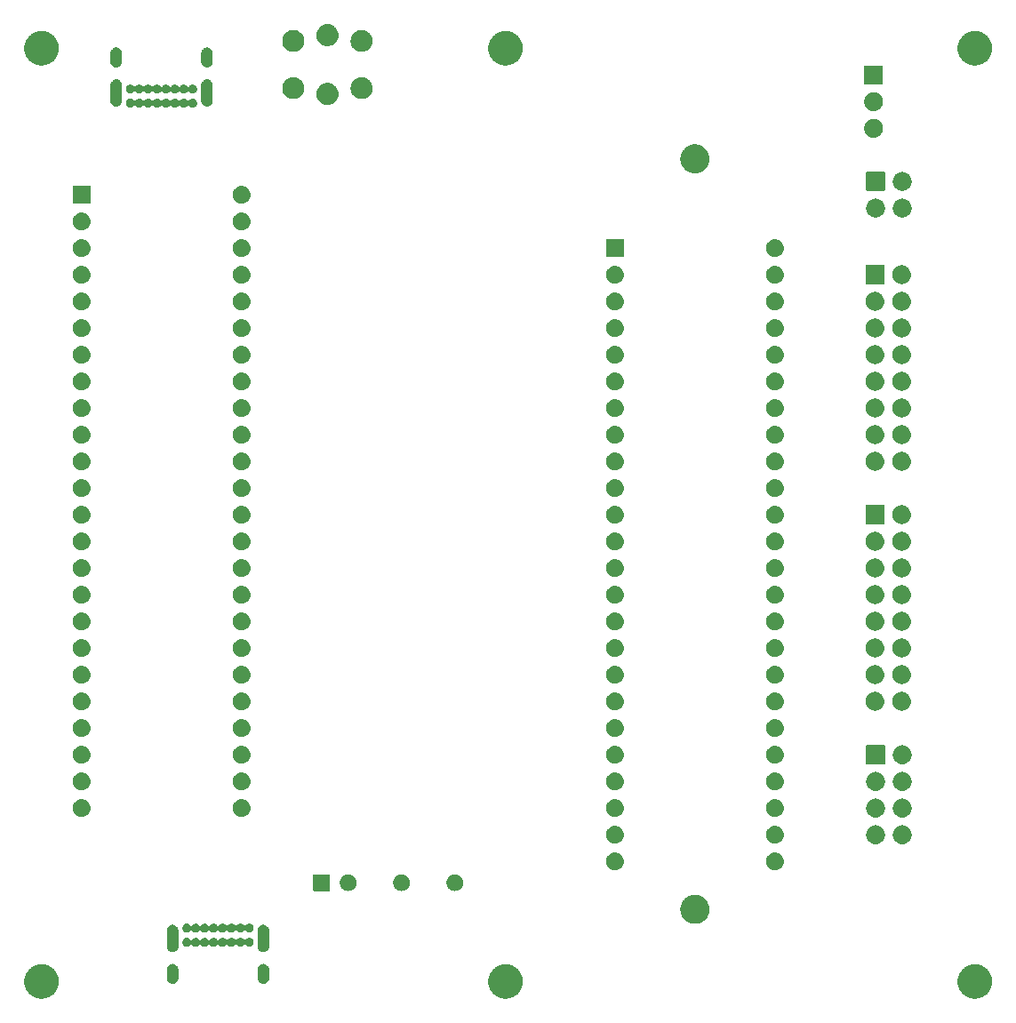
<source format=gbr>
G04 #@! TF.GenerationSoftware,KiCad,Pcbnew,8.0.4+dfsg-1*
G04 #@! TF.CreationDate,2024-12-18T13:49:38+09:00*
G04 #@! TF.ProjectId,base,62617365-2e6b-4696-9361-645f70636258,13*
G04 #@! TF.SameCoordinates,Original*
G04 #@! TF.FileFunction,Soldermask,Bot*
G04 #@! TF.FilePolarity,Negative*
%FSLAX46Y46*%
G04 Gerber Fmt 4.6, Leading zero omitted, Abs format (unit mm)*
G04 Created by KiCad (PCBNEW 8.0.4+dfsg-1) date 2024-12-18 13:49:38*
%MOMM*%
%LPD*%
G01*
G04 APERTURE LIST*
G04 APERTURE END LIST*
G36*
X76933098Y-133123966D02*
G01*
X76993353Y-133123966D01*
X77059199Y-133133890D01*
X77128273Y-133139327D01*
X77183947Y-133152693D01*
X77237302Y-133160735D01*
X77307021Y-133182240D01*
X77380187Y-133199806D01*
X77427495Y-133219401D01*
X77473052Y-133233454D01*
X77544569Y-133267895D01*
X77619538Y-133298948D01*
X77658022Y-133322531D01*
X77695322Y-133340494D01*
X77766271Y-133388866D01*
X77840433Y-133434313D01*
X77870127Y-133459674D01*
X77899162Y-133479470D01*
X77966956Y-133542374D01*
X78037433Y-133602567D01*
X78058834Y-133627625D01*
X78080011Y-133647274D01*
X78141925Y-133724911D01*
X78205687Y-133799567D01*
X78219709Y-133822449D01*
X78233830Y-133840156D01*
X78287087Y-133932399D01*
X78341052Y-134020462D01*
X78348977Y-134039597D01*
X78357185Y-134053812D01*
X78399038Y-134160454D01*
X78440194Y-134259813D01*
X78443597Y-134273991D01*
X78447314Y-134283460D01*
X78475157Y-134405446D01*
X78500673Y-134511727D01*
X78501334Y-134520133D01*
X78502214Y-134523986D01*
X78513683Y-134677031D01*
X78521000Y-134770000D01*
X78513682Y-134862975D01*
X78502214Y-135016013D01*
X78501334Y-135019865D01*
X78500673Y-135028273D01*
X78475152Y-135134573D01*
X78447314Y-135256539D01*
X78443598Y-135266005D01*
X78440194Y-135280187D01*
X78399031Y-135379563D01*
X78357185Y-135486187D01*
X78348979Y-135500399D01*
X78341052Y-135519538D01*
X78287077Y-135607616D01*
X78233830Y-135699843D01*
X78219712Y-135717546D01*
X78205687Y-135740433D01*
X78141913Y-135815102D01*
X78080011Y-135892725D01*
X78058838Y-135912369D01*
X78037433Y-135937433D01*
X77966942Y-135997637D01*
X77899162Y-136060529D01*
X77870133Y-136080320D01*
X77840433Y-136105687D01*
X77766257Y-136151142D01*
X77695322Y-136199505D01*
X77658030Y-136217463D01*
X77619538Y-136241052D01*
X77544554Y-136272110D01*
X77473052Y-136306545D01*
X77427504Y-136320594D01*
X77380187Y-136340194D01*
X77307007Y-136357762D01*
X77237302Y-136379264D01*
X77183955Y-136387304D01*
X77128273Y-136400673D01*
X77059195Y-136406109D01*
X76993353Y-136416034D01*
X76933098Y-136416034D01*
X76870000Y-136421000D01*
X76806902Y-136416034D01*
X76746647Y-136416034D01*
X76680803Y-136406109D01*
X76611727Y-136400673D01*
X76556045Y-136387305D01*
X76502697Y-136379264D01*
X76432988Y-136357761D01*
X76359813Y-136340194D01*
X76312498Y-136320595D01*
X76266947Y-136306545D01*
X76195438Y-136272107D01*
X76120462Y-136241052D01*
X76081972Y-136217465D01*
X76044675Y-136199504D01*
X75973726Y-136151131D01*
X75899567Y-136105687D01*
X75869873Y-136080326D01*
X75840839Y-136060531D01*
X75773043Y-135997625D01*
X75702567Y-135937433D01*
X75681164Y-135912374D01*
X75659988Y-135892725D01*
X75598071Y-135815084D01*
X75534313Y-135740433D01*
X75520291Y-135717551D01*
X75506169Y-135699843D01*
X75452905Y-135607588D01*
X75398948Y-135519538D01*
X75391023Y-135500405D01*
X75382814Y-135486187D01*
X75340949Y-135379517D01*
X75299806Y-135280187D01*
X75296402Y-135266012D01*
X75292685Y-135256539D01*
X75264827Y-135134488D01*
X75239327Y-135028273D01*
X75238665Y-135019871D01*
X75237785Y-135016013D01*
X75226296Y-134862710D01*
X75219000Y-134770000D01*
X75226296Y-134677297D01*
X75237785Y-134523986D01*
X75238665Y-134520126D01*
X75239327Y-134511727D01*
X75264822Y-134405530D01*
X75292685Y-134283460D01*
X75296403Y-134273984D01*
X75299806Y-134259813D01*
X75340942Y-134160500D01*
X75382814Y-134053812D01*
X75391024Y-134039590D01*
X75398948Y-134020462D01*
X75452895Y-133932427D01*
X75506169Y-133840156D01*
X75520293Y-133822443D01*
X75534313Y-133799567D01*
X75598059Y-133724929D01*
X75659988Y-133647274D01*
X75681169Y-133627620D01*
X75702567Y-133602567D01*
X75773029Y-133542386D01*
X75840839Y-133479468D01*
X75869879Y-133459668D01*
X75899567Y-133434313D01*
X75973711Y-133388876D01*
X76044675Y-133340495D01*
X76081980Y-133322529D01*
X76120462Y-133298948D01*
X76195423Y-133267898D01*
X76266947Y-133233454D01*
X76312507Y-133219400D01*
X76359813Y-133199806D01*
X76432973Y-133182241D01*
X76502697Y-133160735D01*
X76556054Y-133152692D01*
X76611727Y-133139327D01*
X76680799Y-133133890D01*
X76746647Y-133123966D01*
X76806902Y-133123966D01*
X76870000Y-133119000D01*
X76933098Y-133123966D01*
G37*
G36*
X121129098Y-133123966D02*
G01*
X121189353Y-133123966D01*
X121255199Y-133133890D01*
X121324273Y-133139327D01*
X121379947Y-133152693D01*
X121433302Y-133160735D01*
X121503021Y-133182240D01*
X121576187Y-133199806D01*
X121623495Y-133219401D01*
X121669052Y-133233454D01*
X121740569Y-133267895D01*
X121815538Y-133298948D01*
X121854022Y-133322531D01*
X121891322Y-133340494D01*
X121962271Y-133388866D01*
X122036433Y-133434313D01*
X122066127Y-133459674D01*
X122095162Y-133479470D01*
X122162956Y-133542374D01*
X122233433Y-133602567D01*
X122254834Y-133627625D01*
X122276011Y-133647274D01*
X122337925Y-133724911D01*
X122401687Y-133799567D01*
X122415709Y-133822449D01*
X122429830Y-133840156D01*
X122483087Y-133932399D01*
X122537052Y-134020462D01*
X122544977Y-134039597D01*
X122553185Y-134053812D01*
X122595038Y-134160454D01*
X122636194Y-134259813D01*
X122639597Y-134273991D01*
X122643314Y-134283460D01*
X122671157Y-134405446D01*
X122696673Y-134511727D01*
X122697334Y-134520133D01*
X122698214Y-134523986D01*
X122709683Y-134677031D01*
X122717000Y-134770000D01*
X122709682Y-134862975D01*
X122698214Y-135016013D01*
X122697334Y-135019865D01*
X122696673Y-135028273D01*
X122671152Y-135134573D01*
X122643314Y-135256539D01*
X122639598Y-135266005D01*
X122636194Y-135280187D01*
X122595031Y-135379563D01*
X122553185Y-135486187D01*
X122544979Y-135500399D01*
X122537052Y-135519538D01*
X122483077Y-135607616D01*
X122429830Y-135699843D01*
X122415712Y-135717546D01*
X122401687Y-135740433D01*
X122337913Y-135815102D01*
X122276011Y-135892725D01*
X122254838Y-135912369D01*
X122233433Y-135937433D01*
X122162942Y-135997637D01*
X122095162Y-136060529D01*
X122066133Y-136080320D01*
X122036433Y-136105687D01*
X121962257Y-136151142D01*
X121891322Y-136199505D01*
X121854030Y-136217463D01*
X121815538Y-136241052D01*
X121740554Y-136272110D01*
X121669052Y-136306545D01*
X121623504Y-136320594D01*
X121576187Y-136340194D01*
X121503007Y-136357762D01*
X121433302Y-136379264D01*
X121379955Y-136387304D01*
X121324273Y-136400673D01*
X121255195Y-136406109D01*
X121189353Y-136416034D01*
X121129098Y-136416034D01*
X121066000Y-136421000D01*
X121002902Y-136416034D01*
X120942647Y-136416034D01*
X120876803Y-136406109D01*
X120807727Y-136400673D01*
X120752045Y-136387305D01*
X120698697Y-136379264D01*
X120628988Y-136357761D01*
X120555813Y-136340194D01*
X120508498Y-136320595D01*
X120462947Y-136306545D01*
X120391438Y-136272107D01*
X120316462Y-136241052D01*
X120277972Y-136217465D01*
X120240675Y-136199504D01*
X120169726Y-136151131D01*
X120095567Y-136105687D01*
X120065873Y-136080326D01*
X120036839Y-136060531D01*
X119969043Y-135997625D01*
X119898567Y-135937433D01*
X119877164Y-135912374D01*
X119855988Y-135892725D01*
X119794071Y-135815084D01*
X119730313Y-135740433D01*
X119716291Y-135717551D01*
X119702169Y-135699843D01*
X119648905Y-135607588D01*
X119594948Y-135519538D01*
X119587023Y-135500405D01*
X119578814Y-135486187D01*
X119536949Y-135379517D01*
X119495806Y-135280187D01*
X119492402Y-135266012D01*
X119488685Y-135256539D01*
X119460827Y-135134488D01*
X119435327Y-135028273D01*
X119434665Y-135019871D01*
X119433785Y-135016013D01*
X119422296Y-134862710D01*
X119415000Y-134770000D01*
X119422296Y-134677297D01*
X119433785Y-134523986D01*
X119434665Y-134520126D01*
X119435327Y-134511727D01*
X119460822Y-134405530D01*
X119488685Y-134283460D01*
X119492403Y-134273984D01*
X119495806Y-134259813D01*
X119536942Y-134160500D01*
X119578814Y-134053812D01*
X119587024Y-134039590D01*
X119594948Y-134020462D01*
X119648895Y-133932427D01*
X119702169Y-133840156D01*
X119716293Y-133822443D01*
X119730313Y-133799567D01*
X119794059Y-133724929D01*
X119855988Y-133647274D01*
X119877169Y-133627620D01*
X119898567Y-133602567D01*
X119969029Y-133542386D01*
X120036839Y-133479468D01*
X120065879Y-133459668D01*
X120095567Y-133434313D01*
X120169711Y-133388876D01*
X120240675Y-133340495D01*
X120277980Y-133322529D01*
X120316462Y-133298948D01*
X120391423Y-133267898D01*
X120462947Y-133233454D01*
X120508507Y-133219400D01*
X120555813Y-133199806D01*
X120628973Y-133182241D01*
X120698697Y-133160735D01*
X120752054Y-133152692D01*
X120807727Y-133139327D01*
X120876799Y-133133890D01*
X120942647Y-133123966D01*
X121002902Y-133123966D01*
X121066000Y-133119000D01*
X121129098Y-133123966D01*
G37*
G36*
X165833098Y-133123966D02*
G01*
X165893353Y-133123966D01*
X165959199Y-133133890D01*
X166028273Y-133139327D01*
X166083947Y-133152693D01*
X166137302Y-133160735D01*
X166207021Y-133182240D01*
X166280187Y-133199806D01*
X166327495Y-133219401D01*
X166373052Y-133233454D01*
X166444569Y-133267895D01*
X166519538Y-133298948D01*
X166558022Y-133322531D01*
X166595322Y-133340494D01*
X166666271Y-133388866D01*
X166740433Y-133434313D01*
X166770127Y-133459674D01*
X166799162Y-133479470D01*
X166866956Y-133542374D01*
X166937433Y-133602567D01*
X166958834Y-133627625D01*
X166980011Y-133647274D01*
X167041925Y-133724911D01*
X167105687Y-133799567D01*
X167119709Y-133822449D01*
X167133830Y-133840156D01*
X167187087Y-133932399D01*
X167241052Y-134020462D01*
X167248977Y-134039597D01*
X167257185Y-134053812D01*
X167299038Y-134160454D01*
X167340194Y-134259813D01*
X167343597Y-134273991D01*
X167347314Y-134283460D01*
X167375157Y-134405446D01*
X167400673Y-134511727D01*
X167401334Y-134520133D01*
X167402214Y-134523986D01*
X167413683Y-134677031D01*
X167421000Y-134770000D01*
X167413682Y-134862975D01*
X167402214Y-135016013D01*
X167401334Y-135019865D01*
X167400673Y-135028273D01*
X167375152Y-135134573D01*
X167347314Y-135256539D01*
X167343598Y-135266005D01*
X167340194Y-135280187D01*
X167299031Y-135379563D01*
X167257185Y-135486187D01*
X167248979Y-135500399D01*
X167241052Y-135519538D01*
X167187077Y-135607616D01*
X167133830Y-135699843D01*
X167119712Y-135717546D01*
X167105687Y-135740433D01*
X167041913Y-135815102D01*
X166980011Y-135892725D01*
X166958838Y-135912369D01*
X166937433Y-135937433D01*
X166866942Y-135997637D01*
X166799162Y-136060529D01*
X166770133Y-136080320D01*
X166740433Y-136105687D01*
X166666257Y-136151142D01*
X166595322Y-136199505D01*
X166558030Y-136217463D01*
X166519538Y-136241052D01*
X166444554Y-136272110D01*
X166373052Y-136306545D01*
X166327504Y-136320594D01*
X166280187Y-136340194D01*
X166207007Y-136357762D01*
X166137302Y-136379264D01*
X166083955Y-136387304D01*
X166028273Y-136400673D01*
X165959195Y-136406109D01*
X165893353Y-136416034D01*
X165833098Y-136416034D01*
X165770000Y-136421000D01*
X165706902Y-136416034D01*
X165646647Y-136416034D01*
X165580803Y-136406109D01*
X165511727Y-136400673D01*
X165456045Y-136387305D01*
X165402697Y-136379264D01*
X165332988Y-136357761D01*
X165259813Y-136340194D01*
X165212498Y-136320595D01*
X165166947Y-136306545D01*
X165095438Y-136272107D01*
X165020462Y-136241052D01*
X164981972Y-136217465D01*
X164944675Y-136199504D01*
X164873726Y-136151131D01*
X164799567Y-136105687D01*
X164769873Y-136080326D01*
X164740839Y-136060531D01*
X164673043Y-135997625D01*
X164602567Y-135937433D01*
X164581164Y-135912374D01*
X164559988Y-135892725D01*
X164498071Y-135815084D01*
X164434313Y-135740433D01*
X164420291Y-135717551D01*
X164406169Y-135699843D01*
X164352905Y-135607588D01*
X164298948Y-135519538D01*
X164291023Y-135500405D01*
X164282814Y-135486187D01*
X164240949Y-135379517D01*
X164199806Y-135280187D01*
X164196402Y-135266012D01*
X164192685Y-135256539D01*
X164164827Y-135134488D01*
X164139327Y-135028273D01*
X164138665Y-135019871D01*
X164137785Y-135016013D01*
X164126296Y-134862710D01*
X164119000Y-134770000D01*
X164126296Y-134677297D01*
X164137785Y-134523986D01*
X164138665Y-134520126D01*
X164139327Y-134511727D01*
X164164822Y-134405530D01*
X164192685Y-134283460D01*
X164196403Y-134273984D01*
X164199806Y-134259813D01*
X164240942Y-134160500D01*
X164282814Y-134053812D01*
X164291024Y-134039590D01*
X164298948Y-134020462D01*
X164352895Y-133932427D01*
X164406169Y-133840156D01*
X164420293Y-133822443D01*
X164434313Y-133799567D01*
X164498059Y-133724929D01*
X164559988Y-133647274D01*
X164581169Y-133627620D01*
X164602567Y-133602567D01*
X164673029Y-133542386D01*
X164740839Y-133479468D01*
X164769879Y-133459668D01*
X164799567Y-133434313D01*
X164873711Y-133388876D01*
X164944675Y-133340495D01*
X164981980Y-133322529D01*
X165020462Y-133298948D01*
X165095423Y-133267898D01*
X165166947Y-133233454D01*
X165212507Y-133219400D01*
X165259813Y-133199806D01*
X165332973Y-133182241D01*
X165402697Y-133160735D01*
X165456054Y-133152692D01*
X165511727Y-133139327D01*
X165580799Y-133133890D01*
X165646647Y-133123966D01*
X165706902Y-133123966D01*
X165770000Y-133119000D01*
X165833098Y-133123966D01*
G37*
G36*
X89414398Y-133113222D02*
G01*
X89425050Y-133113222D01*
X89455740Y-133121445D01*
X89513060Y-133132847D01*
X89540114Y-133144053D01*
X89564241Y-133150518D01*
X89585871Y-133163006D01*
X89612924Y-133174212D01*
X89661517Y-133206681D01*
X89689036Y-133222569D01*
X89696567Y-133230100D01*
X89702800Y-133234265D01*
X89779234Y-133310699D01*
X89783398Y-133316931D01*
X89790931Y-133324464D01*
X89806820Y-133351985D01*
X89839287Y-133400575D01*
X89850491Y-133427624D01*
X89862982Y-133449259D01*
X89869447Y-133473389D01*
X89880652Y-133500439D01*
X89892051Y-133557749D01*
X89900278Y-133588450D01*
X89901319Y-133604340D01*
X89902343Y-133609486D01*
X89904399Y-133651335D01*
X89905000Y-133660500D01*
X89905000Y-134460500D01*
X89904399Y-134469667D01*
X89902343Y-134511513D01*
X89901319Y-134516658D01*
X89900278Y-134532550D01*
X89892051Y-134563253D01*
X89880652Y-134620560D01*
X89869448Y-134647607D01*
X89862982Y-134671741D01*
X89850489Y-134693377D01*
X89839287Y-134720424D01*
X89806825Y-134769006D01*
X89790931Y-134796536D01*
X89783396Y-134804070D01*
X89779234Y-134810300D01*
X89702800Y-134886734D01*
X89696570Y-134890896D01*
X89689036Y-134898431D01*
X89661506Y-134914325D01*
X89612924Y-134946787D01*
X89585877Y-134957989D01*
X89564241Y-134970482D01*
X89540107Y-134976948D01*
X89513060Y-134988152D01*
X89455747Y-134999552D01*
X89425050Y-135007778D01*
X89414398Y-135007778D01*
X89407048Y-135009240D01*
X89298952Y-135009240D01*
X89291602Y-135007778D01*
X89280950Y-135007778D01*
X89250253Y-134999553D01*
X89192939Y-134988152D01*
X89165889Y-134976947D01*
X89141759Y-134970482D01*
X89120124Y-134957991D01*
X89093075Y-134946787D01*
X89044485Y-134914320D01*
X89016964Y-134898431D01*
X89009431Y-134890898D01*
X89003199Y-134886734D01*
X88926765Y-134810300D01*
X88922600Y-134804067D01*
X88915069Y-134796536D01*
X88899181Y-134769017D01*
X88866712Y-134720424D01*
X88855506Y-134693371D01*
X88843018Y-134671741D01*
X88836553Y-134647614D01*
X88825347Y-134620560D01*
X88813944Y-134563238D01*
X88805722Y-134532550D01*
X88804680Y-134516665D01*
X88803656Y-134511513D01*
X88801599Y-134469654D01*
X88801000Y-134460500D01*
X88801000Y-133660500D01*
X88801599Y-133651348D01*
X88803656Y-133609486D01*
X88804681Y-133604332D01*
X88805722Y-133588450D01*
X88813944Y-133557764D01*
X88825347Y-133500439D01*
X88836554Y-133473382D01*
X88843018Y-133449259D01*
X88855505Y-133427630D01*
X88866712Y-133400575D01*
X88899185Y-133351974D01*
X88915069Y-133324464D01*
X88922598Y-133316934D01*
X88926765Y-133310699D01*
X89003199Y-133234265D01*
X89009434Y-133230098D01*
X89016964Y-133222569D01*
X89044474Y-133206685D01*
X89093075Y-133174212D01*
X89120130Y-133163005D01*
X89141759Y-133150518D01*
X89165882Y-133144054D01*
X89192939Y-133132847D01*
X89250260Y-133121445D01*
X89280950Y-133113222D01*
X89291602Y-133113222D01*
X89298952Y-133111760D01*
X89407048Y-133111760D01*
X89414398Y-133113222D01*
G37*
G36*
X98064398Y-133113222D02*
G01*
X98075050Y-133113222D01*
X98105740Y-133121445D01*
X98163060Y-133132847D01*
X98190114Y-133144053D01*
X98214241Y-133150518D01*
X98235871Y-133163006D01*
X98262924Y-133174212D01*
X98311517Y-133206681D01*
X98339036Y-133222569D01*
X98346567Y-133230100D01*
X98352800Y-133234265D01*
X98429234Y-133310699D01*
X98433398Y-133316931D01*
X98440931Y-133324464D01*
X98456820Y-133351985D01*
X98489287Y-133400575D01*
X98500491Y-133427624D01*
X98512982Y-133449259D01*
X98519447Y-133473389D01*
X98530652Y-133500439D01*
X98542051Y-133557749D01*
X98550278Y-133588450D01*
X98551319Y-133604340D01*
X98552343Y-133609486D01*
X98554399Y-133651335D01*
X98555000Y-133660500D01*
X98555000Y-134460500D01*
X98554399Y-134469667D01*
X98552343Y-134511513D01*
X98551319Y-134516658D01*
X98550278Y-134532550D01*
X98542051Y-134563253D01*
X98530652Y-134620560D01*
X98519448Y-134647607D01*
X98512982Y-134671741D01*
X98500489Y-134693377D01*
X98489287Y-134720424D01*
X98456825Y-134769006D01*
X98440931Y-134796536D01*
X98433396Y-134804070D01*
X98429234Y-134810300D01*
X98352800Y-134886734D01*
X98346570Y-134890896D01*
X98339036Y-134898431D01*
X98311506Y-134914325D01*
X98262924Y-134946787D01*
X98235877Y-134957989D01*
X98214241Y-134970482D01*
X98190107Y-134976948D01*
X98163060Y-134988152D01*
X98105747Y-134999552D01*
X98075050Y-135007778D01*
X98064398Y-135007778D01*
X98057048Y-135009240D01*
X97948952Y-135009240D01*
X97941602Y-135007778D01*
X97930950Y-135007778D01*
X97900253Y-134999553D01*
X97842939Y-134988152D01*
X97815889Y-134976947D01*
X97791759Y-134970482D01*
X97770124Y-134957991D01*
X97743075Y-134946787D01*
X97694485Y-134914320D01*
X97666964Y-134898431D01*
X97659431Y-134890898D01*
X97653199Y-134886734D01*
X97576765Y-134810300D01*
X97572600Y-134804067D01*
X97565069Y-134796536D01*
X97549181Y-134769017D01*
X97516712Y-134720424D01*
X97505506Y-134693371D01*
X97493018Y-134671741D01*
X97486553Y-134647614D01*
X97475347Y-134620560D01*
X97463944Y-134563238D01*
X97455722Y-134532550D01*
X97454680Y-134516665D01*
X97453656Y-134511513D01*
X97451599Y-134469654D01*
X97451000Y-134460500D01*
X97451000Y-133660500D01*
X97451599Y-133651348D01*
X97453656Y-133609486D01*
X97454681Y-133604332D01*
X97455722Y-133588450D01*
X97463944Y-133557764D01*
X97475347Y-133500439D01*
X97486554Y-133473382D01*
X97493018Y-133449259D01*
X97505505Y-133427630D01*
X97516712Y-133400575D01*
X97549185Y-133351974D01*
X97565069Y-133324464D01*
X97572598Y-133316934D01*
X97576765Y-133310699D01*
X97653199Y-133234265D01*
X97659434Y-133230098D01*
X97666964Y-133222569D01*
X97694474Y-133206685D01*
X97743075Y-133174212D01*
X97770130Y-133163005D01*
X97791759Y-133150518D01*
X97815882Y-133144054D01*
X97842939Y-133132847D01*
X97900260Y-133121445D01*
X97930950Y-133113222D01*
X97941602Y-133113222D01*
X97948952Y-133111760D01*
X98057048Y-133111760D01*
X98064398Y-133113222D01*
G37*
G36*
X89414398Y-129383222D02*
G01*
X89425050Y-129383222D01*
X89455740Y-129391445D01*
X89513060Y-129402847D01*
X89540114Y-129414053D01*
X89564241Y-129420518D01*
X89585871Y-129433006D01*
X89612924Y-129444212D01*
X89661517Y-129476681D01*
X89689036Y-129492569D01*
X89696567Y-129500100D01*
X89702800Y-129504265D01*
X89779234Y-129580699D01*
X89783398Y-129586931D01*
X89790931Y-129594464D01*
X89806820Y-129621985D01*
X89839287Y-129670575D01*
X89850491Y-129697624D01*
X89862982Y-129719259D01*
X89869447Y-129743389D01*
X89880652Y-129770439D01*
X89892051Y-129827749D01*
X89900278Y-129858450D01*
X89901319Y-129874340D01*
X89902343Y-129879486D01*
X89904399Y-129921335D01*
X89905000Y-129930500D01*
X89905000Y-131430500D01*
X89904399Y-131439667D01*
X89902343Y-131481513D01*
X89901319Y-131486658D01*
X89900278Y-131502550D01*
X89892051Y-131533253D01*
X89880652Y-131590560D01*
X89869448Y-131617607D01*
X89862982Y-131641741D01*
X89850489Y-131663377D01*
X89839287Y-131690424D01*
X89806825Y-131739006D01*
X89790931Y-131766536D01*
X89783396Y-131774070D01*
X89779234Y-131780300D01*
X89702800Y-131856734D01*
X89696570Y-131860896D01*
X89689036Y-131868431D01*
X89661506Y-131884325D01*
X89612924Y-131916787D01*
X89585877Y-131927989D01*
X89564241Y-131940482D01*
X89540107Y-131946948D01*
X89513060Y-131958152D01*
X89455747Y-131969552D01*
X89425050Y-131977778D01*
X89414398Y-131977778D01*
X89407048Y-131979240D01*
X89298952Y-131979240D01*
X89291602Y-131977778D01*
X89280950Y-131977778D01*
X89250253Y-131969553D01*
X89192939Y-131958152D01*
X89165889Y-131946947D01*
X89141759Y-131940482D01*
X89120124Y-131927991D01*
X89093075Y-131916787D01*
X89044485Y-131884320D01*
X89016964Y-131868431D01*
X89009431Y-131860898D01*
X89003199Y-131856734D01*
X88926765Y-131780300D01*
X88922600Y-131774067D01*
X88915069Y-131766536D01*
X88899181Y-131739017D01*
X88866712Y-131690424D01*
X88855506Y-131663371D01*
X88843018Y-131641741D01*
X88836553Y-131617614D01*
X88825347Y-131590560D01*
X88813944Y-131533238D01*
X88805722Y-131502550D01*
X88804680Y-131486665D01*
X88803656Y-131481513D01*
X88801599Y-131439654D01*
X88801000Y-131430500D01*
X88801000Y-129930500D01*
X88801599Y-129921348D01*
X88803656Y-129879486D01*
X88804681Y-129874332D01*
X88805722Y-129858450D01*
X88813944Y-129827764D01*
X88825347Y-129770439D01*
X88836554Y-129743382D01*
X88843018Y-129719259D01*
X88855505Y-129697630D01*
X88866712Y-129670575D01*
X88899185Y-129621974D01*
X88915069Y-129594464D01*
X88922598Y-129586934D01*
X88926765Y-129580699D01*
X89003199Y-129504265D01*
X89009434Y-129500098D01*
X89016964Y-129492569D01*
X89044474Y-129476685D01*
X89093075Y-129444212D01*
X89120130Y-129433005D01*
X89141759Y-129420518D01*
X89165882Y-129414054D01*
X89192939Y-129402847D01*
X89250260Y-129391445D01*
X89280950Y-129383222D01*
X89291602Y-129383222D01*
X89298952Y-129381760D01*
X89407048Y-129381760D01*
X89414398Y-129383222D01*
G37*
G36*
X98064398Y-129383222D02*
G01*
X98075050Y-129383222D01*
X98105740Y-129391445D01*
X98163060Y-129402847D01*
X98190114Y-129414053D01*
X98214241Y-129420518D01*
X98235871Y-129433006D01*
X98262924Y-129444212D01*
X98311517Y-129476681D01*
X98339036Y-129492569D01*
X98346567Y-129500100D01*
X98352800Y-129504265D01*
X98429234Y-129580699D01*
X98433398Y-129586931D01*
X98440931Y-129594464D01*
X98456820Y-129621985D01*
X98489287Y-129670575D01*
X98500491Y-129697624D01*
X98512982Y-129719259D01*
X98519447Y-129743389D01*
X98530652Y-129770439D01*
X98542051Y-129827749D01*
X98550278Y-129858450D01*
X98551319Y-129874340D01*
X98552343Y-129879486D01*
X98554399Y-129921335D01*
X98555000Y-129930500D01*
X98555000Y-131430500D01*
X98554399Y-131439667D01*
X98552343Y-131481513D01*
X98551319Y-131486658D01*
X98550278Y-131502550D01*
X98542051Y-131533253D01*
X98530652Y-131590560D01*
X98519448Y-131617607D01*
X98512982Y-131641741D01*
X98500489Y-131663377D01*
X98489287Y-131690424D01*
X98456825Y-131739006D01*
X98440931Y-131766536D01*
X98433396Y-131774070D01*
X98429234Y-131780300D01*
X98352800Y-131856734D01*
X98346570Y-131860896D01*
X98339036Y-131868431D01*
X98311506Y-131884325D01*
X98262924Y-131916787D01*
X98235877Y-131927989D01*
X98214241Y-131940482D01*
X98190107Y-131946948D01*
X98163060Y-131958152D01*
X98105747Y-131969552D01*
X98075050Y-131977778D01*
X98064398Y-131977778D01*
X98057048Y-131979240D01*
X97948952Y-131979240D01*
X97941602Y-131977778D01*
X97930950Y-131977778D01*
X97900253Y-131969553D01*
X97842939Y-131958152D01*
X97815889Y-131946947D01*
X97791759Y-131940482D01*
X97770124Y-131927991D01*
X97743075Y-131916787D01*
X97694485Y-131884320D01*
X97666964Y-131868431D01*
X97659431Y-131860898D01*
X97653199Y-131856734D01*
X97576765Y-131780300D01*
X97572600Y-131774067D01*
X97565069Y-131766536D01*
X97549181Y-131739017D01*
X97516712Y-131690424D01*
X97505506Y-131663371D01*
X97493018Y-131641741D01*
X97486553Y-131617614D01*
X97475347Y-131590560D01*
X97463944Y-131533238D01*
X97455722Y-131502550D01*
X97454680Y-131486665D01*
X97453656Y-131481513D01*
X97451599Y-131439654D01*
X97451000Y-131430500D01*
X97451000Y-129930500D01*
X97451599Y-129921348D01*
X97453656Y-129879486D01*
X97454681Y-129874332D01*
X97455722Y-129858450D01*
X97463944Y-129827764D01*
X97475347Y-129770439D01*
X97486554Y-129743382D01*
X97493018Y-129719259D01*
X97505505Y-129697630D01*
X97516712Y-129670575D01*
X97549185Y-129621974D01*
X97565069Y-129594464D01*
X97572598Y-129586934D01*
X97576765Y-129580699D01*
X97653199Y-129504265D01*
X97659434Y-129500098D01*
X97666964Y-129492569D01*
X97694474Y-129476685D01*
X97743075Y-129444212D01*
X97770130Y-129433005D01*
X97791759Y-129420518D01*
X97815882Y-129414054D01*
X97842939Y-129402847D01*
X97900260Y-129391445D01*
X97930950Y-129383222D01*
X97941602Y-129383222D01*
X97948952Y-129381760D01*
X98057048Y-129381760D01*
X98064398Y-129383222D01*
G37*
G36*
X96677816Y-130627846D02*
G01*
X96713768Y-130627846D01*
X96742989Y-130636426D01*
X96763238Y-130639092D01*
X96790436Y-130650357D01*
X96830382Y-130662087D01*
X96851466Y-130675637D01*
X96865961Y-130681641D01*
X96892518Y-130702019D01*
X96932626Y-130727795D01*
X96945556Y-130742717D01*
X96954171Y-130749328D01*
X96976506Y-130778435D01*
X97012215Y-130819646D01*
X97018223Y-130832801D01*
X97021858Y-130837539D01*
X97036211Y-130872191D01*
X97062703Y-130930200D01*
X97064012Y-130939309D01*
X97064407Y-130940261D01*
X97067200Y-130961478D01*
X97080000Y-131050500D01*
X97067199Y-131139530D01*
X97064407Y-131160738D01*
X97064012Y-131161689D01*
X97062703Y-131170800D01*
X97036210Y-131228811D01*
X97021858Y-131263461D01*
X97018223Y-131268198D01*
X97012215Y-131281354D01*
X96976501Y-131322569D01*
X96954171Y-131351671D01*
X96945559Y-131358279D01*
X96932626Y-131373205D01*
X96892510Y-131398985D01*
X96865961Y-131419358D01*
X96851471Y-131425359D01*
X96830382Y-131438913D01*
X96790428Y-131450644D01*
X96763238Y-131461907D01*
X96742995Y-131464571D01*
X96713768Y-131473154D01*
X96677808Y-131473154D01*
X96653000Y-131476420D01*
X96628192Y-131473154D01*
X96592232Y-131473154D01*
X96563004Y-131464572D01*
X96542761Y-131461907D01*
X96515568Y-131450643D01*
X96475618Y-131438913D01*
X96454530Y-131425360D01*
X96440038Y-131419358D01*
X96413483Y-131398981D01*
X96373374Y-131373205D01*
X96360442Y-131358281D01*
X96351828Y-131351671D01*
X96329489Y-131322559D01*
X96293785Y-131281354D01*
X96288888Y-131270630D01*
X96167112Y-131270630D01*
X96162215Y-131281354D01*
X96126505Y-131322565D01*
X96104171Y-131351671D01*
X96095559Y-131358279D01*
X96082626Y-131373205D01*
X96042510Y-131398985D01*
X96015961Y-131419358D01*
X96001471Y-131425359D01*
X95980382Y-131438913D01*
X95940428Y-131450644D01*
X95913238Y-131461907D01*
X95892995Y-131464571D01*
X95863768Y-131473154D01*
X95827808Y-131473154D01*
X95803000Y-131476420D01*
X95778192Y-131473154D01*
X95742232Y-131473154D01*
X95713004Y-131464572D01*
X95692761Y-131461907D01*
X95665568Y-131450643D01*
X95625618Y-131438913D01*
X95604530Y-131425360D01*
X95590038Y-131419358D01*
X95563483Y-131398981D01*
X95523374Y-131373205D01*
X95510442Y-131358281D01*
X95501828Y-131351671D01*
X95479489Y-131322559D01*
X95443785Y-131281354D01*
X95438888Y-131270630D01*
X95317112Y-131270630D01*
X95312215Y-131281354D01*
X95276505Y-131322565D01*
X95254171Y-131351671D01*
X95245559Y-131358279D01*
X95232626Y-131373205D01*
X95192510Y-131398985D01*
X95165961Y-131419358D01*
X95151471Y-131425359D01*
X95130382Y-131438913D01*
X95090428Y-131450644D01*
X95063238Y-131461907D01*
X95042995Y-131464571D01*
X95013768Y-131473154D01*
X94977808Y-131473154D01*
X94953000Y-131476420D01*
X94928192Y-131473154D01*
X94892232Y-131473154D01*
X94863004Y-131464572D01*
X94842761Y-131461907D01*
X94815568Y-131450643D01*
X94775618Y-131438913D01*
X94754530Y-131425360D01*
X94740038Y-131419358D01*
X94713483Y-131398981D01*
X94673374Y-131373205D01*
X94660442Y-131358281D01*
X94651828Y-131351671D01*
X94629489Y-131322559D01*
X94593785Y-131281354D01*
X94588888Y-131270630D01*
X94467112Y-131270630D01*
X94462215Y-131281354D01*
X94426505Y-131322565D01*
X94404171Y-131351671D01*
X94395559Y-131358279D01*
X94382626Y-131373205D01*
X94342510Y-131398985D01*
X94315961Y-131419358D01*
X94301471Y-131425359D01*
X94280382Y-131438913D01*
X94240428Y-131450644D01*
X94213238Y-131461907D01*
X94192995Y-131464571D01*
X94163768Y-131473154D01*
X94127808Y-131473154D01*
X94103000Y-131476420D01*
X94078192Y-131473154D01*
X94042232Y-131473154D01*
X94013004Y-131464572D01*
X93992761Y-131461907D01*
X93965568Y-131450643D01*
X93925618Y-131438913D01*
X93904530Y-131425360D01*
X93890038Y-131419358D01*
X93863483Y-131398981D01*
X93823374Y-131373205D01*
X93810442Y-131358281D01*
X93801828Y-131351671D01*
X93779489Y-131322559D01*
X93743785Y-131281354D01*
X93738888Y-131270630D01*
X93617112Y-131270630D01*
X93612215Y-131281354D01*
X93576505Y-131322565D01*
X93554171Y-131351671D01*
X93545559Y-131358279D01*
X93532626Y-131373205D01*
X93492510Y-131398985D01*
X93465961Y-131419358D01*
X93451471Y-131425359D01*
X93430382Y-131438913D01*
X93390428Y-131450644D01*
X93363238Y-131461907D01*
X93342995Y-131464571D01*
X93313768Y-131473154D01*
X93277808Y-131473154D01*
X93253000Y-131476420D01*
X93228192Y-131473154D01*
X93192232Y-131473154D01*
X93163004Y-131464572D01*
X93142761Y-131461907D01*
X93115568Y-131450643D01*
X93075618Y-131438913D01*
X93054530Y-131425360D01*
X93040038Y-131419358D01*
X93013483Y-131398981D01*
X92973374Y-131373205D01*
X92960442Y-131358281D01*
X92951828Y-131351671D01*
X92929489Y-131322559D01*
X92893785Y-131281354D01*
X92888888Y-131270630D01*
X92767112Y-131270630D01*
X92762215Y-131281354D01*
X92726505Y-131322565D01*
X92704171Y-131351671D01*
X92695559Y-131358279D01*
X92682626Y-131373205D01*
X92642510Y-131398985D01*
X92615961Y-131419358D01*
X92601471Y-131425359D01*
X92580382Y-131438913D01*
X92540428Y-131450644D01*
X92513238Y-131461907D01*
X92492995Y-131464571D01*
X92463768Y-131473154D01*
X92427808Y-131473154D01*
X92403000Y-131476420D01*
X92378192Y-131473154D01*
X92342232Y-131473154D01*
X92313004Y-131464572D01*
X92292761Y-131461907D01*
X92265568Y-131450643D01*
X92225618Y-131438913D01*
X92204530Y-131425360D01*
X92190038Y-131419358D01*
X92163483Y-131398981D01*
X92123374Y-131373205D01*
X92110442Y-131358281D01*
X92101828Y-131351671D01*
X92079489Y-131322559D01*
X92043785Y-131281354D01*
X92038888Y-131270630D01*
X91917112Y-131270630D01*
X91912215Y-131281354D01*
X91876505Y-131322565D01*
X91854171Y-131351671D01*
X91845559Y-131358279D01*
X91832626Y-131373205D01*
X91792510Y-131398985D01*
X91765961Y-131419358D01*
X91751471Y-131425359D01*
X91730382Y-131438913D01*
X91690428Y-131450644D01*
X91663238Y-131461907D01*
X91642995Y-131464571D01*
X91613768Y-131473154D01*
X91577808Y-131473154D01*
X91553000Y-131476420D01*
X91528192Y-131473154D01*
X91492232Y-131473154D01*
X91463004Y-131464572D01*
X91442761Y-131461907D01*
X91415568Y-131450643D01*
X91375618Y-131438913D01*
X91354530Y-131425360D01*
X91340038Y-131419358D01*
X91313483Y-131398981D01*
X91273374Y-131373205D01*
X91260442Y-131358281D01*
X91251828Y-131351671D01*
X91229489Y-131322559D01*
X91193785Y-131281354D01*
X91188888Y-131270630D01*
X91067112Y-131270630D01*
X91062215Y-131281354D01*
X91026505Y-131322565D01*
X91004171Y-131351671D01*
X90995559Y-131358279D01*
X90982626Y-131373205D01*
X90942510Y-131398985D01*
X90915961Y-131419358D01*
X90901471Y-131425359D01*
X90880382Y-131438913D01*
X90840428Y-131450644D01*
X90813238Y-131461907D01*
X90792995Y-131464571D01*
X90763768Y-131473154D01*
X90727808Y-131473154D01*
X90703000Y-131476420D01*
X90678192Y-131473154D01*
X90642232Y-131473154D01*
X90613004Y-131464572D01*
X90592761Y-131461907D01*
X90565568Y-131450643D01*
X90525618Y-131438913D01*
X90504530Y-131425360D01*
X90490038Y-131419358D01*
X90463483Y-131398981D01*
X90423374Y-131373205D01*
X90410442Y-131358281D01*
X90401828Y-131351671D01*
X90379489Y-131322559D01*
X90343785Y-131281354D01*
X90337778Y-131268201D01*
X90334141Y-131263461D01*
X90319779Y-131228787D01*
X90293297Y-131170800D01*
X90291987Y-131161693D01*
X90291592Y-131160738D01*
X90288789Y-131139447D01*
X90276000Y-131050500D01*
X90288787Y-130961560D01*
X90291592Y-130940261D01*
X90291987Y-130939305D01*
X90293297Y-130930200D01*
X90319777Y-130872215D01*
X90334141Y-130837539D01*
X90337778Y-130832798D01*
X90343785Y-130819646D01*
X90379485Y-130778445D01*
X90401828Y-130749328D01*
X90410445Y-130742715D01*
X90423374Y-130727795D01*
X90463480Y-130702020D01*
X90490039Y-130681641D01*
X90504533Y-130675637D01*
X90525618Y-130662087D01*
X90565560Y-130650358D01*
X90592761Y-130639092D01*
X90613010Y-130636426D01*
X90642232Y-130627846D01*
X90678184Y-130627846D01*
X90703000Y-130624579D01*
X90727816Y-130627846D01*
X90763768Y-130627846D01*
X90792989Y-130636426D01*
X90813238Y-130639092D01*
X90840436Y-130650357D01*
X90880382Y-130662087D01*
X90901466Y-130675637D01*
X90915961Y-130681641D01*
X90942518Y-130702019D01*
X90982626Y-130727795D01*
X90995556Y-130742717D01*
X91004171Y-130749328D01*
X91026509Y-130778439D01*
X91062215Y-130819646D01*
X91067112Y-130830370D01*
X91188888Y-130830370D01*
X91193785Y-130819646D01*
X91229485Y-130778445D01*
X91251828Y-130749328D01*
X91260445Y-130742715D01*
X91273374Y-130727795D01*
X91313480Y-130702020D01*
X91340039Y-130681641D01*
X91354533Y-130675637D01*
X91375618Y-130662087D01*
X91415560Y-130650358D01*
X91442761Y-130639092D01*
X91463010Y-130636426D01*
X91492232Y-130627846D01*
X91528184Y-130627846D01*
X91553000Y-130624579D01*
X91577816Y-130627846D01*
X91613768Y-130627846D01*
X91642989Y-130636426D01*
X91663238Y-130639092D01*
X91690436Y-130650357D01*
X91730382Y-130662087D01*
X91751466Y-130675637D01*
X91765961Y-130681641D01*
X91792518Y-130702019D01*
X91832626Y-130727795D01*
X91845556Y-130742717D01*
X91854171Y-130749328D01*
X91876509Y-130778439D01*
X91912215Y-130819646D01*
X91917112Y-130830370D01*
X92038888Y-130830370D01*
X92043785Y-130819646D01*
X92079485Y-130778445D01*
X92101828Y-130749328D01*
X92110445Y-130742715D01*
X92123374Y-130727795D01*
X92163480Y-130702020D01*
X92190039Y-130681641D01*
X92204533Y-130675637D01*
X92225618Y-130662087D01*
X92265560Y-130650358D01*
X92292761Y-130639092D01*
X92313010Y-130636426D01*
X92342232Y-130627846D01*
X92378184Y-130627846D01*
X92403000Y-130624579D01*
X92427816Y-130627846D01*
X92463768Y-130627846D01*
X92492989Y-130636426D01*
X92513238Y-130639092D01*
X92540436Y-130650357D01*
X92580382Y-130662087D01*
X92601466Y-130675637D01*
X92615961Y-130681641D01*
X92642518Y-130702019D01*
X92682626Y-130727795D01*
X92695556Y-130742717D01*
X92704171Y-130749328D01*
X92726509Y-130778439D01*
X92762215Y-130819646D01*
X92767112Y-130830370D01*
X92888888Y-130830370D01*
X92893785Y-130819646D01*
X92929485Y-130778445D01*
X92951828Y-130749328D01*
X92960445Y-130742715D01*
X92973374Y-130727795D01*
X93013480Y-130702020D01*
X93040039Y-130681641D01*
X93054533Y-130675637D01*
X93075618Y-130662087D01*
X93115560Y-130650358D01*
X93142761Y-130639092D01*
X93163010Y-130636426D01*
X93192232Y-130627846D01*
X93228184Y-130627846D01*
X93253000Y-130624579D01*
X93277816Y-130627846D01*
X93313768Y-130627846D01*
X93342989Y-130636426D01*
X93363238Y-130639092D01*
X93390436Y-130650357D01*
X93430382Y-130662087D01*
X93451466Y-130675637D01*
X93465961Y-130681641D01*
X93492518Y-130702019D01*
X93532626Y-130727795D01*
X93545556Y-130742717D01*
X93554171Y-130749328D01*
X93576509Y-130778439D01*
X93612215Y-130819646D01*
X93617112Y-130830370D01*
X93738888Y-130830370D01*
X93743785Y-130819646D01*
X93779485Y-130778445D01*
X93801828Y-130749328D01*
X93810445Y-130742715D01*
X93823374Y-130727795D01*
X93863480Y-130702020D01*
X93890039Y-130681641D01*
X93904533Y-130675637D01*
X93925618Y-130662087D01*
X93965560Y-130650358D01*
X93992761Y-130639092D01*
X94013010Y-130636426D01*
X94042232Y-130627846D01*
X94078184Y-130627846D01*
X94103000Y-130624579D01*
X94127816Y-130627846D01*
X94163768Y-130627846D01*
X94192989Y-130636426D01*
X94213238Y-130639092D01*
X94240436Y-130650357D01*
X94280382Y-130662087D01*
X94301466Y-130675637D01*
X94315961Y-130681641D01*
X94342518Y-130702019D01*
X94382626Y-130727795D01*
X94395556Y-130742717D01*
X94404171Y-130749328D01*
X94426509Y-130778439D01*
X94462215Y-130819646D01*
X94467112Y-130830370D01*
X94588888Y-130830370D01*
X94593785Y-130819646D01*
X94629485Y-130778445D01*
X94651828Y-130749328D01*
X94660445Y-130742715D01*
X94673374Y-130727795D01*
X94713480Y-130702020D01*
X94740039Y-130681641D01*
X94754533Y-130675637D01*
X94775618Y-130662087D01*
X94815560Y-130650358D01*
X94842761Y-130639092D01*
X94863010Y-130636426D01*
X94892232Y-130627846D01*
X94928184Y-130627846D01*
X94953000Y-130624579D01*
X94977816Y-130627846D01*
X95013768Y-130627846D01*
X95042989Y-130636426D01*
X95063238Y-130639092D01*
X95090436Y-130650357D01*
X95130382Y-130662087D01*
X95151466Y-130675637D01*
X95165961Y-130681641D01*
X95192518Y-130702019D01*
X95232626Y-130727795D01*
X95245556Y-130742717D01*
X95254171Y-130749328D01*
X95276509Y-130778439D01*
X95312215Y-130819646D01*
X95317112Y-130830370D01*
X95438888Y-130830370D01*
X95443785Y-130819646D01*
X95479485Y-130778445D01*
X95501828Y-130749328D01*
X95510445Y-130742715D01*
X95523374Y-130727795D01*
X95563480Y-130702020D01*
X95590039Y-130681641D01*
X95604533Y-130675637D01*
X95625618Y-130662087D01*
X95665560Y-130650358D01*
X95692761Y-130639092D01*
X95713010Y-130636426D01*
X95742232Y-130627846D01*
X95778184Y-130627846D01*
X95803000Y-130624579D01*
X95827816Y-130627846D01*
X95863768Y-130627846D01*
X95892989Y-130636426D01*
X95913238Y-130639092D01*
X95940436Y-130650357D01*
X95980382Y-130662087D01*
X96001466Y-130675637D01*
X96015961Y-130681641D01*
X96042518Y-130702019D01*
X96082626Y-130727795D01*
X96095556Y-130742717D01*
X96104171Y-130749328D01*
X96126509Y-130778439D01*
X96162215Y-130819646D01*
X96167112Y-130830370D01*
X96288888Y-130830370D01*
X96293785Y-130819646D01*
X96329485Y-130778445D01*
X96351828Y-130749328D01*
X96360445Y-130742715D01*
X96373374Y-130727795D01*
X96413480Y-130702020D01*
X96440039Y-130681641D01*
X96454533Y-130675637D01*
X96475618Y-130662087D01*
X96515560Y-130650358D01*
X96542761Y-130639092D01*
X96563010Y-130636426D01*
X96592232Y-130627846D01*
X96628184Y-130627846D01*
X96653000Y-130624579D01*
X96677816Y-130627846D01*
G37*
G36*
X96677816Y-129277846D02*
G01*
X96713768Y-129277846D01*
X96742989Y-129286426D01*
X96763238Y-129289092D01*
X96790436Y-129300357D01*
X96830382Y-129312087D01*
X96851466Y-129325637D01*
X96865961Y-129331641D01*
X96892518Y-129352019D01*
X96932626Y-129377795D01*
X96945556Y-129392717D01*
X96954171Y-129399328D01*
X96976506Y-129428435D01*
X97012215Y-129469646D01*
X97018223Y-129482801D01*
X97021858Y-129487539D01*
X97036211Y-129522191D01*
X97062703Y-129580200D01*
X97064012Y-129589309D01*
X97064407Y-129590261D01*
X97067200Y-129611478D01*
X97080000Y-129700500D01*
X97067199Y-129789530D01*
X97064407Y-129810738D01*
X97064012Y-129811689D01*
X97062703Y-129820800D01*
X97036210Y-129878811D01*
X97021858Y-129913461D01*
X97018223Y-129918198D01*
X97012215Y-129931354D01*
X96976501Y-129972569D01*
X96954171Y-130001671D01*
X96945559Y-130008279D01*
X96932626Y-130023205D01*
X96892510Y-130048985D01*
X96865961Y-130069358D01*
X96851471Y-130075359D01*
X96830382Y-130088913D01*
X96790428Y-130100644D01*
X96763238Y-130111907D01*
X96742995Y-130114571D01*
X96713768Y-130123154D01*
X96677808Y-130123154D01*
X96653000Y-130126420D01*
X96628192Y-130123154D01*
X96592232Y-130123154D01*
X96563004Y-130114572D01*
X96542761Y-130111907D01*
X96515568Y-130100643D01*
X96475618Y-130088913D01*
X96454530Y-130075360D01*
X96440038Y-130069358D01*
X96413483Y-130048981D01*
X96373374Y-130023205D01*
X96360442Y-130008281D01*
X96351828Y-130001671D01*
X96329489Y-129972559D01*
X96293785Y-129931354D01*
X96288888Y-129920630D01*
X96167112Y-129920630D01*
X96162215Y-129931354D01*
X96126505Y-129972565D01*
X96104171Y-130001671D01*
X96095559Y-130008279D01*
X96082626Y-130023205D01*
X96042510Y-130048985D01*
X96015961Y-130069358D01*
X96001471Y-130075359D01*
X95980382Y-130088913D01*
X95940428Y-130100644D01*
X95913238Y-130111907D01*
X95892995Y-130114571D01*
X95863768Y-130123154D01*
X95827808Y-130123154D01*
X95803000Y-130126420D01*
X95778192Y-130123154D01*
X95742232Y-130123154D01*
X95713004Y-130114572D01*
X95692761Y-130111907D01*
X95665568Y-130100643D01*
X95625618Y-130088913D01*
X95604530Y-130075360D01*
X95590038Y-130069358D01*
X95563483Y-130048981D01*
X95523374Y-130023205D01*
X95510442Y-130008281D01*
X95501828Y-130001671D01*
X95479489Y-129972559D01*
X95443785Y-129931354D01*
X95438888Y-129920630D01*
X95317112Y-129920630D01*
X95312215Y-129931354D01*
X95276505Y-129972565D01*
X95254171Y-130001671D01*
X95245559Y-130008279D01*
X95232626Y-130023205D01*
X95192510Y-130048985D01*
X95165961Y-130069358D01*
X95151471Y-130075359D01*
X95130382Y-130088913D01*
X95090428Y-130100644D01*
X95063238Y-130111907D01*
X95042995Y-130114571D01*
X95013768Y-130123154D01*
X94977808Y-130123154D01*
X94953000Y-130126420D01*
X94928192Y-130123154D01*
X94892232Y-130123154D01*
X94863004Y-130114572D01*
X94842761Y-130111907D01*
X94815568Y-130100643D01*
X94775618Y-130088913D01*
X94754530Y-130075360D01*
X94740038Y-130069358D01*
X94713483Y-130048981D01*
X94673374Y-130023205D01*
X94660442Y-130008281D01*
X94651828Y-130001671D01*
X94629489Y-129972559D01*
X94593785Y-129931354D01*
X94588888Y-129920630D01*
X94467112Y-129920630D01*
X94462215Y-129931354D01*
X94426505Y-129972565D01*
X94404171Y-130001671D01*
X94395559Y-130008279D01*
X94382626Y-130023205D01*
X94342510Y-130048985D01*
X94315961Y-130069358D01*
X94301471Y-130075359D01*
X94280382Y-130088913D01*
X94240428Y-130100644D01*
X94213238Y-130111907D01*
X94192995Y-130114571D01*
X94163768Y-130123154D01*
X94127808Y-130123154D01*
X94103000Y-130126420D01*
X94078192Y-130123154D01*
X94042232Y-130123154D01*
X94013004Y-130114572D01*
X93992761Y-130111907D01*
X93965568Y-130100643D01*
X93925618Y-130088913D01*
X93904530Y-130075360D01*
X93890038Y-130069358D01*
X93863483Y-130048981D01*
X93823374Y-130023205D01*
X93810442Y-130008281D01*
X93801828Y-130001671D01*
X93779489Y-129972559D01*
X93743785Y-129931354D01*
X93738888Y-129920630D01*
X93617112Y-129920630D01*
X93612215Y-129931354D01*
X93576505Y-129972565D01*
X93554171Y-130001671D01*
X93545559Y-130008279D01*
X93532626Y-130023205D01*
X93492510Y-130048985D01*
X93465961Y-130069358D01*
X93451471Y-130075359D01*
X93430382Y-130088913D01*
X93390428Y-130100644D01*
X93363238Y-130111907D01*
X93342995Y-130114571D01*
X93313768Y-130123154D01*
X93277808Y-130123154D01*
X93253000Y-130126420D01*
X93228192Y-130123154D01*
X93192232Y-130123154D01*
X93163004Y-130114572D01*
X93142761Y-130111907D01*
X93115568Y-130100643D01*
X93075618Y-130088913D01*
X93054530Y-130075360D01*
X93040038Y-130069358D01*
X93013483Y-130048981D01*
X92973374Y-130023205D01*
X92960442Y-130008281D01*
X92951828Y-130001671D01*
X92929489Y-129972559D01*
X92893785Y-129931354D01*
X92888888Y-129920630D01*
X92767112Y-129920630D01*
X92762215Y-129931354D01*
X92726505Y-129972565D01*
X92704171Y-130001671D01*
X92695559Y-130008279D01*
X92682626Y-130023205D01*
X92642510Y-130048985D01*
X92615961Y-130069358D01*
X92601471Y-130075359D01*
X92580382Y-130088913D01*
X92540428Y-130100644D01*
X92513238Y-130111907D01*
X92492995Y-130114571D01*
X92463768Y-130123154D01*
X92427808Y-130123154D01*
X92403000Y-130126420D01*
X92378192Y-130123154D01*
X92342232Y-130123154D01*
X92313004Y-130114572D01*
X92292761Y-130111907D01*
X92265568Y-130100643D01*
X92225618Y-130088913D01*
X92204530Y-130075360D01*
X92190038Y-130069358D01*
X92163483Y-130048981D01*
X92123374Y-130023205D01*
X92110442Y-130008281D01*
X92101828Y-130001671D01*
X92079489Y-129972559D01*
X92043785Y-129931354D01*
X92038888Y-129920630D01*
X91917112Y-129920630D01*
X91912215Y-129931354D01*
X91876505Y-129972565D01*
X91854171Y-130001671D01*
X91845559Y-130008279D01*
X91832626Y-130023205D01*
X91792510Y-130048985D01*
X91765961Y-130069358D01*
X91751471Y-130075359D01*
X91730382Y-130088913D01*
X91690428Y-130100644D01*
X91663238Y-130111907D01*
X91642995Y-130114571D01*
X91613768Y-130123154D01*
X91577808Y-130123154D01*
X91553000Y-130126420D01*
X91528192Y-130123154D01*
X91492232Y-130123154D01*
X91463004Y-130114572D01*
X91442761Y-130111907D01*
X91415568Y-130100643D01*
X91375618Y-130088913D01*
X91354530Y-130075360D01*
X91340038Y-130069358D01*
X91313483Y-130048981D01*
X91273374Y-130023205D01*
X91260442Y-130008281D01*
X91251828Y-130001671D01*
X91229489Y-129972559D01*
X91193785Y-129931354D01*
X91188888Y-129920630D01*
X91067112Y-129920630D01*
X91062215Y-129931354D01*
X91026505Y-129972565D01*
X91004171Y-130001671D01*
X90995559Y-130008279D01*
X90982626Y-130023205D01*
X90942510Y-130048985D01*
X90915961Y-130069358D01*
X90901471Y-130075359D01*
X90880382Y-130088913D01*
X90840428Y-130100644D01*
X90813238Y-130111907D01*
X90792995Y-130114571D01*
X90763768Y-130123154D01*
X90727808Y-130123154D01*
X90703000Y-130126420D01*
X90678192Y-130123154D01*
X90642232Y-130123154D01*
X90613004Y-130114572D01*
X90592761Y-130111907D01*
X90565568Y-130100643D01*
X90525618Y-130088913D01*
X90504530Y-130075360D01*
X90490038Y-130069358D01*
X90463483Y-130048981D01*
X90423374Y-130023205D01*
X90410442Y-130008281D01*
X90401828Y-130001671D01*
X90379489Y-129972559D01*
X90343785Y-129931354D01*
X90337778Y-129918201D01*
X90334141Y-129913461D01*
X90319779Y-129878787D01*
X90293297Y-129820800D01*
X90291987Y-129811693D01*
X90291592Y-129810738D01*
X90288789Y-129789447D01*
X90276000Y-129700500D01*
X90288787Y-129611560D01*
X90291592Y-129590261D01*
X90291987Y-129589305D01*
X90293297Y-129580200D01*
X90319777Y-129522215D01*
X90334141Y-129487539D01*
X90337778Y-129482798D01*
X90343785Y-129469646D01*
X90379485Y-129428445D01*
X90401828Y-129399328D01*
X90410445Y-129392715D01*
X90423374Y-129377795D01*
X90463480Y-129352020D01*
X90490039Y-129331641D01*
X90504533Y-129325637D01*
X90525618Y-129312087D01*
X90565560Y-129300358D01*
X90592761Y-129289092D01*
X90613010Y-129286426D01*
X90642232Y-129277846D01*
X90678184Y-129277846D01*
X90703000Y-129274579D01*
X90727816Y-129277846D01*
X90763768Y-129277846D01*
X90792989Y-129286426D01*
X90813238Y-129289092D01*
X90840436Y-129300357D01*
X90880382Y-129312087D01*
X90901466Y-129325637D01*
X90915961Y-129331641D01*
X90942518Y-129352019D01*
X90982626Y-129377795D01*
X90995556Y-129392717D01*
X91004171Y-129399328D01*
X91026509Y-129428439D01*
X91062215Y-129469646D01*
X91067112Y-129480370D01*
X91188888Y-129480370D01*
X91193785Y-129469646D01*
X91229485Y-129428445D01*
X91251828Y-129399328D01*
X91260445Y-129392715D01*
X91273374Y-129377795D01*
X91313480Y-129352020D01*
X91340039Y-129331641D01*
X91354533Y-129325637D01*
X91375618Y-129312087D01*
X91415560Y-129300358D01*
X91442761Y-129289092D01*
X91463010Y-129286426D01*
X91492232Y-129277846D01*
X91528184Y-129277846D01*
X91553000Y-129274579D01*
X91577816Y-129277846D01*
X91613768Y-129277846D01*
X91642989Y-129286426D01*
X91663238Y-129289092D01*
X91690436Y-129300357D01*
X91730382Y-129312087D01*
X91751466Y-129325637D01*
X91765961Y-129331641D01*
X91792518Y-129352019D01*
X91832626Y-129377795D01*
X91845556Y-129392717D01*
X91854171Y-129399328D01*
X91876509Y-129428439D01*
X91912215Y-129469646D01*
X91917112Y-129480370D01*
X92038888Y-129480370D01*
X92043785Y-129469646D01*
X92079485Y-129428445D01*
X92101828Y-129399328D01*
X92110445Y-129392715D01*
X92123374Y-129377795D01*
X92163480Y-129352020D01*
X92190039Y-129331641D01*
X92204533Y-129325637D01*
X92225618Y-129312087D01*
X92265560Y-129300358D01*
X92292761Y-129289092D01*
X92313010Y-129286426D01*
X92342232Y-129277846D01*
X92378184Y-129277846D01*
X92403000Y-129274579D01*
X92427816Y-129277846D01*
X92463768Y-129277846D01*
X92492989Y-129286426D01*
X92513238Y-129289092D01*
X92540436Y-129300357D01*
X92580382Y-129312087D01*
X92601466Y-129325637D01*
X92615961Y-129331641D01*
X92642518Y-129352019D01*
X92682626Y-129377795D01*
X92695556Y-129392717D01*
X92704171Y-129399328D01*
X92726509Y-129428439D01*
X92762215Y-129469646D01*
X92767112Y-129480370D01*
X92888888Y-129480370D01*
X92893785Y-129469646D01*
X92929485Y-129428445D01*
X92951828Y-129399328D01*
X92960445Y-129392715D01*
X92973374Y-129377795D01*
X93013480Y-129352020D01*
X93040039Y-129331641D01*
X93054533Y-129325637D01*
X93075618Y-129312087D01*
X93115560Y-129300358D01*
X93142761Y-129289092D01*
X93163010Y-129286426D01*
X93192232Y-129277846D01*
X93228184Y-129277846D01*
X93253000Y-129274579D01*
X93277816Y-129277846D01*
X93313768Y-129277846D01*
X93342989Y-129286426D01*
X93363238Y-129289092D01*
X93390436Y-129300357D01*
X93430382Y-129312087D01*
X93451466Y-129325637D01*
X93465961Y-129331641D01*
X93492518Y-129352019D01*
X93532626Y-129377795D01*
X93545556Y-129392717D01*
X93554171Y-129399328D01*
X93576509Y-129428439D01*
X93612215Y-129469646D01*
X93617112Y-129480370D01*
X93738888Y-129480370D01*
X93743785Y-129469646D01*
X93779485Y-129428445D01*
X93801828Y-129399328D01*
X93810445Y-129392715D01*
X93823374Y-129377795D01*
X93863480Y-129352020D01*
X93890039Y-129331641D01*
X93904533Y-129325637D01*
X93925618Y-129312087D01*
X93965560Y-129300358D01*
X93992761Y-129289092D01*
X94013010Y-129286426D01*
X94042232Y-129277846D01*
X94078184Y-129277846D01*
X94103000Y-129274579D01*
X94127816Y-129277846D01*
X94163768Y-129277846D01*
X94192989Y-129286426D01*
X94213238Y-129289092D01*
X94240436Y-129300357D01*
X94280382Y-129312087D01*
X94301466Y-129325637D01*
X94315961Y-129331641D01*
X94342518Y-129352019D01*
X94382626Y-129377795D01*
X94395556Y-129392717D01*
X94404171Y-129399328D01*
X94426509Y-129428439D01*
X94462215Y-129469646D01*
X94467112Y-129480370D01*
X94588888Y-129480370D01*
X94593785Y-129469646D01*
X94629485Y-129428445D01*
X94651828Y-129399328D01*
X94660445Y-129392715D01*
X94673374Y-129377795D01*
X94713480Y-129352020D01*
X94740039Y-129331641D01*
X94754533Y-129325637D01*
X94775618Y-129312087D01*
X94815560Y-129300358D01*
X94842761Y-129289092D01*
X94863010Y-129286426D01*
X94892232Y-129277846D01*
X94928184Y-129277846D01*
X94953000Y-129274579D01*
X94977816Y-129277846D01*
X95013768Y-129277846D01*
X95042989Y-129286426D01*
X95063238Y-129289092D01*
X95090436Y-129300357D01*
X95130382Y-129312087D01*
X95151466Y-129325637D01*
X95165961Y-129331641D01*
X95192518Y-129352019D01*
X95232626Y-129377795D01*
X95245556Y-129392717D01*
X95254171Y-129399328D01*
X95276509Y-129428439D01*
X95312215Y-129469646D01*
X95317112Y-129480370D01*
X95438888Y-129480370D01*
X95443785Y-129469646D01*
X95479485Y-129428445D01*
X95501828Y-129399328D01*
X95510445Y-129392715D01*
X95523374Y-129377795D01*
X95563480Y-129352020D01*
X95590039Y-129331641D01*
X95604533Y-129325637D01*
X95625618Y-129312087D01*
X95665560Y-129300358D01*
X95692761Y-129289092D01*
X95713010Y-129286426D01*
X95742232Y-129277846D01*
X95778184Y-129277846D01*
X95803000Y-129274579D01*
X95827816Y-129277846D01*
X95863768Y-129277846D01*
X95892989Y-129286426D01*
X95913238Y-129289092D01*
X95940436Y-129300357D01*
X95980382Y-129312087D01*
X96001466Y-129325637D01*
X96015961Y-129331641D01*
X96042518Y-129352019D01*
X96082626Y-129377795D01*
X96095556Y-129392717D01*
X96104171Y-129399328D01*
X96126509Y-129428439D01*
X96162215Y-129469646D01*
X96167112Y-129480370D01*
X96288888Y-129480370D01*
X96293785Y-129469646D01*
X96329485Y-129428445D01*
X96351828Y-129399328D01*
X96360445Y-129392715D01*
X96373374Y-129377795D01*
X96413480Y-129352020D01*
X96440039Y-129331641D01*
X96454533Y-129325637D01*
X96475618Y-129312087D01*
X96515560Y-129300358D01*
X96542761Y-129289092D01*
X96563010Y-129286426D01*
X96592232Y-129277846D01*
X96628184Y-129277846D01*
X96653000Y-129274579D01*
X96677816Y-129277846D01*
G37*
G36*
X139155244Y-126528734D02*
G01*
X139214455Y-126528734D01*
X139267312Y-126537554D01*
X139316759Y-126541446D01*
X139376304Y-126555741D01*
X139440243Y-126566411D01*
X139485591Y-126581979D01*
X139528177Y-126592203D01*
X139590167Y-126617880D01*
X139656750Y-126640738D01*
X139693937Y-126660863D01*
X139729055Y-126675409D01*
X139791303Y-126713554D01*
X139858070Y-126749687D01*
X139886958Y-126772171D01*
X139914444Y-126789015D01*
X139974515Y-126840320D01*
X140038712Y-126890287D01*
X140059651Y-126913033D01*
X140079777Y-126930222D01*
X140135033Y-126994919D01*
X140193749Y-127058701D01*
X140207551Y-127079828D01*
X140220984Y-127095555D01*
X140268712Y-127173441D01*
X140318951Y-127250337D01*
X140326801Y-127268233D01*
X140334590Y-127280944D01*
X140372124Y-127371560D01*
X140410903Y-127459967D01*
X140414300Y-127473382D01*
X140417796Y-127481822D01*
X140442588Y-127585090D01*
X140467097Y-127681872D01*
X140467768Y-127689970D01*
X140468553Y-127693240D01*
X140478285Y-127816899D01*
X140486000Y-127910000D01*
X140478284Y-128003108D01*
X140468553Y-128126759D01*
X140467768Y-128130028D01*
X140467097Y-128138128D01*
X140442583Y-128234927D01*
X140417796Y-128338177D01*
X140414300Y-128346614D01*
X140410903Y-128360033D01*
X140372116Y-128448456D01*
X140334590Y-128539055D01*
X140326802Y-128551762D01*
X140318951Y-128569663D01*
X140268702Y-128646573D01*
X140220984Y-128724444D01*
X140207554Y-128740167D01*
X140193749Y-128761299D01*
X140135021Y-128825093D01*
X140079777Y-128889777D01*
X140059656Y-128906961D01*
X140038712Y-128929713D01*
X139974501Y-128979689D01*
X139914444Y-129030984D01*
X139886964Y-129047823D01*
X139858070Y-129070313D01*
X139791289Y-129106452D01*
X139729055Y-129144590D01*
X139693945Y-129159132D01*
X139656750Y-129179262D01*
X139590153Y-129202124D01*
X139528177Y-129227796D01*
X139485600Y-129238017D01*
X139440243Y-129253589D01*
X139376291Y-129264260D01*
X139316759Y-129278553D01*
X139267324Y-129282443D01*
X139214455Y-129291266D01*
X139155232Y-129291266D01*
X139100000Y-129295613D01*
X139044768Y-129291266D01*
X138985545Y-129291266D01*
X138932676Y-129282443D01*
X138883240Y-129278553D01*
X138823705Y-129264260D01*
X138759757Y-129253589D01*
X138714401Y-129238018D01*
X138671822Y-129227796D01*
X138609840Y-129202122D01*
X138543250Y-129179262D01*
X138506057Y-129159134D01*
X138470944Y-129144590D01*
X138408701Y-129106448D01*
X138341930Y-129070313D01*
X138313039Y-129047826D01*
X138285555Y-129030984D01*
X138225486Y-128979681D01*
X138161288Y-128929713D01*
X138140347Y-128906965D01*
X138120222Y-128889777D01*
X138064964Y-128825078D01*
X138006251Y-128761299D01*
X137992448Y-128740172D01*
X137979015Y-128724444D01*
X137931280Y-128646548D01*
X137881049Y-128569663D01*
X137873199Y-128551768D01*
X137865409Y-128539055D01*
X137827865Y-128448415D01*
X137789097Y-128360033D01*
X137785700Y-128346621D01*
X137782203Y-128338177D01*
X137757396Y-128234851D01*
X137732903Y-128138128D01*
X137732232Y-128130034D01*
X137731446Y-128126759D01*
X137721695Y-128002867D01*
X137714000Y-127910000D01*
X137721694Y-127817140D01*
X137731446Y-127693240D01*
X137732232Y-127689964D01*
X137732903Y-127681872D01*
X137757392Y-127585166D01*
X137782203Y-127481822D01*
X137785701Y-127473376D01*
X137789097Y-127459967D01*
X137827857Y-127371601D01*
X137865409Y-127280944D01*
X137873201Y-127268228D01*
X137881049Y-127250337D01*
X137931271Y-127173466D01*
X137979015Y-127095555D01*
X137992451Y-127079823D01*
X138006251Y-127058701D01*
X138064952Y-126994934D01*
X138120222Y-126930222D01*
X138140351Y-126913029D01*
X138161288Y-126890287D01*
X138225473Y-126840329D01*
X138285555Y-126789015D01*
X138313045Y-126772169D01*
X138341930Y-126749687D01*
X138408687Y-126713559D01*
X138470944Y-126675409D01*
X138506065Y-126660861D01*
X138543250Y-126640738D01*
X138609826Y-126617882D01*
X138671822Y-126592203D01*
X138714411Y-126581978D01*
X138759757Y-126566411D01*
X138823691Y-126555742D01*
X138883240Y-126541446D01*
X138932687Y-126537554D01*
X138985545Y-126528734D01*
X139044755Y-126528734D01*
X139100000Y-126524386D01*
X139155244Y-126528734D01*
G37*
G36*
X104309517Y-124574882D02*
G01*
X104326062Y-124585938D01*
X104337118Y-124602483D01*
X104341000Y-124622000D01*
X104341000Y-126122000D01*
X104337118Y-126141517D01*
X104326062Y-126158062D01*
X104309517Y-126169118D01*
X104290000Y-126173000D01*
X102790000Y-126173000D01*
X102770483Y-126169118D01*
X102753938Y-126158062D01*
X102742882Y-126141517D01*
X102739000Y-126122000D01*
X102739000Y-124622000D01*
X102742882Y-124602483D01*
X102753938Y-124585938D01*
X102770483Y-124574882D01*
X102790000Y-124571000D01*
X104290000Y-124571000D01*
X104309517Y-124574882D01*
G37*
G36*
X106125023Y-124576073D02*
G01*
X106163657Y-124576073D01*
X106207240Y-124585336D01*
X106258239Y-124591083D01*
X106295321Y-124604058D01*
X106327306Y-124610857D01*
X106373401Y-124631379D01*
X106427541Y-124650324D01*
X106455719Y-124668029D01*
X106480157Y-124678910D01*
X106525720Y-124712014D01*
X106579415Y-124745753D01*
X106598700Y-124765038D01*
X106615512Y-124777253D01*
X106657076Y-124823414D01*
X106706247Y-124872585D01*
X106717555Y-124890582D01*
X106727467Y-124901590D01*
X106761376Y-124960322D01*
X106801676Y-125024459D01*
X106806707Y-125038838D01*
X106811120Y-125046481D01*
X106833718Y-125116030D01*
X106860917Y-125193761D01*
X106861948Y-125202913D01*
X106862823Y-125205606D01*
X106870750Y-125281038D01*
X106881000Y-125372000D01*
X106870750Y-125462969D01*
X106862823Y-125538393D01*
X106861948Y-125541084D01*
X106860917Y-125550239D01*
X106833713Y-125627982D01*
X106811120Y-125697518D01*
X106806708Y-125705159D01*
X106801676Y-125719541D01*
X106761369Y-125783688D01*
X106727467Y-125842409D01*
X106717557Y-125853414D01*
X106706247Y-125871415D01*
X106657067Y-125920594D01*
X106615512Y-125966746D01*
X106598704Y-125978957D01*
X106579415Y-125998247D01*
X106525710Y-126031992D01*
X106480157Y-126065089D01*
X106455725Y-126075966D01*
X106427541Y-126093676D01*
X106373391Y-126112623D01*
X106327306Y-126133142D01*
X106295327Y-126139939D01*
X106258239Y-126152917D01*
X106207237Y-126158663D01*
X106163657Y-126167927D01*
X106125023Y-126167927D01*
X106080000Y-126173000D01*
X106034977Y-126167927D01*
X105996343Y-126167927D01*
X105952761Y-126158663D01*
X105901761Y-126152917D01*
X105864674Y-126139939D01*
X105832693Y-126133142D01*
X105786603Y-126112622D01*
X105732459Y-126093676D01*
X105704277Y-126075968D01*
X105679842Y-126065089D01*
X105634282Y-126031987D01*
X105580585Y-125998247D01*
X105561298Y-125978960D01*
X105544487Y-125966746D01*
X105502922Y-125920584D01*
X105453753Y-125871415D01*
X105442444Y-125853418D01*
X105432532Y-125842409D01*
X105398618Y-125783668D01*
X105358324Y-125719541D01*
X105353293Y-125705163D01*
X105348879Y-125697518D01*
X105326272Y-125627942D01*
X105299083Y-125550239D01*
X105298052Y-125541089D01*
X105297176Y-125538393D01*
X105289235Y-125462837D01*
X105279000Y-125372000D01*
X105289234Y-125281170D01*
X105297176Y-125205606D01*
X105298052Y-125202909D01*
X105299083Y-125193761D01*
X105326267Y-125116070D01*
X105348879Y-125046481D01*
X105353293Y-125038834D01*
X105358324Y-125024459D01*
X105398611Y-124960342D01*
X105432532Y-124901590D01*
X105442446Y-124890578D01*
X105453753Y-124872585D01*
X105502913Y-124823424D01*
X105544487Y-124777253D01*
X105561301Y-124765036D01*
X105580585Y-124745753D01*
X105634278Y-124712015D01*
X105679846Y-124678908D01*
X105704284Y-124668027D01*
X105732459Y-124650324D01*
X105786587Y-124631383D01*
X105832689Y-124610858D01*
X105864679Y-124604058D01*
X105901761Y-124591083D01*
X105952759Y-124585336D01*
X105996343Y-124576073D01*
X106034977Y-124576073D01*
X106080000Y-124571000D01*
X106125023Y-124576073D01*
G37*
G36*
X111205023Y-124576073D02*
G01*
X111243657Y-124576073D01*
X111287240Y-124585336D01*
X111338239Y-124591083D01*
X111375321Y-124604058D01*
X111407306Y-124610857D01*
X111453401Y-124631379D01*
X111507541Y-124650324D01*
X111535719Y-124668029D01*
X111560157Y-124678910D01*
X111605720Y-124712014D01*
X111659415Y-124745753D01*
X111678700Y-124765038D01*
X111695512Y-124777253D01*
X111737076Y-124823414D01*
X111786247Y-124872585D01*
X111797555Y-124890582D01*
X111807467Y-124901590D01*
X111841376Y-124960322D01*
X111881676Y-125024459D01*
X111886707Y-125038838D01*
X111891120Y-125046481D01*
X111913718Y-125116030D01*
X111940917Y-125193761D01*
X111941948Y-125202913D01*
X111942823Y-125205606D01*
X111950750Y-125281038D01*
X111961000Y-125372000D01*
X111950750Y-125462969D01*
X111942823Y-125538393D01*
X111941948Y-125541084D01*
X111940917Y-125550239D01*
X111913713Y-125627982D01*
X111891120Y-125697518D01*
X111886708Y-125705159D01*
X111881676Y-125719541D01*
X111841369Y-125783688D01*
X111807467Y-125842409D01*
X111797557Y-125853414D01*
X111786247Y-125871415D01*
X111737067Y-125920594D01*
X111695512Y-125966746D01*
X111678704Y-125978957D01*
X111659415Y-125998247D01*
X111605710Y-126031992D01*
X111560157Y-126065089D01*
X111535725Y-126075966D01*
X111507541Y-126093676D01*
X111453391Y-126112623D01*
X111407306Y-126133142D01*
X111375327Y-126139939D01*
X111338239Y-126152917D01*
X111287237Y-126158663D01*
X111243657Y-126167927D01*
X111205023Y-126167927D01*
X111160000Y-126173000D01*
X111114977Y-126167927D01*
X111076343Y-126167927D01*
X111032761Y-126158663D01*
X110981761Y-126152917D01*
X110944674Y-126139939D01*
X110912693Y-126133142D01*
X110866603Y-126112622D01*
X110812459Y-126093676D01*
X110784277Y-126075968D01*
X110759842Y-126065089D01*
X110714282Y-126031987D01*
X110660585Y-125998247D01*
X110641298Y-125978960D01*
X110624487Y-125966746D01*
X110582922Y-125920584D01*
X110533753Y-125871415D01*
X110522444Y-125853418D01*
X110512532Y-125842409D01*
X110478618Y-125783668D01*
X110438324Y-125719541D01*
X110433293Y-125705163D01*
X110428879Y-125697518D01*
X110406272Y-125627942D01*
X110379083Y-125550239D01*
X110378052Y-125541089D01*
X110377176Y-125538393D01*
X110369235Y-125462837D01*
X110359000Y-125372000D01*
X110369234Y-125281170D01*
X110377176Y-125205606D01*
X110378052Y-125202909D01*
X110379083Y-125193761D01*
X110406267Y-125116070D01*
X110428879Y-125046481D01*
X110433293Y-125038834D01*
X110438324Y-125024459D01*
X110478611Y-124960342D01*
X110512532Y-124901590D01*
X110522446Y-124890578D01*
X110533753Y-124872585D01*
X110582913Y-124823424D01*
X110624487Y-124777253D01*
X110641301Y-124765036D01*
X110660585Y-124745753D01*
X110714278Y-124712015D01*
X110759846Y-124678908D01*
X110784284Y-124668027D01*
X110812459Y-124650324D01*
X110866587Y-124631383D01*
X110912689Y-124610858D01*
X110944679Y-124604058D01*
X110981761Y-124591083D01*
X111032759Y-124585336D01*
X111076343Y-124576073D01*
X111114977Y-124576073D01*
X111160000Y-124571000D01*
X111205023Y-124576073D01*
G37*
G36*
X116285023Y-124576073D02*
G01*
X116323657Y-124576073D01*
X116367240Y-124585336D01*
X116418239Y-124591083D01*
X116455321Y-124604058D01*
X116487306Y-124610857D01*
X116533401Y-124631379D01*
X116587541Y-124650324D01*
X116615719Y-124668029D01*
X116640157Y-124678910D01*
X116685720Y-124712014D01*
X116739415Y-124745753D01*
X116758700Y-124765038D01*
X116775512Y-124777253D01*
X116817076Y-124823414D01*
X116866247Y-124872585D01*
X116877555Y-124890582D01*
X116887467Y-124901590D01*
X116921376Y-124960322D01*
X116961676Y-125024459D01*
X116966707Y-125038838D01*
X116971120Y-125046481D01*
X116993718Y-125116030D01*
X117020917Y-125193761D01*
X117021948Y-125202913D01*
X117022823Y-125205606D01*
X117030750Y-125281038D01*
X117041000Y-125372000D01*
X117030750Y-125462969D01*
X117022823Y-125538393D01*
X117021948Y-125541084D01*
X117020917Y-125550239D01*
X116993713Y-125627982D01*
X116971120Y-125697518D01*
X116966708Y-125705159D01*
X116961676Y-125719541D01*
X116921369Y-125783688D01*
X116887467Y-125842409D01*
X116877557Y-125853414D01*
X116866247Y-125871415D01*
X116817067Y-125920594D01*
X116775512Y-125966746D01*
X116758704Y-125978957D01*
X116739415Y-125998247D01*
X116685710Y-126031992D01*
X116640157Y-126065089D01*
X116615725Y-126075966D01*
X116587541Y-126093676D01*
X116533391Y-126112623D01*
X116487306Y-126133142D01*
X116455327Y-126139939D01*
X116418239Y-126152917D01*
X116367237Y-126158663D01*
X116323657Y-126167927D01*
X116285023Y-126167927D01*
X116240000Y-126173000D01*
X116194977Y-126167927D01*
X116156343Y-126167927D01*
X116112761Y-126158663D01*
X116061761Y-126152917D01*
X116024674Y-126139939D01*
X115992693Y-126133142D01*
X115946603Y-126112622D01*
X115892459Y-126093676D01*
X115864277Y-126075968D01*
X115839842Y-126065089D01*
X115794282Y-126031987D01*
X115740585Y-125998247D01*
X115721298Y-125978960D01*
X115704487Y-125966746D01*
X115662922Y-125920584D01*
X115613753Y-125871415D01*
X115602444Y-125853418D01*
X115592532Y-125842409D01*
X115558618Y-125783668D01*
X115518324Y-125719541D01*
X115513293Y-125705163D01*
X115508879Y-125697518D01*
X115486272Y-125627942D01*
X115459083Y-125550239D01*
X115458052Y-125541089D01*
X115457176Y-125538393D01*
X115449235Y-125462837D01*
X115439000Y-125372000D01*
X115449234Y-125281170D01*
X115457176Y-125205606D01*
X115458052Y-125202909D01*
X115459083Y-125193761D01*
X115486267Y-125116070D01*
X115508879Y-125046481D01*
X115513293Y-125038834D01*
X115518324Y-125024459D01*
X115558611Y-124960342D01*
X115592532Y-124901590D01*
X115602446Y-124890578D01*
X115613753Y-124872585D01*
X115662913Y-124823424D01*
X115704487Y-124777253D01*
X115721301Y-124765036D01*
X115740585Y-124745753D01*
X115794278Y-124712015D01*
X115839846Y-124678908D01*
X115864284Y-124668027D01*
X115892459Y-124650324D01*
X115946587Y-124631383D01*
X115992689Y-124610858D01*
X116024679Y-124604058D01*
X116061761Y-124591083D01*
X116112759Y-124585336D01*
X116156343Y-124576073D01*
X116194977Y-124576073D01*
X116240000Y-124571000D01*
X116285023Y-124576073D01*
G37*
G36*
X131521199Y-122493662D02*
G01*
X131568954Y-122493662D01*
X131610194Y-122502427D01*
X131645901Y-122505945D01*
X131690759Y-122519552D01*
X131742973Y-122530651D01*
X131776384Y-122545526D01*
X131805435Y-122554339D01*
X131851602Y-122579015D01*
X131905500Y-122603012D01*
X131930554Y-122621215D01*
X131952453Y-122632920D01*
X131997128Y-122669584D01*
X132049430Y-122707584D01*
X132066411Y-122726443D01*
X132081320Y-122738679D01*
X132121387Y-122787501D01*
X132168473Y-122839795D01*
X132178364Y-122856927D01*
X132187079Y-122867546D01*
X132219306Y-122927840D01*
X132257427Y-122993867D01*
X132261813Y-123007368D01*
X132265660Y-123014564D01*
X132286861Y-123084455D01*
X132312404Y-123163067D01*
X132313303Y-123171623D01*
X132314054Y-123174098D01*
X132321371Y-123248389D01*
X132331000Y-123340000D01*
X132321370Y-123431619D01*
X132314054Y-123505901D01*
X132313303Y-123508375D01*
X132312404Y-123516933D01*
X132286856Y-123595558D01*
X132265660Y-123665435D01*
X132261814Y-123672629D01*
X132257427Y-123686133D01*
X132219299Y-123752172D01*
X132187079Y-123812453D01*
X132178366Y-123823069D01*
X132168473Y-123840205D01*
X132121378Y-123892509D01*
X132081320Y-123941320D01*
X132066414Y-123953552D01*
X132049430Y-123972416D01*
X131997118Y-124010423D01*
X131952453Y-124047079D01*
X131930559Y-124058780D01*
X131905500Y-124076988D01*
X131851591Y-124100989D01*
X131805435Y-124125660D01*
X131776391Y-124134470D01*
X131742973Y-124149349D01*
X131690748Y-124160449D01*
X131645901Y-124174054D01*
X131610203Y-124177570D01*
X131568954Y-124186338D01*
X131521188Y-124186338D01*
X131480000Y-124190395D01*
X131438811Y-124186338D01*
X131391046Y-124186338D01*
X131349797Y-124177570D01*
X131314098Y-124174054D01*
X131269248Y-124160448D01*
X131217027Y-124149349D01*
X131183610Y-124134471D01*
X131154564Y-124125660D01*
X131108402Y-124100986D01*
X131054500Y-124076988D01*
X131029443Y-124058783D01*
X131007546Y-124047079D01*
X130962873Y-124010416D01*
X130910570Y-123972416D01*
X130893588Y-123953555D01*
X130878679Y-123941320D01*
X130838610Y-123892496D01*
X130791527Y-123840205D01*
X130781636Y-123823073D01*
X130772920Y-123812453D01*
X130740687Y-123752148D01*
X130702573Y-123686133D01*
X130698186Y-123672634D01*
X130694339Y-123665435D01*
X130673128Y-123595512D01*
X130647596Y-123516933D01*
X130646697Y-123508380D01*
X130645945Y-123505901D01*
X130638613Y-123431467D01*
X130629000Y-123340000D01*
X130638612Y-123248540D01*
X130645945Y-123174098D01*
X130646697Y-123171618D01*
X130647596Y-123163067D01*
X130673123Y-123084502D01*
X130694339Y-123014564D01*
X130698187Y-123007363D01*
X130702573Y-122993867D01*
X130740680Y-122927863D01*
X130772920Y-122867546D01*
X130781638Y-122856923D01*
X130791527Y-122839795D01*
X130838601Y-122787513D01*
X130878679Y-122738679D01*
X130893591Y-122726440D01*
X130910570Y-122707584D01*
X130962862Y-122669591D01*
X131007546Y-122632920D01*
X131029448Y-122621213D01*
X131054500Y-122603012D01*
X131108391Y-122579018D01*
X131154564Y-122554339D01*
X131183617Y-122545525D01*
X131217027Y-122530651D01*
X131269237Y-122519553D01*
X131314098Y-122505945D01*
X131349806Y-122502427D01*
X131391046Y-122493662D01*
X131438801Y-122493662D01*
X131480000Y-122489604D01*
X131521199Y-122493662D01*
G37*
G36*
X146761199Y-122493662D02*
G01*
X146808954Y-122493662D01*
X146850194Y-122502427D01*
X146885901Y-122505945D01*
X146930759Y-122519552D01*
X146982973Y-122530651D01*
X147016384Y-122545526D01*
X147045435Y-122554339D01*
X147091602Y-122579015D01*
X147145500Y-122603012D01*
X147170554Y-122621215D01*
X147192453Y-122632920D01*
X147237128Y-122669584D01*
X147289430Y-122707584D01*
X147306411Y-122726443D01*
X147321320Y-122738679D01*
X147361387Y-122787501D01*
X147408473Y-122839795D01*
X147418364Y-122856927D01*
X147427079Y-122867546D01*
X147459306Y-122927840D01*
X147497427Y-122993867D01*
X147501813Y-123007368D01*
X147505660Y-123014564D01*
X147526861Y-123084455D01*
X147552404Y-123163067D01*
X147553303Y-123171623D01*
X147554054Y-123174098D01*
X147561371Y-123248389D01*
X147571000Y-123340000D01*
X147561370Y-123431619D01*
X147554054Y-123505901D01*
X147553303Y-123508375D01*
X147552404Y-123516933D01*
X147526856Y-123595558D01*
X147505660Y-123665435D01*
X147501814Y-123672629D01*
X147497427Y-123686133D01*
X147459299Y-123752172D01*
X147427079Y-123812453D01*
X147418366Y-123823069D01*
X147408473Y-123840205D01*
X147361378Y-123892509D01*
X147321320Y-123941320D01*
X147306414Y-123953552D01*
X147289430Y-123972416D01*
X147237118Y-124010423D01*
X147192453Y-124047079D01*
X147170559Y-124058780D01*
X147145500Y-124076988D01*
X147091591Y-124100989D01*
X147045435Y-124125660D01*
X147016391Y-124134470D01*
X146982973Y-124149349D01*
X146930748Y-124160449D01*
X146885901Y-124174054D01*
X146850203Y-124177570D01*
X146808954Y-124186338D01*
X146761188Y-124186338D01*
X146720000Y-124190395D01*
X146678811Y-124186338D01*
X146631046Y-124186338D01*
X146589797Y-124177570D01*
X146554098Y-124174054D01*
X146509248Y-124160448D01*
X146457027Y-124149349D01*
X146423610Y-124134471D01*
X146394564Y-124125660D01*
X146348402Y-124100986D01*
X146294500Y-124076988D01*
X146269443Y-124058783D01*
X146247546Y-124047079D01*
X146202873Y-124010416D01*
X146150570Y-123972416D01*
X146133588Y-123953555D01*
X146118679Y-123941320D01*
X146078610Y-123892496D01*
X146031527Y-123840205D01*
X146021636Y-123823073D01*
X146012920Y-123812453D01*
X145980687Y-123752148D01*
X145942573Y-123686133D01*
X145938186Y-123672634D01*
X145934339Y-123665435D01*
X145913128Y-123595512D01*
X145887596Y-123516933D01*
X145886697Y-123508380D01*
X145885945Y-123505901D01*
X145878613Y-123431467D01*
X145869000Y-123340000D01*
X145878612Y-123248540D01*
X145885945Y-123174098D01*
X145886697Y-123171618D01*
X145887596Y-123163067D01*
X145913123Y-123084502D01*
X145934339Y-123014564D01*
X145938187Y-123007363D01*
X145942573Y-122993867D01*
X145980680Y-122927863D01*
X146012920Y-122867546D01*
X146021638Y-122856923D01*
X146031527Y-122839795D01*
X146078601Y-122787513D01*
X146118679Y-122738679D01*
X146133591Y-122726440D01*
X146150570Y-122707584D01*
X146202862Y-122669591D01*
X146247546Y-122632920D01*
X146269448Y-122621213D01*
X146294500Y-122603012D01*
X146348391Y-122579018D01*
X146394564Y-122554339D01*
X146423617Y-122545525D01*
X146457027Y-122530651D01*
X146509237Y-122519553D01*
X146554098Y-122505945D01*
X146589806Y-122502427D01*
X146631046Y-122493662D01*
X146678801Y-122493662D01*
X146720000Y-122489604D01*
X146761199Y-122493662D01*
G37*
G36*
X156353983Y-119903936D02*
G01*
X156404180Y-119903936D01*
X156447524Y-119913149D01*
X156485659Y-119916905D01*
X156533566Y-119931437D01*
X156588424Y-119943098D01*
X156623530Y-119958728D01*
X156654566Y-119968143D01*
X156703884Y-119994504D01*
X156760500Y-120019711D01*
X156786822Y-120038835D01*
X156810232Y-120051348D01*
X156857988Y-120090540D01*
X156912887Y-120130427D01*
X156930711Y-120150223D01*
X156946675Y-120163324D01*
X156989572Y-120215594D01*
X157038924Y-120270405D01*
X157049292Y-120288363D01*
X157058651Y-120299767D01*
X157093273Y-120364542D01*
X157133104Y-120433530D01*
X157137685Y-120447630D01*
X157141856Y-120455433D01*
X157164852Y-120531242D01*
X157191311Y-120612672D01*
X157192242Y-120621532D01*
X157193094Y-120624340D01*
X157201384Y-120708513D01*
X157211000Y-120800000D01*
X157201383Y-120891494D01*
X157193094Y-120975659D01*
X157192242Y-120978466D01*
X157191311Y-120987328D01*
X157164848Y-121068771D01*
X157141856Y-121144566D01*
X157137686Y-121152366D01*
X157133104Y-121166470D01*
X157093266Y-121235470D01*
X157058651Y-121300232D01*
X157049294Y-121311633D01*
X157038924Y-121329595D01*
X156989563Y-121384415D01*
X156946675Y-121436675D01*
X156930714Y-121449773D01*
X156912887Y-121469573D01*
X156857977Y-121509467D01*
X156810232Y-121548651D01*
X156786827Y-121561161D01*
X156760500Y-121580289D01*
X156703873Y-121605500D01*
X156654566Y-121631856D01*
X156623537Y-121641268D01*
X156588424Y-121656902D01*
X156533555Y-121668564D01*
X156485659Y-121683094D01*
X156447532Y-121686849D01*
X156404180Y-121696064D01*
X156353973Y-121696064D01*
X156310000Y-121700395D01*
X156266027Y-121696064D01*
X156215820Y-121696064D01*
X156172467Y-121686849D01*
X156134340Y-121683094D01*
X156086441Y-121668563D01*
X156031576Y-121656902D01*
X155996464Y-121641269D01*
X155965433Y-121631856D01*
X155916120Y-121605498D01*
X155859500Y-121580289D01*
X155833175Y-121561163D01*
X155809767Y-121548651D01*
X155762013Y-121509460D01*
X155707113Y-121469573D01*
X155689287Y-121449776D01*
X155673324Y-121436675D01*
X155630425Y-121384402D01*
X155581076Y-121329595D01*
X155570708Y-121311637D01*
X155561348Y-121300232D01*
X155526719Y-121235447D01*
X155486896Y-121166470D01*
X155482315Y-121152371D01*
X155478143Y-121144566D01*
X155455136Y-121068725D01*
X155428689Y-120987328D01*
X155427758Y-120978471D01*
X155426905Y-120975659D01*
X155418600Y-120891342D01*
X155409000Y-120800000D01*
X155418599Y-120708664D01*
X155426905Y-120624340D01*
X155427758Y-120621527D01*
X155428689Y-120612672D01*
X155455132Y-120531288D01*
X155478143Y-120455433D01*
X155482315Y-120447626D01*
X155486896Y-120433530D01*
X155526712Y-120364565D01*
X155561348Y-120299767D01*
X155570710Y-120288359D01*
X155581076Y-120270405D01*
X155630416Y-120215607D01*
X155673324Y-120163324D01*
X155689291Y-120150219D01*
X155707113Y-120130427D01*
X155762002Y-120090546D01*
X155809767Y-120051348D01*
X155833180Y-120038833D01*
X155859500Y-120019711D01*
X155916109Y-119994506D01*
X155965433Y-119968143D01*
X155996471Y-119958727D01*
X156031576Y-119943098D01*
X156086430Y-119931438D01*
X156134340Y-119916905D01*
X156172476Y-119913148D01*
X156215820Y-119903936D01*
X156266016Y-119903936D01*
X156310000Y-119899604D01*
X156353983Y-119903936D01*
G37*
G36*
X158893983Y-119903936D02*
G01*
X158944180Y-119903936D01*
X158987524Y-119913149D01*
X159025659Y-119916905D01*
X159073566Y-119931437D01*
X159128424Y-119943098D01*
X159163530Y-119958728D01*
X159194566Y-119968143D01*
X159243884Y-119994504D01*
X159300500Y-120019711D01*
X159326822Y-120038835D01*
X159350232Y-120051348D01*
X159397988Y-120090540D01*
X159452887Y-120130427D01*
X159470711Y-120150223D01*
X159486675Y-120163324D01*
X159529572Y-120215594D01*
X159578924Y-120270405D01*
X159589292Y-120288363D01*
X159598651Y-120299767D01*
X159633273Y-120364542D01*
X159673104Y-120433530D01*
X159677685Y-120447630D01*
X159681856Y-120455433D01*
X159704852Y-120531242D01*
X159731311Y-120612672D01*
X159732242Y-120621532D01*
X159733094Y-120624340D01*
X159741384Y-120708513D01*
X159751000Y-120800000D01*
X159741383Y-120891494D01*
X159733094Y-120975659D01*
X159732242Y-120978466D01*
X159731311Y-120987328D01*
X159704848Y-121068771D01*
X159681856Y-121144566D01*
X159677686Y-121152366D01*
X159673104Y-121166470D01*
X159633266Y-121235470D01*
X159598651Y-121300232D01*
X159589294Y-121311633D01*
X159578924Y-121329595D01*
X159529563Y-121384415D01*
X159486675Y-121436675D01*
X159470714Y-121449773D01*
X159452887Y-121469573D01*
X159397977Y-121509467D01*
X159350232Y-121548651D01*
X159326827Y-121561161D01*
X159300500Y-121580289D01*
X159243873Y-121605500D01*
X159194566Y-121631856D01*
X159163537Y-121641268D01*
X159128424Y-121656902D01*
X159073555Y-121668564D01*
X159025659Y-121683094D01*
X158987532Y-121686849D01*
X158944180Y-121696064D01*
X158893973Y-121696064D01*
X158850000Y-121700395D01*
X158806027Y-121696064D01*
X158755820Y-121696064D01*
X158712467Y-121686849D01*
X158674340Y-121683094D01*
X158626441Y-121668563D01*
X158571576Y-121656902D01*
X158536464Y-121641269D01*
X158505433Y-121631856D01*
X158456120Y-121605498D01*
X158399500Y-121580289D01*
X158373175Y-121561163D01*
X158349767Y-121548651D01*
X158302013Y-121509460D01*
X158247113Y-121469573D01*
X158229287Y-121449776D01*
X158213324Y-121436675D01*
X158170425Y-121384402D01*
X158121076Y-121329595D01*
X158110708Y-121311637D01*
X158101348Y-121300232D01*
X158066719Y-121235447D01*
X158026896Y-121166470D01*
X158022315Y-121152371D01*
X158018143Y-121144566D01*
X157995136Y-121068725D01*
X157968689Y-120987328D01*
X157967758Y-120978471D01*
X157966905Y-120975659D01*
X157958600Y-120891342D01*
X157949000Y-120800000D01*
X157958599Y-120708664D01*
X157966905Y-120624340D01*
X157967758Y-120621527D01*
X157968689Y-120612672D01*
X157995132Y-120531288D01*
X158018143Y-120455433D01*
X158022315Y-120447626D01*
X158026896Y-120433530D01*
X158066712Y-120364565D01*
X158101348Y-120299767D01*
X158110710Y-120288359D01*
X158121076Y-120270405D01*
X158170416Y-120215607D01*
X158213324Y-120163324D01*
X158229291Y-120150219D01*
X158247113Y-120130427D01*
X158302002Y-120090546D01*
X158349767Y-120051348D01*
X158373180Y-120038833D01*
X158399500Y-120019711D01*
X158456109Y-119994506D01*
X158505433Y-119968143D01*
X158536471Y-119958727D01*
X158571576Y-119943098D01*
X158626430Y-119931438D01*
X158674340Y-119916905D01*
X158712476Y-119913148D01*
X158755820Y-119903936D01*
X158806016Y-119903936D01*
X158850000Y-119899604D01*
X158893983Y-119903936D01*
G37*
G36*
X131521199Y-119953662D02*
G01*
X131568954Y-119953662D01*
X131610194Y-119962427D01*
X131645901Y-119965945D01*
X131690759Y-119979552D01*
X131742973Y-119990651D01*
X131776384Y-120005526D01*
X131805435Y-120014339D01*
X131851602Y-120039015D01*
X131905500Y-120063012D01*
X131930554Y-120081215D01*
X131952453Y-120092920D01*
X131997128Y-120129584D01*
X132049430Y-120167584D01*
X132066411Y-120186443D01*
X132081320Y-120198679D01*
X132121387Y-120247501D01*
X132168473Y-120299795D01*
X132178364Y-120316927D01*
X132187079Y-120327546D01*
X132219306Y-120387840D01*
X132257427Y-120453867D01*
X132261813Y-120467368D01*
X132265660Y-120474564D01*
X132286861Y-120544455D01*
X132312404Y-120623067D01*
X132313303Y-120631623D01*
X132314054Y-120634098D01*
X132321371Y-120708389D01*
X132331000Y-120800000D01*
X132321370Y-120891619D01*
X132314054Y-120965901D01*
X132313303Y-120968375D01*
X132312404Y-120976933D01*
X132286856Y-121055558D01*
X132265660Y-121125435D01*
X132261814Y-121132629D01*
X132257427Y-121146133D01*
X132219299Y-121212172D01*
X132187079Y-121272453D01*
X132178366Y-121283069D01*
X132168473Y-121300205D01*
X132121378Y-121352509D01*
X132081320Y-121401320D01*
X132066414Y-121413552D01*
X132049430Y-121432416D01*
X131997118Y-121470423D01*
X131952453Y-121507079D01*
X131930559Y-121518780D01*
X131905500Y-121536988D01*
X131851591Y-121560989D01*
X131805435Y-121585660D01*
X131776391Y-121594470D01*
X131742973Y-121609349D01*
X131690748Y-121620449D01*
X131645901Y-121634054D01*
X131610203Y-121637570D01*
X131568954Y-121646338D01*
X131521188Y-121646338D01*
X131480000Y-121650395D01*
X131438811Y-121646338D01*
X131391046Y-121646338D01*
X131349797Y-121637570D01*
X131314098Y-121634054D01*
X131269248Y-121620448D01*
X131217027Y-121609349D01*
X131183610Y-121594471D01*
X131154564Y-121585660D01*
X131108402Y-121560986D01*
X131054500Y-121536988D01*
X131029443Y-121518783D01*
X131007546Y-121507079D01*
X130962873Y-121470416D01*
X130910570Y-121432416D01*
X130893588Y-121413555D01*
X130878679Y-121401320D01*
X130838610Y-121352496D01*
X130791527Y-121300205D01*
X130781636Y-121283073D01*
X130772920Y-121272453D01*
X130740687Y-121212148D01*
X130702573Y-121146133D01*
X130698186Y-121132634D01*
X130694339Y-121125435D01*
X130673128Y-121055512D01*
X130647596Y-120976933D01*
X130646697Y-120968380D01*
X130645945Y-120965901D01*
X130638613Y-120891467D01*
X130629000Y-120800000D01*
X130638612Y-120708540D01*
X130645945Y-120634098D01*
X130646697Y-120631618D01*
X130647596Y-120623067D01*
X130673123Y-120544502D01*
X130694339Y-120474564D01*
X130698187Y-120467363D01*
X130702573Y-120453867D01*
X130740680Y-120387863D01*
X130772920Y-120327546D01*
X130781638Y-120316923D01*
X130791527Y-120299795D01*
X130838601Y-120247513D01*
X130878679Y-120198679D01*
X130893591Y-120186440D01*
X130910570Y-120167584D01*
X130962862Y-120129591D01*
X131007546Y-120092920D01*
X131029448Y-120081213D01*
X131054500Y-120063012D01*
X131108391Y-120039018D01*
X131154564Y-120014339D01*
X131183617Y-120005525D01*
X131217027Y-119990651D01*
X131269237Y-119979553D01*
X131314098Y-119965945D01*
X131349806Y-119962427D01*
X131391046Y-119953662D01*
X131438801Y-119953662D01*
X131480000Y-119949604D01*
X131521199Y-119953662D01*
G37*
G36*
X146761199Y-119953662D02*
G01*
X146808954Y-119953662D01*
X146850194Y-119962427D01*
X146885901Y-119965945D01*
X146930759Y-119979552D01*
X146982973Y-119990651D01*
X147016384Y-120005526D01*
X147045435Y-120014339D01*
X147091602Y-120039015D01*
X147145500Y-120063012D01*
X147170554Y-120081215D01*
X147192453Y-120092920D01*
X147237128Y-120129584D01*
X147289430Y-120167584D01*
X147306411Y-120186443D01*
X147321320Y-120198679D01*
X147361387Y-120247501D01*
X147408473Y-120299795D01*
X147418364Y-120316927D01*
X147427079Y-120327546D01*
X147459306Y-120387840D01*
X147497427Y-120453867D01*
X147501813Y-120467368D01*
X147505660Y-120474564D01*
X147526861Y-120544455D01*
X147552404Y-120623067D01*
X147553303Y-120631623D01*
X147554054Y-120634098D01*
X147561371Y-120708389D01*
X147571000Y-120800000D01*
X147561370Y-120891619D01*
X147554054Y-120965901D01*
X147553303Y-120968375D01*
X147552404Y-120976933D01*
X147526856Y-121055558D01*
X147505660Y-121125435D01*
X147501814Y-121132629D01*
X147497427Y-121146133D01*
X147459299Y-121212172D01*
X147427079Y-121272453D01*
X147418366Y-121283069D01*
X147408473Y-121300205D01*
X147361378Y-121352509D01*
X147321320Y-121401320D01*
X147306414Y-121413552D01*
X147289430Y-121432416D01*
X147237118Y-121470423D01*
X147192453Y-121507079D01*
X147170559Y-121518780D01*
X147145500Y-121536988D01*
X147091591Y-121560989D01*
X147045435Y-121585660D01*
X147016391Y-121594470D01*
X146982973Y-121609349D01*
X146930748Y-121620449D01*
X146885901Y-121634054D01*
X146850203Y-121637570D01*
X146808954Y-121646338D01*
X146761188Y-121646338D01*
X146720000Y-121650395D01*
X146678811Y-121646338D01*
X146631046Y-121646338D01*
X146589797Y-121637570D01*
X146554098Y-121634054D01*
X146509248Y-121620448D01*
X146457027Y-121609349D01*
X146423610Y-121594471D01*
X146394564Y-121585660D01*
X146348402Y-121560986D01*
X146294500Y-121536988D01*
X146269443Y-121518783D01*
X146247546Y-121507079D01*
X146202873Y-121470416D01*
X146150570Y-121432416D01*
X146133588Y-121413555D01*
X146118679Y-121401320D01*
X146078610Y-121352496D01*
X146031527Y-121300205D01*
X146021636Y-121283073D01*
X146012920Y-121272453D01*
X145980687Y-121212148D01*
X145942573Y-121146133D01*
X145938186Y-121132634D01*
X145934339Y-121125435D01*
X145913128Y-121055512D01*
X145887596Y-120976933D01*
X145886697Y-120968380D01*
X145885945Y-120965901D01*
X145878613Y-120891467D01*
X145869000Y-120800000D01*
X145878612Y-120708540D01*
X145885945Y-120634098D01*
X145886697Y-120631618D01*
X145887596Y-120623067D01*
X145913123Y-120544502D01*
X145934339Y-120474564D01*
X145938187Y-120467363D01*
X145942573Y-120453867D01*
X145980680Y-120387863D01*
X146012920Y-120327546D01*
X146021638Y-120316923D01*
X146031527Y-120299795D01*
X146078601Y-120247513D01*
X146118679Y-120198679D01*
X146133591Y-120186440D01*
X146150570Y-120167584D01*
X146202862Y-120129591D01*
X146247546Y-120092920D01*
X146269448Y-120081213D01*
X146294500Y-120063012D01*
X146348391Y-120039018D01*
X146394564Y-120014339D01*
X146423617Y-120005525D01*
X146457027Y-119990651D01*
X146509237Y-119979553D01*
X146554098Y-119965945D01*
X146589806Y-119962427D01*
X146631046Y-119953662D01*
X146678801Y-119953662D01*
X146720000Y-119949604D01*
X146761199Y-119953662D01*
G37*
G36*
X156353983Y-117363936D02*
G01*
X156404180Y-117363936D01*
X156447524Y-117373149D01*
X156485659Y-117376905D01*
X156533566Y-117391437D01*
X156588424Y-117403098D01*
X156623530Y-117418728D01*
X156654566Y-117428143D01*
X156703884Y-117454504D01*
X156760500Y-117479711D01*
X156786822Y-117498835D01*
X156810232Y-117511348D01*
X156857988Y-117550540D01*
X156912887Y-117590427D01*
X156930711Y-117610223D01*
X156946675Y-117623324D01*
X156989572Y-117675594D01*
X157038924Y-117730405D01*
X157049292Y-117748363D01*
X157058651Y-117759767D01*
X157093273Y-117824542D01*
X157133104Y-117893530D01*
X157137685Y-117907630D01*
X157141856Y-117915433D01*
X157164852Y-117991242D01*
X157191311Y-118072672D01*
X157192242Y-118081532D01*
X157193094Y-118084340D01*
X157201384Y-118168513D01*
X157211000Y-118260000D01*
X157201383Y-118351494D01*
X157193094Y-118435659D01*
X157192242Y-118438466D01*
X157191311Y-118447328D01*
X157164848Y-118528771D01*
X157141856Y-118604566D01*
X157137686Y-118612366D01*
X157133104Y-118626470D01*
X157093266Y-118695470D01*
X157058651Y-118760232D01*
X157049294Y-118771633D01*
X157038924Y-118789595D01*
X156989563Y-118844415D01*
X156946675Y-118896675D01*
X156930714Y-118909773D01*
X156912887Y-118929573D01*
X156857977Y-118969467D01*
X156810232Y-119008651D01*
X156786827Y-119021161D01*
X156760500Y-119040289D01*
X156703873Y-119065500D01*
X156654566Y-119091856D01*
X156623537Y-119101268D01*
X156588424Y-119116902D01*
X156533555Y-119128564D01*
X156485659Y-119143094D01*
X156447532Y-119146849D01*
X156404180Y-119156064D01*
X156353973Y-119156064D01*
X156310000Y-119160395D01*
X156266027Y-119156064D01*
X156215820Y-119156064D01*
X156172467Y-119146849D01*
X156134340Y-119143094D01*
X156086441Y-119128563D01*
X156031576Y-119116902D01*
X155996464Y-119101269D01*
X155965433Y-119091856D01*
X155916120Y-119065498D01*
X155859500Y-119040289D01*
X155833175Y-119021163D01*
X155809767Y-119008651D01*
X155762013Y-118969460D01*
X155707113Y-118929573D01*
X155689287Y-118909776D01*
X155673324Y-118896675D01*
X155630425Y-118844402D01*
X155581076Y-118789595D01*
X155570708Y-118771637D01*
X155561348Y-118760232D01*
X155526719Y-118695447D01*
X155486896Y-118626470D01*
X155482315Y-118612371D01*
X155478143Y-118604566D01*
X155455136Y-118528725D01*
X155428689Y-118447328D01*
X155427758Y-118438471D01*
X155426905Y-118435659D01*
X155418600Y-118351342D01*
X155409000Y-118260000D01*
X155418599Y-118168664D01*
X155426905Y-118084340D01*
X155427758Y-118081527D01*
X155428689Y-118072672D01*
X155455132Y-117991288D01*
X155478143Y-117915433D01*
X155482315Y-117907626D01*
X155486896Y-117893530D01*
X155526712Y-117824565D01*
X155561348Y-117759767D01*
X155570710Y-117748359D01*
X155581076Y-117730405D01*
X155630416Y-117675607D01*
X155673324Y-117623324D01*
X155689291Y-117610219D01*
X155707113Y-117590427D01*
X155762002Y-117550546D01*
X155809767Y-117511348D01*
X155833180Y-117498833D01*
X155859500Y-117479711D01*
X155916109Y-117454506D01*
X155965433Y-117428143D01*
X155996471Y-117418727D01*
X156031576Y-117403098D01*
X156086430Y-117391438D01*
X156134340Y-117376905D01*
X156172476Y-117373148D01*
X156215820Y-117363936D01*
X156266016Y-117363936D01*
X156310000Y-117359604D01*
X156353983Y-117363936D01*
G37*
G36*
X158893983Y-117363936D02*
G01*
X158944180Y-117363936D01*
X158987524Y-117373149D01*
X159025659Y-117376905D01*
X159073566Y-117391437D01*
X159128424Y-117403098D01*
X159163530Y-117418728D01*
X159194566Y-117428143D01*
X159243884Y-117454504D01*
X159300500Y-117479711D01*
X159326822Y-117498835D01*
X159350232Y-117511348D01*
X159397988Y-117550540D01*
X159452887Y-117590427D01*
X159470711Y-117610223D01*
X159486675Y-117623324D01*
X159529572Y-117675594D01*
X159578924Y-117730405D01*
X159589292Y-117748363D01*
X159598651Y-117759767D01*
X159633273Y-117824542D01*
X159673104Y-117893530D01*
X159677685Y-117907630D01*
X159681856Y-117915433D01*
X159704852Y-117991242D01*
X159731311Y-118072672D01*
X159732242Y-118081532D01*
X159733094Y-118084340D01*
X159741384Y-118168513D01*
X159751000Y-118260000D01*
X159741383Y-118351494D01*
X159733094Y-118435659D01*
X159732242Y-118438466D01*
X159731311Y-118447328D01*
X159704848Y-118528771D01*
X159681856Y-118604566D01*
X159677686Y-118612366D01*
X159673104Y-118626470D01*
X159633266Y-118695470D01*
X159598651Y-118760232D01*
X159589294Y-118771633D01*
X159578924Y-118789595D01*
X159529563Y-118844415D01*
X159486675Y-118896675D01*
X159470714Y-118909773D01*
X159452887Y-118929573D01*
X159397977Y-118969467D01*
X159350232Y-119008651D01*
X159326827Y-119021161D01*
X159300500Y-119040289D01*
X159243873Y-119065500D01*
X159194566Y-119091856D01*
X159163537Y-119101268D01*
X159128424Y-119116902D01*
X159073555Y-119128564D01*
X159025659Y-119143094D01*
X158987532Y-119146849D01*
X158944180Y-119156064D01*
X158893973Y-119156064D01*
X158850000Y-119160395D01*
X158806027Y-119156064D01*
X158755820Y-119156064D01*
X158712467Y-119146849D01*
X158674340Y-119143094D01*
X158626441Y-119128563D01*
X158571576Y-119116902D01*
X158536464Y-119101269D01*
X158505433Y-119091856D01*
X158456120Y-119065498D01*
X158399500Y-119040289D01*
X158373175Y-119021163D01*
X158349767Y-119008651D01*
X158302013Y-118969460D01*
X158247113Y-118929573D01*
X158229287Y-118909776D01*
X158213324Y-118896675D01*
X158170425Y-118844402D01*
X158121076Y-118789595D01*
X158110708Y-118771637D01*
X158101348Y-118760232D01*
X158066719Y-118695447D01*
X158026896Y-118626470D01*
X158022315Y-118612371D01*
X158018143Y-118604566D01*
X157995136Y-118528725D01*
X157968689Y-118447328D01*
X157967758Y-118438471D01*
X157966905Y-118435659D01*
X157958600Y-118351342D01*
X157949000Y-118260000D01*
X157958599Y-118168664D01*
X157966905Y-118084340D01*
X157967758Y-118081527D01*
X157968689Y-118072672D01*
X157995132Y-117991288D01*
X158018143Y-117915433D01*
X158022315Y-117907626D01*
X158026896Y-117893530D01*
X158066712Y-117824565D01*
X158101348Y-117759767D01*
X158110710Y-117748359D01*
X158121076Y-117730405D01*
X158170416Y-117675607D01*
X158213324Y-117623324D01*
X158229291Y-117610219D01*
X158247113Y-117590427D01*
X158302002Y-117550546D01*
X158349767Y-117511348D01*
X158373180Y-117498833D01*
X158399500Y-117479711D01*
X158456109Y-117454506D01*
X158505433Y-117428143D01*
X158536471Y-117418727D01*
X158571576Y-117403098D01*
X158626430Y-117391438D01*
X158674340Y-117376905D01*
X158712476Y-117373148D01*
X158755820Y-117363936D01*
X158806016Y-117363936D01*
X158850000Y-117359604D01*
X158893983Y-117363936D01*
G37*
G36*
X80721199Y-117413662D02*
G01*
X80768954Y-117413662D01*
X80810194Y-117422427D01*
X80845901Y-117425945D01*
X80890759Y-117439552D01*
X80942973Y-117450651D01*
X80976384Y-117465526D01*
X81005435Y-117474339D01*
X81051602Y-117499015D01*
X81105500Y-117523012D01*
X81130554Y-117541215D01*
X81152453Y-117552920D01*
X81197128Y-117589584D01*
X81249430Y-117627584D01*
X81266411Y-117646443D01*
X81281320Y-117658679D01*
X81321387Y-117707501D01*
X81368473Y-117759795D01*
X81378364Y-117776927D01*
X81387079Y-117787546D01*
X81419306Y-117847840D01*
X81457427Y-117913867D01*
X81461813Y-117927368D01*
X81465660Y-117934564D01*
X81486861Y-118004455D01*
X81512404Y-118083067D01*
X81513303Y-118091623D01*
X81514054Y-118094098D01*
X81521371Y-118168389D01*
X81531000Y-118260000D01*
X81521370Y-118351619D01*
X81514054Y-118425901D01*
X81513303Y-118428375D01*
X81512404Y-118436933D01*
X81486856Y-118515558D01*
X81465660Y-118585435D01*
X81461814Y-118592629D01*
X81457427Y-118606133D01*
X81419299Y-118672172D01*
X81387079Y-118732453D01*
X81378366Y-118743069D01*
X81368473Y-118760205D01*
X81321378Y-118812509D01*
X81281320Y-118861320D01*
X81266414Y-118873552D01*
X81249430Y-118892416D01*
X81197118Y-118930423D01*
X81152453Y-118967079D01*
X81130559Y-118978780D01*
X81105500Y-118996988D01*
X81051591Y-119020989D01*
X81005435Y-119045660D01*
X80976391Y-119054470D01*
X80942973Y-119069349D01*
X80890748Y-119080449D01*
X80845901Y-119094054D01*
X80810203Y-119097570D01*
X80768954Y-119106338D01*
X80721188Y-119106338D01*
X80680000Y-119110395D01*
X80638811Y-119106338D01*
X80591046Y-119106338D01*
X80549797Y-119097570D01*
X80514098Y-119094054D01*
X80469248Y-119080448D01*
X80417027Y-119069349D01*
X80383610Y-119054471D01*
X80354564Y-119045660D01*
X80308402Y-119020986D01*
X80254500Y-118996988D01*
X80229443Y-118978783D01*
X80207546Y-118967079D01*
X80162873Y-118930416D01*
X80110570Y-118892416D01*
X80093588Y-118873555D01*
X80078679Y-118861320D01*
X80038610Y-118812496D01*
X79991527Y-118760205D01*
X79981636Y-118743073D01*
X79972920Y-118732453D01*
X79940687Y-118672148D01*
X79902573Y-118606133D01*
X79898186Y-118592634D01*
X79894339Y-118585435D01*
X79873128Y-118515512D01*
X79847596Y-118436933D01*
X79846697Y-118428380D01*
X79845945Y-118425901D01*
X79838613Y-118351467D01*
X79829000Y-118260000D01*
X79838612Y-118168540D01*
X79845945Y-118094098D01*
X79846697Y-118091618D01*
X79847596Y-118083067D01*
X79873123Y-118004502D01*
X79894339Y-117934564D01*
X79898187Y-117927363D01*
X79902573Y-117913867D01*
X79940680Y-117847863D01*
X79972920Y-117787546D01*
X79981638Y-117776923D01*
X79991527Y-117759795D01*
X80038601Y-117707513D01*
X80078679Y-117658679D01*
X80093591Y-117646440D01*
X80110570Y-117627584D01*
X80162862Y-117589591D01*
X80207546Y-117552920D01*
X80229448Y-117541213D01*
X80254500Y-117523012D01*
X80308391Y-117499018D01*
X80354564Y-117474339D01*
X80383617Y-117465525D01*
X80417027Y-117450651D01*
X80469237Y-117439553D01*
X80514098Y-117425945D01*
X80549806Y-117422427D01*
X80591046Y-117413662D01*
X80638801Y-117413662D01*
X80680000Y-117409604D01*
X80721199Y-117413662D01*
G37*
G36*
X95961199Y-117413662D02*
G01*
X96008954Y-117413662D01*
X96050194Y-117422427D01*
X96085901Y-117425945D01*
X96130759Y-117439552D01*
X96182973Y-117450651D01*
X96216384Y-117465526D01*
X96245435Y-117474339D01*
X96291602Y-117499015D01*
X96345500Y-117523012D01*
X96370554Y-117541215D01*
X96392453Y-117552920D01*
X96437128Y-117589584D01*
X96489430Y-117627584D01*
X96506411Y-117646443D01*
X96521320Y-117658679D01*
X96561387Y-117707501D01*
X96608473Y-117759795D01*
X96618364Y-117776927D01*
X96627079Y-117787546D01*
X96659306Y-117847840D01*
X96697427Y-117913867D01*
X96701813Y-117927368D01*
X96705660Y-117934564D01*
X96726861Y-118004455D01*
X96752404Y-118083067D01*
X96753303Y-118091623D01*
X96754054Y-118094098D01*
X96761371Y-118168389D01*
X96771000Y-118260000D01*
X96761370Y-118351619D01*
X96754054Y-118425901D01*
X96753303Y-118428375D01*
X96752404Y-118436933D01*
X96726856Y-118515558D01*
X96705660Y-118585435D01*
X96701814Y-118592629D01*
X96697427Y-118606133D01*
X96659299Y-118672172D01*
X96627079Y-118732453D01*
X96618366Y-118743069D01*
X96608473Y-118760205D01*
X96561378Y-118812509D01*
X96521320Y-118861320D01*
X96506414Y-118873552D01*
X96489430Y-118892416D01*
X96437118Y-118930423D01*
X96392453Y-118967079D01*
X96370559Y-118978780D01*
X96345500Y-118996988D01*
X96291591Y-119020989D01*
X96245435Y-119045660D01*
X96216391Y-119054470D01*
X96182973Y-119069349D01*
X96130748Y-119080449D01*
X96085901Y-119094054D01*
X96050203Y-119097570D01*
X96008954Y-119106338D01*
X95961188Y-119106338D01*
X95920000Y-119110395D01*
X95878811Y-119106338D01*
X95831046Y-119106338D01*
X95789797Y-119097570D01*
X95754098Y-119094054D01*
X95709248Y-119080448D01*
X95657027Y-119069349D01*
X95623610Y-119054471D01*
X95594564Y-119045660D01*
X95548402Y-119020986D01*
X95494500Y-118996988D01*
X95469443Y-118978783D01*
X95447546Y-118967079D01*
X95402873Y-118930416D01*
X95350570Y-118892416D01*
X95333588Y-118873555D01*
X95318679Y-118861320D01*
X95278610Y-118812496D01*
X95231527Y-118760205D01*
X95221636Y-118743073D01*
X95212920Y-118732453D01*
X95180687Y-118672148D01*
X95142573Y-118606133D01*
X95138186Y-118592634D01*
X95134339Y-118585435D01*
X95113128Y-118515512D01*
X95087596Y-118436933D01*
X95086697Y-118428380D01*
X95085945Y-118425901D01*
X95078613Y-118351467D01*
X95069000Y-118260000D01*
X95078612Y-118168540D01*
X95085945Y-118094098D01*
X95086697Y-118091618D01*
X95087596Y-118083067D01*
X95113123Y-118004502D01*
X95134339Y-117934564D01*
X95138187Y-117927363D01*
X95142573Y-117913867D01*
X95180680Y-117847863D01*
X95212920Y-117787546D01*
X95221638Y-117776923D01*
X95231527Y-117759795D01*
X95278601Y-117707513D01*
X95318679Y-117658679D01*
X95333591Y-117646440D01*
X95350570Y-117627584D01*
X95402862Y-117589591D01*
X95447546Y-117552920D01*
X95469448Y-117541213D01*
X95494500Y-117523012D01*
X95548391Y-117499018D01*
X95594564Y-117474339D01*
X95623617Y-117465525D01*
X95657027Y-117450651D01*
X95709237Y-117439553D01*
X95754098Y-117425945D01*
X95789806Y-117422427D01*
X95831046Y-117413662D01*
X95878801Y-117413662D01*
X95920000Y-117409604D01*
X95961199Y-117413662D01*
G37*
G36*
X131521199Y-117413662D02*
G01*
X131568954Y-117413662D01*
X131610194Y-117422427D01*
X131645901Y-117425945D01*
X131690759Y-117439552D01*
X131742973Y-117450651D01*
X131776384Y-117465526D01*
X131805435Y-117474339D01*
X131851602Y-117499015D01*
X131905500Y-117523012D01*
X131930554Y-117541215D01*
X131952453Y-117552920D01*
X131997128Y-117589584D01*
X132049430Y-117627584D01*
X132066411Y-117646443D01*
X132081320Y-117658679D01*
X132121387Y-117707501D01*
X132168473Y-117759795D01*
X132178364Y-117776927D01*
X132187079Y-117787546D01*
X132219306Y-117847840D01*
X132257427Y-117913867D01*
X132261813Y-117927368D01*
X132265660Y-117934564D01*
X132286861Y-118004455D01*
X132312404Y-118083067D01*
X132313303Y-118091623D01*
X132314054Y-118094098D01*
X132321371Y-118168389D01*
X132331000Y-118260000D01*
X132321370Y-118351619D01*
X132314054Y-118425901D01*
X132313303Y-118428375D01*
X132312404Y-118436933D01*
X132286856Y-118515558D01*
X132265660Y-118585435D01*
X132261814Y-118592629D01*
X132257427Y-118606133D01*
X132219299Y-118672172D01*
X132187079Y-118732453D01*
X132178366Y-118743069D01*
X132168473Y-118760205D01*
X132121378Y-118812509D01*
X132081320Y-118861320D01*
X132066414Y-118873552D01*
X132049430Y-118892416D01*
X131997118Y-118930423D01*
X131952453Y-118967079D01*
X131930559Y-118978780D01*
X131905500Y-118996988D01*
X131851591Y-119020989D01*
X131805435Y-119045660D01*
X131776391Y-119054470D01*
X131742973Y-119069349D01*
X131690748Y-119080449D01*
X131645901Y-119094054D01*
X131610203Y-119097570D01*
X131568954Y-119106338D01*
X131521188Y-119106338D01*
X131480000Y-119110395D01*
X131438811Y-119106338D01*
X131391046Y-119106338D01*
X131349797Y-119097570D01*
X131314098Y-119094054D01*
X131269248Y-119080448D01*
X131217027Y-119069349D01*
X131183610Y-119054471D01*
X131154564Y-119045660D01*
X131108402Y-119020986D01*
X131054500Y-118996988D01*
X131029443Y-118978783D01*
X131007546Y-118967079D01*
X130962873Y-118930416D01*
X130910570Y-118892416D01*
X130893588Y-118873555D01*
X130878679Y-118861320D01*
X130838610Y-118812496D01*
X130791527Y-118760205D01*
X130781636Y-118743073D01*
X130772920Y-118732453D01*
X130740687Y-118672148D01*
X130702573Y-118606133D01*
X130698186Y-118592634D01*
X130694339Y-118585435D01*
X130673128Y-118515512D01*
X130647596Y-118436933D01*
X130646697Y-118428380D01*
X130645945Y-118425901D01*
X130638613Y-118351467D01*
X130629000Y-118260000D01*
X130638612Y-118168540D01*
X130645945Y-118094098D01*
X130646697Y-118091618D01*
X130647596Y-118083067D01*
X130673123Y-118004502D01*
X130694339Y-117934564D01*
X130698187Y-117927363D01*
X130702573Y-117913867D01*
X130740680Y-117847863D01*
X130772920Y-117787546D01*
X130781638Y-117776923D01*
X130791527Y-117759795D01*
X130838601Y-117707513D01*
X130878679Y-117658679D01*
X130893591Y-117646440D01*
X130910570Y-117627584D01*
X130962862Y-117589591D01*
X131007546Y-117552920D01*
X131029448Y-117541213D01*
X131054500Y-117523012D01*
X131108391Y-117499018D01*
X131154564Y-117474339D01*
X131183617Y-117465525D01*
X131217027Y-117450651D01*
X131269237Y-117439553D01*
X131314098Y-117425945D01*
X131349806Y-117422427D01*
X131391046Y-117413662D01*
X131438801Y-117413662D01*
X131480000Y-117409604D01*
X131521199Y-117413662D01*
G37*
G36*
X146761199Y-117413662D02*
G01*
X146808954Y-117413662D01*
X146850194Y-117422427D01*
X146885901Y-117425945D01*
X146930759Y-117439552D01*
X146982973Y-117450651D01*
X147016384Y-117465526D01*
X147045435Y-117474339D01*
X147091602Y-117499015D01*
X147145500Y-117523012D01*
X147170554Y-117541215D01*
X147192453Y-117552920D01*
X147237128Y-117589584D01*
X147289430Y-117627584D01*
X147306411Y-117646443D01*
X147321320Y-117658679D01*
X147361387Y-117707501D01*
X147408473Y-117759795D01*
X147418364Y-117776927D01*
X147427079Y-117787546D01*
X147459306Y-117847840D01*
X147497427Y-117913867D01*
X147501813Y-117927368D01*
X147505660Y-117934564D01*
X147526861Y-118004455D01*
X147552404Y-118083067D01*
X147553303Y-118091623D01*
X147554054Y-118094098D01*
X147561371Y-118168389D01*
X147571000Y-118260000D01*
X147561370Y-118351619D01*
X147554054Y-118425901D01*
X147553303Y-118428375D01*
X147552404Y-118436933D01*
X147526856Y-118515558D01*
X147505660Y-118585435D01*
X147501814Y-118592629D01*
X147497427Y-118606133D01*
X147459299Y-118672172D01*
X147427079Y-118732453D01*
X147418366Y-118743069D01*
X147408473Y-118760205D01*
X147361378Y-118812509D01*
X147321320Y-118861320D01*
X147306414Y-118873552D01*
X147289430Y-118892416D01*
X147237118Y-118930423D01*
X147192453Y-118967079D01*
X147170559Y-118978780D01*
X147145500Y-118996988D01*
X147091591Y-119020989D01*
X147045435Y-119045660D01*
X147016391Y-119054470D01*
X146982973Y-119069349D01*
X146930748Y-119080449D01*
X146885901Y-119094054D01*
X146850203Y-119097570D01*
X146808954Y-119106338D01*
X146761188Y-119106338D01*
X146720000Y-119110395D01*
X146678811Y-119106338D01*
X146631046Y-119106338D01*
X146589797Y-119097570D01*
X146554098Y-119094054D01*
X146509248Y-119080448D01*
X146457027Y-119069349D01*
X146423610Y-119054471D01*
X146394564Y-119045660D01*
X146348402Y-119020986D01*
X146294500Y-118996988D01*
X146269443Y-118978783D01*
X146247546Y-118967079D01*
X146202873Y-118930416D01*
X146150570Y-118892416D01*
X146133588Y-118873555D01*
X146118679Y-118861320D01*
X146078610Y-118812496D01*
X146031527Y-118760205D01*
X146021636Y-118743073D01*
X146012920Y-118732453D01*
X145980687Y-118672148D01*
X145942573Y-118606133D01*
X145938186Y-118592634D01*
X145934339Y-118585435D01*
X145913128Y-118515512D01*
X145887596Y-118436933D01*
X145886697Y-118428380D01*
X145885945Y-118425901D01*
X145878613Y-118351467D01*
X145869000Y-118260000D01*
X145878612Y-118168540D01*
X145885945Y-118094098D01*
X145886697Y-118091618D01*
X145887596Y-118083067D01*
X145913123Y-118004502D01*
X145934339Y-117934564D01*
X145938187Y-117927363D01*
X145942573Y-117913867D01*
X145980680Y-117847863D01*
X146012920Y-117787546D01*
X146021638Y-117776923D01*
X146031527Y-117759795D01*
X146078601Y-117707513D01*
X146118679Y-117658679D01*
X146133591Y-117646440D01*
X146150570Y-117627584D01*
X146202862Y-117589591D01*
X146247546Y-117552920D01*
X146269448Y-117541213D01*
X146294500Y-117523012D01*
X146348391Y-117499018D01*
X146394564Y-117474339D01*
X146423617Y-117465525D01*
X146457027Y-117450651D01*
X146509237Y-117439553D01*
X146554098Y-117425945D01*
X146589806Y-117422427D01*
X146631046Y-117413662D01*
X146678801Y-117413662D01*
X146720000Y-117409604D01*
X146761199Y-117413662D01*
G37*
G36*
X156353983Y-114823936D02*
G01*
X156404180Y-114823936D01*
X156447524Y-114833149D01*
X156485659Y-114836905D01*
X156533566Y-114851437D01*
X156588424Y-114863098D01*
X156623530Y-114878728D01*
X156654566Y-114888143D01*
X156703884Y-114914504D01*
X156760500Y-114939711D01*
X156786822Y-114958835D01*
X156810232Y-114971348D01*
X156857988Y-115010540D01*
X156912887Y-115050427D01*
X156930711Y-115070223D01*
X156946675Y-115083324D01*
X156989572Y-115135594D01*
X157038924Y-115190405D01*
X157049292Y-115208363D01*
X157058651Y-115219767D01*
X157093273Y-115284542D01*
X157133104Y-115353530D01*
X157137685Y-115367630D01*
X157141856Y-115375433D01*
X157164852Y-115451242D01*
X157191311Y-115532672D01*
X157192242Y-115541532D01*
X157193094Y-115544340D01*
X157201384Y-115628513D01*
X157211000Y-115720000D01*
X157201383Y-115811494D01*
X157193094Y-115895659D01*
X157192242Y-115898466D01*
X157191311Y-115907328D01*
X157164848Y-115988771D01*
X157141856Y-116064566D01*
X157137686Y-116072366D01*
X157133104Y-116086470D01*
X157093266Y-116155470D01*
X157058651Y-116220232D01*
X157049294Y-116231633D01*
X157038924Y-116249595D01*
X156989563Y-116304415D01*
X156946675Y-116356675D01*
X156930714Y-116369773D01*
X156912887Y-116389573D01*
X156857977Y-116429467D01*
X156810232Y-116468651D01*
X156786827Y-116481161D01*
X156760500Y-116500289D01*
X156703873Y-116525500D01*
X156654566Y-116551856D01*
X156623537Y-116561268D01*
X156588424Y-116576902D01*
X156533555Y-116588564D01*
X156485659Y-116603094D01*
X156447532Y-116606849D01*
X156404180Y-116616064D01*
X156353973Y-116616064D01*
X156310000Y-116620395D01*
X156266027Y-116616064D01*
X156215820Y-116616064D01*
X156172467Y-116606849D01*
X156134340Y-116603094D01*
X156086441Y-116588563D01*
X156031576Y-116576902D01*
X155996464Y-116561269D01*
X155965433Y-116551856D01*
X155916120Y-116525498D01*
X155859500Y-116500289D01*
X155833175Y-116481163D01*
X155809767Y-116468651D01*
X155762013Y-116429460D01*
X155707113Y-116389573D01*
X155689287Y-116369776D01*
X155673324Y-116356675D01*
X155630425Y-116304402D01*
X155581076Y-116249595D01*
X155570708Y-116231637D01*
X155561348Y-116220232D01*
X155526719Y-116155447D01*
X155486896Y-116086470D01*
X155482315Y-116072371D01*
X155478143Y-116064566D01*
X155455136Y-115988725D01*
X155428689Y-115907328D01*
X155427758Y-115898471D01*
X155426905Y-115895659D01*
X155418600Y-115811342D01*
X155409000Y-115720000D01*
X155418599Y-115628664D01*
X155426905Y-115544340D01*
X155427758Y-115541527D01*
X155428689Y-115532672D01*
X155455132Y-115451288D01*
X155478143Y-115375433D01*
X155482315Y-115367626D01*
X155486896Y-115353530D01*
X155526712Y-115284565D01*
X155561348Y-115219767D01*
X155570710Y-115208359D01*
X155581076Y-115190405D01*
X155630416Y-115135607D01*
X155673324Y-115083324D01*
X155689291Y-115070219D01*
X155707113Y-115050427D01*
X155762002Y-115010546D01*
X155809767Y-114971348D01*
X155833180Y-114958833D01*
X155859500Y-114939711D01*
X155916109Y-114914506D01*
X155965433Y-114888143D01*
X155996471Y-114878727D01*
X156031576Y-114863098D01*
X156086430Y-114851438D01*
X156134340Y-114836905D01*
X156172476Y-114833148D01*
X156215820Y-114823936D01*
X156266016Y-114823936D01*
X156310000Y-114819604D01*
X156353983Y-114823936D01*
G37*
G36*
X158893983Y-114823936D02*
G01*
X158944180Y-114823936D01*
X158987524Y-114833149D01*
X159025659Y-114836905D01*
X159073566Y-114851437D01*
X159128424Y-114863098D01*
X159163530Y-114878728D01*
X159194566Y-114888143D01*
X159243884Y-114914504D01*
X159300500Y-114939711D01*
X159326822Y-114958835D01*
X159350232Y-114971348D01*
X159397988Y-115010540D01*
X159452887Y-115050427D01*
X159470711Y-115070223D01*
X159486675Y-115083324D01*
X159529572Y-115135594D01*
X159578924Y-115190405D01*
X159589292Y-115208363D01*
X159598651Y-115219767D01*
X159633273Y-115284542D01*
X159673104Y-115353530D01*
X159677685Y-115367630D01*
X159681856Y-115375433D01*
X159704852Y-115451242D01*
X159731311Y-115532672D01*
X159732242Y-115541532D01*
X159733094Y-115544340D01*
X159741384Y-115628513D01*
X159751000Y-115720000D01*
X159741383Y-115811494D01*
X159733094Y-115895659D01*
X159732242Y-115898466D01*
X159731311Y-115907328D01*
X159704848Y-115988771D01*
X159681856Y-116064566D01*
X159677686Y-116072366D01*
X159673104Y-116086470D01*
X159633266Y-116155470D01*
X159598651Y-116220232D01*
X159589294Y-116231633D01*
X159578924Y-116249595D01*
X159529563Y-116304415D01*
X159486675Y-116356675D01*
X159470714Y-116369773D01*
X159452887Y-116389573D01*
X159397977Y-116429467D01*
X159350232Y-116468651D01*
X159326827Y-116481161D01*
X159300500Y-116500289D01*
X159243873Y-116525500D01*
X159194566Y-116551856D01*
X159163537Y-116561268D01*
X159128424Y-116576902D01*
X159073555Y-116588564D01*
X159025659Y-116603094D01*
X158987532Y-116606849D01*
X158944180Y-116616064D01*
X158893973Y-116616064D01*
X158850000Y-116620395D01*
X158806027Y-116616064D01*
X158755820Y-116616064D01*
X158712467Y-116606849D01*
X158674340Y-116603094D01*
X158626441Y-116588563D01*
X158571576Y-116576902D01*
X158536464Y-116561269D01*
X158505433Y-116551856D01*
X158456120Y-116525498D01*
X158399500Y-116500289D01*
X158373175Y-116481163D01*
X158349767Y-116468651D01*
X158302013Y-116429460D01*
X158247113Y-116389573D01*
X158229287Y-116369776D01*
X158213324Y-116356675D01*
X158170425Y-116304402D01*
X158121076Y-116249595D01*
X158110708Y-116231637D01*
X158101348Y-116220232D01*
X158066719Y-116155447D01*
X158026896Y-116086470D01*
X158022315Y-116072371D01*
X158018143Y-116064566D01*
X157995136Y-115988725D01*
X157968689Y-115907328D01*
X157967758Y-115898471D01*
X157966905Y-115895659D01*
X157958600Y-115811342D01*
X157949000Y-115720000D01*
X157958599Y-115628664D01*
X157966905Y-115544340D01*
X157967758Y-115541527D01*
X157968689Y-115532672D01*
X157995132Y-115451288D01*
X158018143Y-115375433D01*
X158022315Y-115367626D01*
X158026896Y-115353530D01*
X158066712Y-115284565D01*
X158101348Y-115219767D01*
X158110710Y-115208359D01*
X158121076Y-115190405D01*
X158170416Y-115135607D01*
X158213324Y-115083324D01*
X158229291Y-115070219D01*
X158247113Y-115050427D01*
X158302002Y-115010546D01*
X158349767Y-114971348D01*
X158373180Y-114958833D01*
X158399500Y-114939711D01*
X158456109Y-114914506D01*
X158505433Y-114888143D01*
X158536471Y-114878727D01*
X158571576Y-114863098D01*
X158626430Y-114851438D01*
X158674340Y-114836905D01*
X158712476Y-114833148D01*
X158755820Y-114823936D01*
X158806016Y-114823936D01*
X158850000Y-114819604D01*
X158893983Y-114823936D01*
G37*
G36*
X80721199Y-114873662D02*
G01*
X80768954Y-114873662D01*
X80810194Y-114882427D01*
X80845901Y-114885945D01*
X80890759Y-114899552D01*
X80942973Y-114910651D01*
X80976384Y-114925526D01*
X81005435Y-114934339D01*
X81051602Y-114959015D01*
X81105500Y-114983012D01*
X81130554Y-115001215D01*
X81152453Y-115012920D01*
X81197128Y-115049584D01*
X81249430Y-115087584D01*
X81266411Y-115106443D01*
X81281320Y-115118679D01*
X81321387Y-115167501D01*
X81368473Y-115219795D01*
X81378364Y-115236927D01*
X81387079Y-115247546D01*
X81419306Y-115307840D01*
X81457427Y-115373867D01*
X81461813Y-115387368D01*
X81465660Y-115394564D01*
X81486861Y-115464455D01*
X81512404Y-115543067D01*
X81513303Y-115551623D01*
X81514054Y-115554098D01*
X81521371Y-115628389D01*
X81531000Y-115720000D01*
X81521370Y-115811619D01*
X81514054Y-115885901D01*
X81513303Y-115888375D01*
X81512404Y-115896933D01*
X81486856Y-115975558D01*
X81465660Y-116045435D01*
X81461814Y-116052629D01*
X81457427Y-116066133D01*
X81419299Y-116132172D01*
X81387079Y-116192453D01*
X81378366Y-116203069D01*
X81368473Y-116220205D01*
X81321378Y-116272509D01*
X81281320Y-116321320D01*
X81266414Y-116333552D01*
X81249430Y-116352416D01*
X81197118Y-116390423D01*
X81152453Y-116427079D01*
X81130559Y-116438780D01*
X81105500Y-116456988D01*
X81051591Y-116480989D01*
X81005435Y-116505660D01*
X80976391Y-116514470D01*
X80942973Y-116529349D01*
X80890748Y-116540449D01*
X80845901Y-116554054D01*
X80810203Y-116557570D01*
X80768954Y-116566338D01*
X80721188Y-116566338D01*
X80680000Y-116570395D01*
X80638811Y-116566338D01*
X80591046Y-116566338D01*
X80549797Y-116557570D01*
X80514098Y-116554054D01*
X80469248Y-116540448D01*
X80417027Y-116529349D01*
X80383610Y-116514471D01*
X80354564Y-116505660D01*
X80308402Y-116480986D01*
X80254500Y-116456988D01*
X80229443Y-116438783D01*
X80207546Y-116427079D01*
X80162873Y-116390416D01*
X80110570Y-116352416D01*
X80093588Y-116333555D01*
X80078679Y-116321320D01*
X80038610Y-116272496D01*
X79991527Y-116220205D01*
X79981636Y-116203073D01*
X79972920Y-116192453D01*
X79940687Y-116132148D01*
X79902573Y-116066133D01*
X79898186Y-116052634D01*
X79894339Y-116045435D01*
X79873128Y-115975512D01*
X79847596Y-115896933D01*
X79846697Y-115888380D01*
X79845945Y-115885901D01*
X79838613Y-115811467D01*
X79829000Y-115720000D01*
X79838612Y-115628540D01*
X79845945Y-115554098D01*
X79846697Y-115551618D01*
X79847596Y-115543067D01*
X79873123Y-115464502D01*
X79894339Y-115394564D01*
X79898187Y-115387363D01*
X79902573Y-115373867D01*
X79940680Y-115307863D01*
X79972920Y-115247546D01*
X79981638Y-115236923D01*
X79991527Y-115219795D01*
X80038601Y-115167513D01*
X80078679Y-115118679D01*
X80093591Y-115106440D01*
X80110570Y-115087584D01*
X80162862Y-115049591D01*
X80207546Y-115012920D01*
X80229448Y-115001213D01*
X80254500Y-114983012D01*
X80308391Y-114959018D01*
X80354564Y-114934339D01*
X80383617Y-114925525D01*
X80417027Y-114910651D01*
X80469237Y-114899553D01*
X80514098Y-114885945D01*
X80549806Y-114882427D01*
X80591046Y-114873662D01*
X80638801Y-114873662D01*
X80680000Y-114869604D01*
X80721199Y-114873662D01*
G37*
G36*
X95961199Y-114873662D02*
G01*
X96008954Y-114873662D01*
X96050194Y-114882427D01*
X96085901Y-114885945D01*
X96130759Y-114899552D01*
X96182973Y-114910651D01*
X96216384Y-114925526D01*
X96245435Y-114934339D01*
X96291602Y-114959015D01*
X96345500Y-114983012D01*
X96370554Y-115001215D01*
X96392453Y-115012920D01*
X96437128Y-115049584D01*
X96489430Y-115087584D01*
X96506411Y-115106443D01*
X96521320Y-115118679D01*
X96561387Y-115167501D01*
X96608473Y-115219795D01*
X96618364Y-115236927D01*
X96627079Y-115247546D01*
X96659306Y-115307840D01*
X96697427Y-115373867D01*
X96701813Y-115387368D01*
X96705660Y-115394564D01*
X96726861Y-115464455D01*
X96752404Y-115543067D01*
X96753303Y-115551623D01*
X96754054Y-115554098D01*
X96761371Y-115628389D01*
X96771000Y-115720000D01*
X96761370Y-115811619D01*
X96754054Y-115885901D01*
X96753303Y-115888375D01*
X96752404Y-115896933D01*
X96726856Y-115975558D01*
X96705660Y-116045435D01*
X96701814Y-116052629D01*
X96697427Y-116066133D01*
X96659299Y-116132172D01*
X96627079Y-116192453D01*
X96618366Y-116203069D01*
X96608473Y-116220205D01*
X96561378Y-116272509D01*
X96521320Y-116321320D01*
X96506414Y-116333552D01*
X96489430Y-116352416D01*
X96437118Y-116390423D01*
X96392453Y-116427079D01*
X96370559Y-116438780D01*
X96345500Y-116456988D01*
X96291591Y-116480989D01*
X96245435Y-116505660D01*
X96216391Y-116514470D01*
X96182973Y-116529349D01*
X96130748Y-116540449D01*
X96085901Y-116554054D01*
X96050203Y-116557570D01*
X96008954Y-116566338D01*
X95961188Y-116566338D01*
X95920000Y-116570395D01*
X95878811Y-116566338D01*
X95831046Y-116566338D01*
X95789797Y-116557570D01*
X95754098Y-116554054D01*
X95709248Y-116540448D01*
X95657027Y-116529349D01*
X95623610Y-116514471D01*
X95594564Y-116505660D01*
X95548402Y-116480986D01*
X95494500Y-116456988D01*
X95469443Y-116438783D01*
X95447546Y-116427079D01*
X95402873Y-116390416D01*
X95350570Y-116352416D01*
X95333588Y-116333555D01*
X95318679Y-116321320D01*
X95278610Y-116272496D01*
X95231527Y-116220205D01*
X95221636Y-116203073D01*
X95212920Y-116192453D01*
X95180687Y-116132148D01*
X95142573Y-116066133D01*
X95138186Y-116052634D01*
X95134339Y-116045435D01*
X95113128Y-115975512D01*
X95087596Y-115896933D01*
X95086697Y-115888380D01*
X95085945Y-115885901D01*
X95078613Y-115811467D01*
X95069000Y-115720000D01*
X95078612Y-115628540D01*
X95085945Y-115554098D01*
X95086697Y-115551618D01*
X95087596Y-115543067D01*
X95113123Y-115464502D01*
X95134339Y-115394564D01*
X95138187Y-115387363D01*
X95142573Y-115373867D01*
X95180680Y-115307863D01*
X95212920Y-115247546D01*
X95221638Y-115236923D01*
X95231527Y-115219795D01*
X95278601Y-115167513D01*
X95318679Y-115118679D01*
X95333591Y-115106440D01*
X95350570Y-115087584D01*
X95402862Y-115049591D01*
X95447546Y-115012920D01*
X95469448Y-115001213D01*
X95494500Y-114983012D01*
X95548391Y-114959018D01*
X95594564Y-114934339D01*
X95623617Y-114925525D01*
X95657027Y-114910651D01*
X95709237Y-114899553D01*
X95754098Y-114885945D01*
X95789806Y-114882427D01*
X95831046Y-114873662D01*
X95878801Y-114873662D01*
X95920000Y-114869604D01*
X95961199Y-114873662D01*
G37*
G36*
X131521199Y-114873662D02*
G01*
X131568954Y-114873662D01*
X131610194Y-114882427D01*
X131645901Y-114885945D01*
X131690759Y-114899552D01*
X131742973Y-114910651D01*
X131776384Y-114925526D01*
X131805435Y-114934339D01*
X131851602Y-114959015D01*
X131905500Y-114983012D01*
X131930554Y-115001215D01*
X131952453Y-115012920D01*
X131997128Y-115049584D01*
X132049430Y-115087584D01*
X132066411Y-115106443D01*
X132081320Y-115118679D01*
X132121387Y-115167501D01*
X132168473Y-115219795D01*
X132178364Y-115236927D01*
X132187079Y-115247546D01*
X132219306Y-115307840D01*
X132257427Y-115373867D01*
X132261813Y-115387368D01*
X132265660Y-115394564D01*
X132286861Y-115464455D01*
X132312404Y-115543067D01*
X132313303Y-115551623D01*
X132314054Y-115554098D01*
X132321371Y-115628389D01*
X132331000Y-115720000D01*
X132321370Y-115811619D01*
X132314054Y-115885901D01*
X132313303Y-115888375D01*
X132312404Y-115896933D01*
X132286856Y-115975558D01*
X132265660Y-116045435D01*
X132261814Y-116052629D01*
X132257427Y-116066133D01*
X132219299Y-116132172D01*
X132187079Y-116192453D01*
X132178366Y-116203069D01*
X132168473Y-116220205D01*
X132121378Y-116272509D01*
X132081320Y-116321320D01*
X132066414Y-116333552D01*
X132049430Y-116352416D01*
X131997118Y-116390423D01*
X131952453Y-116427079D01*
X131930559Y-116438780D01*
X131905500Y-116456988D01*
X131851591Y-116480989D01*
X131805435Y-116505660D01*
X131776391Y-116514470D01*
X131742973Y-116529349D01*
X131690748Y-116540449D01*
X131645901Y-116554054D01*
X131610203Y-116557570D01*
X131568954Y-116566338D01*
X131521188Y-116566338D01*
X131480000Y-116570395D01*
X131438811Y-116566338D01*
X131391046Y-116566338D01*
X131349797Y-116557570D01*
X131314098Y-116554054D01*
X131269248Y-116540448D01*
X131217027Y-116529349D01*
X131183610Y-116514471D01*
X131154564Y-116505660D01*
X131108402Y-116480986D01*
X131054500Y-116456988D01*
X131029443Y-116438783D01*
X131007546Y-116427079D01*
X130962873Y-116390416D01*
X130910570Y-116352416D01*
X130893588Y-116333555D01*
X130878679Y-116321320D01*
X130838610Y-116272496D01*
X130791527Y-116220205D01*
X130781636Y-116203073D01*
X130772920Y-116192453D01*
X130740687Y-116132148D01*
X130702573Y-116066133D01*
X130698186Y-116052634D01*
X130694339Y-116045435D01*
X130673128Y-115975512D01*
X130647596Y-115896933D01*
X130646697Y-115888380D01*
X130645945Y-115885901D01*
X130638613Y-115811467D01*
X130629000Y-115720000D01*
X130638612Y-115628540D01*
X130645945Y-115554098D01*
X130646697Y-115551618D01*
X130647596Y-115543067D01*
X130673123Y-115464502D01*
X130694339Y-115394564D01*
X130698187Y-115387363D01*
X130702573Y-115373867D01*
X130740680Y-115307863D01*
X130772920Y-115247546D01*
X130781638Y-115236923D01*
X130791527Y-115219795D01*
X130838601Y-115167513D01*
X130878679Y-115118679D01*
X130893591Y-115106440D01*
X130910570Y-115087584D01*
X130962862Y-115049591D01*
X131007546Y-115012920D01*
X131029448Y-115001213D01*
X131054500Y-114983012D01*
X131108391Y-114959018D01*
X131154564Y-114934339D01*
X131183617Y-114925525D01*
X131217027Y-114910651D01*
X131269237Y-114899553D01*
X131314098Y-114885945D01*
X131349806Y-114882427D01*
X131391046Y-114873662D01*
X131438801Y-114873662D01*
X131480000Y-114869604D01*
X131521199Y-114873662D01*
G37*
G36*
X146761199Y-114873662D02*
G01*
X146808954Y-114873662D01*
X146850194Y-114882427D01*
X146885901Y-114885945D01*
X146930759Y-114899552D01*
X146982973Y-114910651D01*
X147016384Y-114925526D01*
X147045435Y-114934339D01*
X147091602Y-114959015D01*
X147145500Y-114983012D01*
X147170554Y-115001215D01*
X147192453Y-115012920D01*
X147237128Y-115049584D01*
X147289430Y-115087584D01*
X147306411Y-115106443D01*
X147321320Y-115118679D01*
X147361387Y-115167501D01*
X147408473Y-115219795D01*
X147418364Y-115236927D01*
X147427079Y-115247546D01*
X147459306Y-115307840D01*
X147497427Y-115373867D01*
X147501813Y-115387368D01*
X147505660Y-115394564D01*
X147526861Y-115464455D01*
X147552404Y-115543067D01*
X147553303Y-115551623D01*
X147554054Y-115554098D01*
X147561371Y-115628389D01*
X147571000Y-115720000D01*
X147561370Y-115811619D01*
X147554054Y-115885901D01*
X147553303Y-115888375D01*
X147552404Y-115896933D01*
X147526856Y-115975558D01*
X147505660Y-116045435D01*
X147501814Y-116052629D01*
X147497427Y-116066133D01*
X147459299Y-116132172D01*
X147427079Y-116192453D01*
X147418366Y-116203069D01*
X147408473Y-116220205D01*
X147361378Y-116272509D01*
X147321320Y-116321320D01*
X147306414Y-116333552D01*
X147289430Y-116352416D01*
X147237118Y-116390423D01*
X147192453Y-116427079D01*
X147170559Y-116438780D01*
X147145500Y-116456988D01*
X147091591Y-116480989D01*
X147045435Y-116505660D01*
X147016391Y-116514470D01*
X146982973Y-116529349D01*
X146930748Y-116540449D01*
X146885901Y-116554054D01*
X146850203Y-116557570D01*
X146808954Y-116566338D01*
X146761188Y-116566338D01*
X146720000Y-116570395D01*
X146678811Y-116566338D01*
X146631046Y-116566338D01*
X146589797Y-116557570D01*
X146554098Y-116554054D01*
X146509248Y-116540448D01*
X146457027Y-116529349D01*
X146423610Y-116514471D01*
X146394564Y-116505660D01*
X146348402Y-116480986D01*
X146294500Y-116456988D01*
X146269443Y-116438783D01*
X146247546Y-116427079D01*
X146202873Y-116390416D01*
X146150570Y-116352416D01*
X146133588Y-116333555D01*
X146118679Y-116321320D01*
X146078610Y-116272496D01*
X146031527Y-116220205D01*
X146021636Y-116203073D01*
X146012920Y-116192453D01*
X145980687Y-116132148D01*
X145942573Y-116066133D01*
X145938186Y-116052634D01*
X145934339Y-116045435D01*
X145913128Y-115975512D01*
X145887596Y-115896933D01*
X145886697Y-115888380D01*
X145885945Y-115885901D01*
X145878613Y-115811467D01*
X145869000Y-115720000D01*
X145878612Y-115628540D01*
X145885945Y-115554098D01*
X145886697Y-115551618D01*
X145887596Y-115543067D01*
X145913123Y-115464502D01*
X145934339Y-115394564D01*
X145938187Y-115387363D01*
X145942573Y-115373867D01*
X145980680Y-115307863D01*
X146012920Y-115247546D01*
X146021638Y-115236923D01*
X146031527Y-115219795D01*
X146078601Y-115167513D01*
X146118679Y-115118679D01*
X146133591Y-115106440D01*
X146150570Y-115087584D01*
X146202862Y-115049591D01*
X146247546Y-115012920D01*
X146269448Y-115001213D01*
X146294500Y-114983012D01*
X146348391Y-114959018D01*
X146394564Y-114934339D01*
X146423617Y-114925525D01*
X146457027Y-114910651D01*
X146509237Y-114899553D01*
X146554098Y-114885945D01*
X146589806Y-114882427D01*
X146631046Y-114873662D01*
X146678801Y-114873662D01*
X146720000Y-114869604D01*
X146761199Y-114873662D01*
G37*
G36*
X157179517Y-112282882D02*
G01*
X157196062Y-112293938D01*
X157207118Y-112310483D01*
X157211000Y-112330000D01*
X157211000Y-114030000D01*
X157207118Y-114049517D01*
X157196062Y-114066062D01*
X157179517Y-114077118D01*
X157160000Y-114081000D01*
X155460000Y-114081000D01*
X155440483Y-114077118D01*
X155423938Y-114066062D01*
X155412882Y-114049517D01*
X155409000Y-114030000D01*
X155409000Y-112330000D01*
X155412882Y-112310483D01*
X155423938Y-112293938D01*
X155440483Y-112282882D01*
X155460000Y-112279000D01*
X157160000Y-112279000D01*
X157179517Y-112282882D01*
G37*
G36*
X158893983Y-112283936D02*
G01*
X158944180Y-112283936D01*
X158987524Y-112293149D01*
X159025659Y-112296905D01*
X159073566Y-112311437D01*
X159128424Y-112323098D01*
X159163530Y-112338728D01*
X159194566Y-112348143D01*
X159243884Y-112374504D01*
X159300500Y-112399711D01*
X159326822Y-112418835D01*
X159350232Y-112431348D01*
X159397988Y-112470540D01*
X159452887Y-112510427D01*
X159470711Y-112530223D01*
X159486675Y-112543324D01*
X159529572Y-112595594D01*
X159578924Y-112650405D01*
X159589292Y-112668363D01*
X159598651Y-112679767D01*
X159633273Y-112744542D01*
X159673104Y-112813530D01*
X159677685Y-112827630D01*
X159681856Y-112835433D01*
X159704852Y-112911242D01*
X159731311Y-112992672D01*
X159732242Y-113001532D01*
X159733094Y-113004340D01*
X159741384Y-113088513D01*
X159751000Y-113180000D01*
X159741383Y-113271494D01*
X159733094Y-113355659D01*
X159732242Y-113358466D01*
X159731311Y-113367328D01*
X159704848Y-113448771D01*
X159681856Y-113524566D01*
X159677686Y-113532366D01*
X159673104Y-113546470D01*
X159633266Y-113615470D01*
X159598651Y-113680232D01*
X159589294Y-113691633D01*
X159578924Y-113709595D01*
X159529563Y-113764415D01*
X159486675Y-113816675D01*
X159470714Y-113829773D01*
X159452887Y-113849573D01*
X159397977Y-113889467D01*
X159350232Y-113928651D01*
X159326827Y-113941161D01*
X159300500Y-113960289D01*
X159243873Y-113985500D01*
X159194566Y-114011856D01*
X159163537Y-114021268D01*
X159128424Y-114036902D01*
X159073555Y-114048564D01*
X159025659Y-114063094D01*
X158987532Y-114066849D01*
X158944180Y-114076064D01*
X158893973Y-114076064D01*
X158850000Y-114080395D01*
X158806027Y-114076064D01*
X158755820Y-114076064D01*
X158712467Y-114066849D01*
X158674340Y-114063094D01*
X158626441Y-114048563D01*
X158571576Y-114036902D01*
X158536464Y-114021269D01*
X158505433Y-114011856D01*
X158456120Y-113985498D01*
X158399500Y-113960289D01*
X158373175Y-113941163D01*
X158349767Y-113928651D01*
X158302013Y-113889460D01*
X158247113Y-113849573D01*
X158229287Y-113829776D01*
X158213324Y-113816675D01*
X158170425Y-113764402D01*
X158121076Y-113709595D01*
X158110708Y-113691637D01*
X158101348Y-113680232D01*
X158066719Y-113615447D01*
X158026896Y-113546470D01*
X158022315Y-113532371D01*
X158018143Y-113524566D01*
X157995136Y-113448725D01*
X157968689Y-113367328D01*
X157967758Y-113358471D01*
X157966905Y-113355659D01*
X157958600Y-113271342D01*
X157949000Y-113180000D01*
X157958599Y-113088664D01*
X157966905Y-113004340D01*
X157967758Y-113001527D01*
X157968689Y-112992672D01*
X157995132Y-112911288D01*
X158018143Y-112835433D01*
X158022315Y-112827626D01*
X158026896Y-112813530D01*
X158066712Y-112744565D01*
X158101348Y-112679767D01*
X158110710Y-112668359D01*
X158121076Y-112650405D01*
X158170416Y-112595607D01*
X158213324Y-112543324D01*
X158229291Y-112530219D01*
X158247113Y-112510427D01*
X158302002Y-112470546D01*
X158349767Y-112431348D01*
X158373180Y-112418833D01*
X158399500Y-112399711D01*
X158456109Y-112374506D01*
X158505433Y-112348143D01*
X158536471Y-112338727D01*
X158571576Y-112323098D01*
X158626430Y-112311438D01*
X158674340Y-112296905D01*
X158712476Y-112293148D01*
X158755820Y-112283936D01*
X158806016Y-112283936D01*
X158850000Y-112279604D01*
X158893983Y-112283936D01*
G37*
G36*
X80721199Y-112333662D02*
G01*
X80768954Y-112333662D01*
X80810194Y-112342427D01*
X80845901Y-112345945D01*
X80890759Y-112359552D01*
X80942973Y-112370651D01*
X80976384Y-112385526D01*
X81005435Y-112394339D01*
X81051602Y-112419015D01*
X81105500Y-112443012D01*
X81130554Y-112461215D01*
X81152453Y-112472920D01*
X81197128Y-112509584D01*
X81249430Y-112547584D01*
X81266411Y-112566443D01*
X81281320Y-112578679D01*
X81321387Y-112627501D01*
X81368473Y-112679795D01*
X81378364Y-112696927D01*
X81387079Y-112707546D01*
X81419306Y-112767840D01*
X81457427Y-112833867D01*
X81461813Y-112847368D01*
X81465660Y-112854564D01*
X81486861Y-112924455D01*
X81512404Y-113003067D01*
X81513303Y-113011623D01*
X81514054Y-113014098D01*
X81521371Y-113088389D01*
X81531000Y-113180000D01*
X81521370Y-113271619D01*
X81514054Y-113345901D01*
X81513303Y-113348375D01*
X81512404Y-113356933D01*
X81486856Y-113435558D01*
X81465660Y-113505435D01*
X81461814Y-113512629D01*
X81457427Y-113526133D01*
X81419299Y-113592172D01*
X81387079Y-113652453D01*
X81378366Y-113663069D01*
X81368473Y-113680205D01*
X81321378Y-113732509D01*
X81281320Y-113781320D01*
X81266414Y-113793552D01*
X81249430Y-113812416D01*
X81197118Y-113850423D01*
X81152453Y-113887079D01*
X81130559Y-113898780D01*
X81105500Y-113916988D01*
X81051591Y-113940989D01*
X81005435Y-113965660D01*
X80976391Y-113974470D01*
X80942973Y-113989349D01*
X80890748Y-114000449D01*
X80845901Y-114014054D01*
X80810203Y-114017570D01*
X80768954Y-114026338D01*
X80721188Y-114026338D01*
X80680000Y-114030395D01*
X80638811Y-114026338D01*
X80591046Y-114026338D01*
X80549797Y-114017570D01*
X80514098Y-114014054D01*
X80469248Y-114000448D01*
X80417027Y-113989349D01*
X80383610Y-113974471D01*
X80354564Y-113965660D01*
X80308402Y-113940986D01*
X80254500Y-113916988D01*
X80229443Y-113898783D01*
X80207546Y-113887079D01*
X80162873Y-113850416D01*
X80110570Y-113812416D01*
X80093588Y-113793555D01*
X80078679Y-113781320D01*
X80038610Y-113732496D01*
X79991527Y-113680205D01*
X79981636Y-113663073D01*
X79972920Y-113652453D01*
X79940687Y-113592148D01*
X79902573Y-113526133D01*
X79898186Y-113512634D01*
X79894339Y-113505435D01*
X79873128Y-113435512D01*
X79847596Y-113356933D01*
X79846697Y-113348380D01*
X79845945Y-113345901D01*
X79838613Y-113271467D01*
X79829000Y-113180000D01*
X79838612Y-113088540D01*
X79845945Y-113014098D01*
X79846697Y-113011618D01*
X79847596Y-113003067D01*
X79873123Y-112924502D01*
X79894339Y-112854564D01*
X79898187Y-112847363D01*
X79902573Y-112833867D01*
X79940680Y-112767863D01*
X79972920Y-112707546D01*
X79981638Y-112696923D01*
X79991527Y-112679795D01*
X80038601Y-112627513D01*
X80078679Y-112578679D01*
X80093591Y-112566440D01*
X80110570Y-112547584D01*
X80162862Y-112509591D01*
X80207546Y-112472920D01*
X80229448Y-112461213D01*
X80254500Y-112443012D01*
X80308391Y-112419018D01*
X80354564Y-112394339D01*
X80383617Y-112385525D01*
X80417027Y-112370651D01*
X80469237Y-112359553D01*
X80514098Y-112345945D01*
X80549806Y-112342427D01*
X80591046Y-112333662D01*
X80638801Y-112333662D01*
X80680000Y-112329604D01*
X80721199Y-112333662D01*
G37*
G36*
X95961199Y-112333662D02*
G01*
X96008954Y-112333662D01*
X96050194Y-112342427D01*
X96085901Y-112345945D01*
X96130759Y-112359552D01*
X96182973Y-112370651D01*
X96216384Y-112385526D01*
X96245435Y-112394339D01*
X96291602Y-112419015D01*
X96345500Y-112443012D01*
X96370554Y-112461215D01*
X96392453Y-112472920D01*
X96437128Y-112509584D01*
X96489430Y-112547584D01*
X96506411Y-112566443D01*
X96521320Y-112578679D01*
X96561387Y-112627501D01*
X96608473Y-112679795D01*
X96618364Y-112696927D01*
X96627079Y-112707546D01*
X96659306Y-112767840D01*
X96697427Y-112833867D01*
X96701813Y-112847368D01*
X96705660Y-112854564D01*
X96726861Y-112924455D01*
X96752404Y-113003067D01*
X96753303Y-113011623D01*
X96754054Y-113014098D01*
X96761371Y-113088389D01*
X96771000Y-113180000D01*
X96761370Y-113271619D01*
X96754054Y-113345901D01*
X96753303Y-113348375D01*
X96752404Y-113356933D01*
X96726856Y-113435558D01*
X96705660Y-113505435D01*
X96701814Y-113512629D01*
X96697427Y-113526133D01*
X96659299Y-113592172D01*
X96627079Y-113652453D01*
X96618366Y-113663069D01*
X96608473Y-113680205D01*
X96561378Y-113732509D01*
X96521320Y-113781320D01*
X96506414Y-113793552D01*
X96489430Y-113812416D01*
X96437118Y-113850423D01*
X96392453Y-113887079D01*
X96370559Y-113898780D01*
X96345500Y-113916988D01*
X96291591Y-113940989D01*
X96245435Y-113965660D01*
X96216391Y-113974470D01*
X96182973Y-113989349D01*
X96130748Y-114000449D01*
X96085901Y-114014054D01*
X96050203Y-114017570D01*
X96008954Y-114026338D01*
X95961188Y-114026338D01*
X95920000Y-114030395D01*
X95878811Y-114026338D01*
X95831046Y-114026338D01*
X95789797Y-114017570D01*
X95754098Y-114014054D01*
X95709248Y-114000448D01*
X95657027Y-113989349D01*
X95623610Y-113974471D01*
X95594564Y-113965660D01*
X95548402Y-113940986D01*
X95494500Y-113916988D01*
X95469443Y-113898783D01*
X95447546Y-113887079D01*
X95402873Y-113850416D01*
X95350570Y-113812416D01*
X95333588Y-113793555D01*
X95318679Y-113781320D01*
X95278610Y-113732496D01*
X95231527Y-113680205D01*
X95221636Y-113663073D01*
X95212920Y-113652453D01*
X95180687Y-113592148D01*
X95142573Y-113526133D01*
X95138186Y-113512634D01*
X95134339Y-113505435D01*
X95113128Y-113435512D01*
X95087596Y-113356933D01*
X95086697Y-113348380D01*
X95085945Y-113345901D01*
X95078613Y-113271467D01*
X95069000Y-113180000D01*
X95078612Y-113088540D01*
X95085945Y-113014098D01*
X95086697Y-113011618D01*
X95087596Y-113003067D01*
X95113123Y-112924502D01*
X95134339Y-112854564D01*
X95138187Y-112847363D01*
X95142573Y-112833867D01*
X95180680Y-112767863D01*
X95212920Y-112707546D01*
X95221638Y-112696923D01*
X95231527Y-112679795D01*
X95278601Y-112627513D01*
X95318679Y-112578679D01*
X95333591Y-112566440D01*
X95350570Y-112547584D01*
X95402862Y-112509591D01*
X95447546Y-112472920D01*
X95469448Y-112461213D01*
X95494500Y-112443012D01*
X95548391Y-112419018D01*
X95594564Y-112394339D01*
X95623617Y-112385525D01*
X95657027Y-112370651D01*
X95709237Y-112359553D01*
X95754098Y-112345945D01*
X95789806Y-112342427D01*
X95831046Y-112333662D01*
X95878801Y-112333662D01*
X95920000Y-112329604D01*
X95961199Y-112333662D01*
G37*
G36*
X131521199Y-112333662D02*
G01*
X131568954Y-112333662D01*
X131610194Y-112342427D01*
X131645901Y-112345945D01*
X131690759Y-112359552D01*
X131742973Y-112370651D01*
X131776384Y-112385526D01*
X131805435Y-112394339D01*
X131851602Y-112419015D01*
X131905500Y-112443012D01*
X131930554Y-112461215D01*
X131952453Y-112472920D01*
X131997128Y-112509584D01*
X132049430Y-112547584D01*
X132066411Y-112566443D01*
X132081320Y-112578679D01*
X132121387Y-112627501D01*
X132168473Y-112679795D01*
X132178364Y-112696927D01*
X132187079Y-112707546D01*
X132219306Y-112767840D01*
X132257427Y-112833867D01*
X132261813Y-112847368D01*
X132265660Y-112854564D01*
X132286861Y-112924455D01*
X132312404Y-113003067D01*
X132313303Y-113011623D01*
X132314054Y-113014098D01*
X132321371Y-113088389D01*
X132331000Y-113180000D01*
X132321370Y-113271619D01*
X132314054Y-113345901D01*
X132313303Y-113348375D01*
X132312404Y-113356933D01*
X132286856Y-113435558D01*
X132265660Y-113505435D01*
X132261814Y-113512629D01*
X132257427Y-113526133D01*
X132219299Y-113592172D01*
X132187079Y-113652453D01*
X132178366Y-113663069D01*
X132168473Y-113680205D01*
X132121378Y-113732509D01*
X132081320Y-113781320D01*
X132066414Y-113793552D01*
X132049430Y-113812416D01*
X131997118Y-113850423D01*
X131952453Y-113887079D01*
X131930559Y-113898780D01*
X131905500Y-113916988D01*
X131851591Y-113940989D01*
X131805435Y-113965660D01*
X131776391Y-113974470D01*
X131742973Y-113989349D01*
X131690748Y-114000449D01*
X131645901Y-114014054D01*
X131610203Y-114017570D01*
X131568954Y-114026338D01*
X131521188Y-114026338D01*
X131480000Y-114030395D01*
X131438811Y-114026338D01*
X131391046Y-114026338D01*
X131349797Y-114017570D01*
X131314098Y-114014054D01*
X131269248Y-114000448D01*
X131217027Y-113989349D01*
X131183610Y-113974471D01*
X131154564Y-113965660D01*
X131108402Y-113940986D01*
X131054500Y-113916988D01*
X131029443Y-113898783D01*
X131007546Y-113887079D01*
X130962873Y-113850416D01*
X130910570Y-113812416D01*
X130893588Y-113793555D01*
X130878679Y-113781320D01*
X130838610Y-113732496D01*
X130791527Y-113680205D01*
X130781636Y-113663073D01*
X130772920Y-113652453D01*
X130740687Y-113592148D01*
X130702573Y-113526133D01*
X130698186Y-113512634D01*
X130694339Y-113505435D01*
X130673128Y-113435512D01*
X130647596Y-113356933D01*
X130646697Y-113348380D01*
X130645945Y-113345901D01*
X130638613Y-113271467D01*
X130629000Y-113180000D01*
X130638612Y-113088540D01*
X130645945Y-113014098D01*
X130646697Y-113011618D01*
X130647596Y-113003067D01*
X130673123Y-112924502D01*
X130694339Y-112854564D01*
X130698187Y-112847363D01*
X130702573Y-112833867D01*
X130740680Y-112767863D01*
X130772920Y-112707546D01*
X130781638Y-112696923D01*
X130791527Y-112679795D01*
X130838601Y-112627513D01*
X130878679Y-112578679D01*
X130893591Y-112566440D01*
X130910570Y-112547584D01*
X130962862Y-112509591D01*
X131007546Y-112472920D01*
X131029448Y-112461213D01*
X131054500Y-112443012D01*
X131108391Y-112419018D01*
X131154564Y-112394339D01*
X131183617Y-112385525D01*
X131217027Y-112370651D01*
X131269237Y-112359553D01*
X131314098Y-112345945D01*
X131349806Y-112342427D01*
X131391046Y-112333662D01*
X131438801Y-112333662D01*
X131480000Y-112329604D01*
X131521199Y-112333662D01*
G37*
G36*
X146761199Y-112333662D02*
G01*
X146808954Y-112333662D01*
X146850194Y-112342427D01*
X146885901Y-112345945D01*
X146930759Y-112359552D01*
X146982973Y-112370651D01*
X147016384Y-112385526D01*
X147045435Y-112394339D01*
X147091602Y-112419015D01*
X147145500Y-112443012D01*
X147170554Y-112461215D01*
X147192453Y-112472920D01*
X147237128Y-112509584D01*
X147289430Y-112547584D01*
X147306411Y-112566443D01*
X147321320Y-112578679D01*
X147361387Y-112627501D01*
X147408473Y-112679795D01*
X147418364Y-112696927D01*
X147427079Y-112707546D01*
X147459306Y-112767840D01*
X147497427Y-112833867D01*
X147501813Y-112847368D01*
X147505660Y-112854564D01*
X147526861Y-112924455D01*
X147552404Y-113003067D01*
X147553303Y-113011623D01*
X147554054Y-113014098D01*
X147561371Y-113088389D01*
X147571000Y-113180000D01*
X147561370Y-113271619D01*
X147554054Y-113345901D01*
X147553303Y-113348375D01*
X147552404Y-113356933D01*
X147526856Y-113435558D01*
X147505660Y-113505435D01*
X147501814Y-113512629D01*
X147497427Y-113526133D01*
X147459299Y-113592172D01*
X147427079Y-113652453D01*
X147418366Y-113663069D01*
X147408473Y-113680205D01*
X147361378Y-113732509D01*
X147321320Y-113781320D01*
X147306414Y-113793552D01*
X147289430Y-113812416D01*
X147237118Y-113850423D01*
X147192453Y-113887079D01*
X147170559Y-113898780D01*
X147145500Y-113916988D01*
X147091591Y-113940989D01*
X147045435Y-113965660D01*
X147016391Y-113974470D01*
X146982973Y-113989349D01*
X146930748Y-114000449D01*
X146885901Y-114014054D01*
X146850203Y-114017570D01*
X146808954Y-114026338D01*
X146761188Y-114026338D01*
X146720000Y-114030395D01*
X146678811Y-114026338D01*
X146631046Y-114026338D01*
X146589797Y-114017570D01*
X146554098Y-114014054D01*
X146509248Y-114000448D01*
X146457027Y-113989349D01*
X146423610Y-113974471D01*
X146394564Y-113965660D01*
X146348402Y-113940986D01*
X146294500Y-113916988D01*
X146269443Y-113898783D01*
X146247546Y-113887079D01*
X146202873Y-113850416D01*
X146150570Y-113812416D01*
X146133588Y-113793555D01*
X146118679Y-113781320D01*
X146078610Y-113732496D01*
X146031527Y-113680205D01*
X146021636Y-113663073D01*
X146012920Y-113652453D01*
X145980687Y-113592148D01*
X145942573Y-113526133D01*
X145938186Y-113512634D01*
X145934339Y-113505435D01*
X145913128Y-113435512D01*
X145887596Y-113356933D01*
X145886697Y-113348380D01*
X145885945Y-113345901D01*
X145878613Y-113271467D01*
X145869000Y-113180000D01*
X145878612Y-113088540D01*
X145885945Y-113014098D01*
X145886697Y-113011618D01*
X145887596Y-113003067D01*
X145913123Y-112924502D01*
X145934339Y-112854564D01*
X145938187Y-112847363D01*
X145942573Y-112833867D01*
X145980680Y-112767863D01*
X146012920Y-112707546D01*
X146021638Y-112696923D01*
X146031527Y-112679795D01*
X146078601Y-112627513D01*
X146118679Y-112578679D01*
X146133591Y-112566440D01*
X146150570Y-112547584D01*
X146202862Y-112509591D01*
X146247546Y-112472920D01*
X146269448Y-112461213D01*
X146294500Y-112443012D01*
X146348391Y-112419018D01*
X146394564Y-112394339D01*
X146423617Y-112385525D01*
X146457027Y-112370651D01*
X146509237Y-112359553D01*
X146554098Y-112345945D01*
X146589806Y-112342427D01*
X146631046Y-112333662D01*
X146678801Y-112333662D01*
X146720000Y-112329604D01*
X146761199Y-112333662D01*
G37*
G36*
X80721199Y-109793662D02*
G01*
X80768954Y-109793662D01*
X80810194Y-109802427D01*
X80845901Y-109805945D01*
X80890759Y-109819552D01*
X80942973Y-109830651D01*
X80976384Y-109845526D01*
X81005435Y-109854339D01*
X81051602Y-109879015D01*
X81105500Y-109903012D01*
X81130554Y-109921215D01*
X81152453Y-109932920D01*
X81197128Y-109969584D01*
X81249430Y-110007584D01*
X81266411Y-110026443D01*
X81281320Y-110038679D01*
X81321387Y-110087501D01*
X81368473Y-110139795D01*
X81378364Y-110156927D01*
X81387079Y-110167546D01*
X81419306Y-110227840D01*
X81457427Y-110293867D01*
X81461813Y-110307368D01*
X81465660Y-110314564D01*
X81486861Y-110384455D01*
X81512404Y-110463067D01*
X81513303Y-110471623D01*
X81514054Y-110474098D01*
X81521371Y-110548389D01*
X81531000Y-110640000D01*
X81521370Y-110731619D01*
X81514054Y-110805901D01*
X81513303Y-110808375D01*
X81512404Y-110816933D01*
X81486856Y-110895558D01*
X81465660Y-110965435D01*
X81461814Y-110972629D01*
X81457427Y-110986133D01*
X81419299Y-111052172D01*
X81387079Y-111112453D01*
X81378366Y-111123069D01*
X81368473Y-111140205D01*
X81321378Y-111192509D01*
X81281320Y-111241320D01*
X81266414Y-111253552D01*
X81249430Y-111272416D01*
X81197118Y-111310423D01*
X81152453Y-111347079D01*
X81130559Y-111358780D01*
X81105500Y-111376988D01*
X81051591Y-111400989D01*
X81005435Y-111425660D01*
X80976391Y-111434470D01*
X80942973Y-111449349D01*
X80890748Y-111460449D01*
X80845901Y-111474054D01*
X80810203Y-111477570D01*
X80768954Y-111486338D01*
X80721188Y-111486338D01*
X80680000Y-111490395D01*
X80638811Y-111486338D01*
X80591046Y-111486338D01*
X80549797Y-111477570D01*
X80514098Y-111474054D01*
X80469248Y-111460448D01*
X80417027Y-111449349D01*
X80383610Y-111434471D01*
X80354564Y-111425660D01*
X80308402Y-111400986D01*
X80254500Y-111376988D01*
X80229443Y-111358783D01*
X80207546Y-111347079D01*
X80162873Y-111310416D01*
X80110570Y-111272416D01*
X80093588Y-111253555D01*
X80078679Y-111241320D01*
X80038610Y-111192496D01*
X79991527Y-111140205D01*
X79981636Y-111123073D01*
X79972920Y-111112453D01*
X79940687Y-111052148D01*
X79902573Y-110986133D01*
X79898186Y-110972634D01*
X79894339Y-110965435D01*
X79873128Y-110895512D01*
X79847596Y-110816933D01*
X79846697Y-110808380D01*
X79845945Y-110805901D01*
X79838613Y-110731467D01*
X79829000Y-110640000D01*
X79838612Y-110548540D01*
X79845945Y-110474098D01*
X79846697Y-110471618D01*
X79847596Y-110463067D01*
X79873123Y-110384502D01*
X79894339Y-110314564D01*
X79898187Y-110307363D01*
X79902573Y-110293867D01*
X79940680Y-110227863D01*
X79972920Y-110167546D01*
X79981638Y-110156923D01*
X79991527Y-110139795D01*
X80038601Y-110087513D01*
X80078679Y-110038679D01*
X80093591Y-110026440D01*
X80110570Y-110007584D01*
X80162862Y-109969591D01*
X80207546Y-109932920D01*
X80229448Y-109921213D01*
X80254500Y-109903012D01*
X80308391Y-109879018D01*
X80354564Y-109854339D01*
X80383617Y-109845525D01*
X80417027Y-109830651D01*
X80469237Y-109819553D01*
X80514098Y-109805945D01*
X80549806Y-109802427D01*
X80591046Y-109793662D01*
X80638801Y-109793662D01*
X80680000Y-109789604D01*
X80721199Y-109793662D01*
G37*
G36*
X95961199Y-109793662D02*
G01*
X96008954Y-109793662D01*
X96050194Y-109802427D01*
X96085901Y-109805945D01*
X96130759Y-109819552D01*
X96182973Y-109830651D01*
X96216384Y-109845526D01*
X96245435Y-109854339D01*
X96291602Y-109879015D01*
X96345500Y-109903012D01*
X96370554Y-109921215D01*
X96392453Y-109932920D01*
X96437128Y-109969584D01*
X96489430Y-110007584D01*
X96506411Y-110026443D01*
X96521320Y-110038679D01*
X96561387Y-110087501D01*
X96608473Y-110139795D01*
X96618364Y-110156927D01*
X96627079Y-110167546D01*
X96659306Y-110227840D01*
X96697427Y-110293867D01*
X96701813Y-110307368D01*
X96705660Y-110314564D01*
X96726861Y-110384455D01*
X96752404Y-110463067D01*
X96753303Y-110471623D01*
X96754054Y-110474098D01*
X96761371Y-110548389D01*
X96771000Y-110640000D01*
X96761370Y-110731619D01*
X96754054Y-110805901D01*
X96753303Y-110808375D01*
X96752404Y-110816933D01*
X96726856Y-110895558D01*
X96705660Y-110965435D01*
X96701814Y-110972629D01*
X96697427Y-110986133D01*
X96659299Y-111052172D01*
X96627079Y-111112453D01*
X96618366Y-111123069D01*
X96608473Y-111140205D01*
X96561378Y-111192509D01*
X96521320Y-111241320D01*
X96506414Y-111253552D01*
X96489430Y-111272416D01*
X96437118Y-111310423D01*
X96392453Y-111347079D01*
X96370559Y-111358780D01*
X96345500Y-111376988D01*
X96291591Y-111400989D01*
X96245435Y-111425660D01*
X96216391Y-111434470D01*
X96182973Y-111449349D01*
X96130748Y-111460449D01*
X96085901Y-111474054D01*
X96050203Y-111477570D01*
X96008954Y-111486338D01*
X95961188Y-111486338D01*
X95920000Y-111490395D01*
X95878811Y-111486338D01*
X95831046Y-111486338D01*
X95789797Y-111477570D01*
X95754098Y-111474054D01*
X95709248Y-111460448D01*
X95657027Y-111449349D01*
X95623610Y-111434471D01*
X95594564Y-111425660D01*
X95548402Y-111400986D01*
X95494500Y-111376988D01*
X95469443Y-111358783D01*
X95447546Y-111347079D01*
X95402873Y-111310416D01*
X95350570Y-111272416D01*
X95333588Y-111253555D01*
X95318679Y-111241320D01*
X95278610Y-111192496D01*
X95231527Y-111140205D01*
X95221636Y-111123073D01*
X95212920Y-111112453D01*
X95180687Y-111052148D01*
X95142573Y-110986133D01*
X95138186Y-110972634D01*
X95134339Y-110965435D01*
X95113128Y-110895512D01*
X95087596Y-110816933D01*
X95086697Y-110808380D01*
X95085945Y-110805901D01*
X95078613Y-110731467D01*
X95069000Y-110640000D01*
X95078612Y-110548540D01*
X95085945Y-110474098D01*
X95086697Y-110471618D01*
X95087596Y-110463067D01*
X95113123Y-110384502D01*
X95134339Y-110314564D01*
X95138187Y-110307363D01*
X95142573Y-110293867D01*
X95180680Y-110227863D01*
X95212920Y-110167546D01*
X95221638Y-110156923D01*
X95231527Y-110139795D01*
X95278601Y-110087513D01*
X95318679Y-110038679D01*
X95333591Y-110026440D01*
X95350570Y-110007584D01*
X95402862Y-109969591D01*
X95447546Y-109932920D01*
X95469448Y-109921213D01*
X95494500Y-109903012D01*
X95548391Y-109879018D01*
X95594564Y-109854339D01*
X95623617Y-109845525D01*
X95657027Y-109830651D01*
X95709237Y-109819553D01*
X95754098Y-109805945D01*
X95789806Y-109802427D01*
X95831046Y-109793662D01*
X95878801Y-109793662D01*
X95920000Y-109789604D01*
X95961199Y-109793662D01*
G37*
G36*
X131521199Y-109793662D02*
G01*
X131568954Y-109793662D01*
X131610194Y-109802427D01*
X131645901Y-109805945D01*
X131690759Y-109819552D01*
X131742973Y-109830651D01*
X131776384Y-109845526D01*
X131805435Y-109854339D01*
X131851602Y-109879015D01*
X131905500Y-109903012D01*
X131930554Y-109921215D01*
X131952453Y-109932920D01*
X131997128Y-109969584D01*
X132049430Y-110007584D01*
X132066411Y-110026443D01*
X132081320Y-110038679D01*
X132121387Y-110087501D01*
X132168473Y-110139795D01*
X132178364Y-110156927D01*
X132187079Y-110167546D01*
X132219306Y-110227840D01*
X132257427Y-110293867D01*
X132261813Y-110307368D01*
X132265660Y-110314564D01*
X132286861Y-110384455D01*
X132312404Y-110463067D01*
X132313303Y-110471623D01*
X132314054Y-110474098D01*
X132321371Y-110548389D01*
X132331000Y-110640000D01*
X132321370Y-110731619D01*
X132314054Y-110805901D01*
X132313303Y-110808375D01*
X132312404Y-110816933D01*
X132286856Y-110895558D01*
X132265660Y-110965435D01*
X132261814Y-110972629D01*
X132257427Y-110986133D01*
X132219299Y-111052172D01*
X132187079Y-111112453D01*
X132178366Y-111123069D01*
X132168473Y-111140205D01*
X132121378Y-111192509D01*
X132081320Y-111241320D01*
X132066414Y-111253552D01*
X132049430Y-111272416D01*
X131997118Y-111310423D01*
X131952453Y-111347079D01*
X131930559Y-111358780D01*
X131905500Y-111376988D01*
X131851591Y-111400989D01*
X131805435Y-111425660D01*
X131776391Y-111434470D01*
X131742973Y-111449349D01*
X131690748Y-111460449D01*
X131645901Y-111474054D01*
X131610203Y-111477570D01*
X131568954Y-111486338D01*
X131521188Y-111486338D01*
X131480000Y-111490395D01*
X131438811Y-111486338D01*
X131391046Y-111486338D01*
X131349797Y-111477570D01*
X131314098Y-111474054D01*
X131269248Y-111460448D01*
X131217027Y-111449349D01*
X131183610Y-111434471D01*
X131154564Y-111425660D01*
X131108402Y-111400986D01*
X131054500Y-111376988D01*
X131029443Y-111358783D01*
X131007546Y-111347079D01*
X130962873Y-111310416D01*
X130910570Y-111272416D01*
X130893588Y-111253555D01*
X130878679Y-111241320D01*
X130838610Y-111192496D01*
X130791527Y-111140205D01*
X130781636Y-111123073D01*
X130772920Y-111112453D01*
X130740687Y-111052148D01*
X130702573Y-110986133D01*
X130698186Y-110972634D01*
X130694339Y-110965435D01*
X130673128Y-110895512D01*
X130647596Y-110816933D01*
X130646697Y-110808380D01*
X130645945Y-110805901D01*
X130638613Y-110731467D01*
X130629000Y-110640000D01*
X130638612Y-110548540D01*
X130645945Y-110474098D01*
X130646697Y-110471618D01*
X130647596Y-110463067D01*
X130673123Y-110384502D01*
X130694339Y-110314564D01*
X130698187Y-110307363D01*
X130702573Y-110293867D01*
X130740680Y-110227863D01*
X130772920Y-110167546D01*
X130781638Y-110156923D01*
X130791527Y-110139795D01*
X130838601Y-110087513D01*
X130878679Y-110038679D01*
X130893591Y-110026440D01*
X130910570Y-110007584D01*
X130962862Y-109969591D01*
X131007546Y-109932920D01*
X131029448Y-109921213D01*
X131054500Y-109903012D01*
X131108391Y-109879018D01*
X131154564Y-109854339D01*
X131183617Y-109845525D01*
X131217027Y-109830651D01*
X131269237Y-109819553D01*
X131314098Y-109805945D01*
X131349806Y-109802427D01*
X131391046Y-109793662D01*
X131438801Y-109793662D01*
X131480000Y-109789604D01*
X131521199Y-109793662D01*
G37*
G36*
X146761199Y-109793662D02*
G01*
X146808954Y-109793662D01*
X146850194Y-109802427D01*
X146885901Y-109805945D01*
X146930759Y-109819552D01*
X146982973Y-109830651D01*
X147016384Y-109845526D01*
X147045435Y-109854339D01*
X147091602Y-109879015D01*
X147145500Y-109903012D01*
X147170554Y-109921215D01*
X147192453Y-109932920D01*
X147237128Y-109969584D01*
X147289430Y-110007584D01*
X147306411Y-110026443D01*
X147321320Y-110038679D01*
X147361387Y-110087501D01*
X147408473Y-110139795D01*
X147418364Y-110156927D01*
X147427079Y-110167546D01*
X147459306Y-110227840D01*
X147497427Y-110293867D01*
X147501813Y-110307368D01*
X147505660Y-110314564D01*
X147526861Y-110384455D01*
X147552404Y-110463067D01*
X147553303Y-110471623D01*
X147554054Y-110474098D01*
X147561371Y-110548389D01*
X147571000Y-110640000D01*
X147561370Y-110731619D01*
X147554054Y-110805901D01*
X147553303Y-110808375D01*
X147552404Y-110816933D01*
X147526856Y-110895558D01*
X147505660Y-110965435D01*
X147501814Y-110972629D01*
X147497427Y-110986133D01*
X147459299Y-111052172D01*
X147427079Y-111112453D01*
X147418366Y-111123069D01*
X147408473Y-111140205D01*
X147361378Y-111192509D01*
X147321320Y-111241320D01*
X147306414Y-111253552D01*
X147289430Y-111272416D01*
X147237118Y-111310423D01*
X147192453Y-111347079D01*
X147170559Y-111358780D01*
X147145500Y-111376988D01*
X147091591Y-111400989D01*
X147045435Y-111425660D01*
X147016391Y-111434470D01*
X146982973Y-111449349D01*
X146930748Y-111460449D01*
X146885901Y-111474054D01*
X146850203Y-111477570D01*
X146808954Y-111486338D01*
X146761188Y-111486338D01*
X146720000Y-111490395D01*
X146678811Y-111486338D01*
X146631046Y-111486338D01*
X146589797Y-111477570D01*
X146554098Y-111474054D01*
X146509248Y-111460448D01*
X146457027Y-111449349D01*
X146423610Y-111434471D01*
X146394564Y-111425660D01*
X146348402Y-111400986D01*
X146294500Y-111376988D01*
X146269443Y-111358783D01*
X146247546Y-111347079D01*
X146202873Y-111310416D01*
X146150570Y-111272416D01*
X146133588Y-111253555D01*
X146118679Y-111241320D01*
X146078610Y-111192496D01*
X146031527Y-111140205D01*
X146021636Y-111123073D01*
X146012920Y-111112453D01*
X145980687Y-111052148D01*
X145942573Y-110986133D01*
X145938186Y-110972634D01*
X145934339Y-110965435D01*
X145913128Y-110895512D01*
X145887596Y-110816933D01*
X145886697Y-110808380D01*
X145885945Y-110805901D01*
X145878613Y-110731467D01*
X145869000Y-110640000D01*
X145878612Y-110548540D01*
X145885945Y-110474098D01*
X145886697Y-110471618D01*
X145887596Y-110463067D01*
X145913123Y-110384502D01*
X145934339Y-110314564D01*
X145938187Y-110307363D01*
X145942573Y-110293867D01*
X145980680Y-110227863D01*
X146012920Y-110167546D01*
X146021638Y-110156923D01*
X146031527Y-110139795D01*
X146078601Y-110087513D01*
X146118679Y-110038679D01*
X146133591Y-110026440D01*
X146150570Y-110007584D01*
X146202862Y-109969591D01*
X146247546Y-109932920D01*
X146269448Y-109921213D01*
X146294500Y-109903012D01*
X146348391Y-109879018D01*
X146394564Y-109854339D01*
X146423617Y-109845525D01*
X146457027Y-109830651D01*
X146509237Y-109819553D01*
X146554098Y-109805945D01*
X146589806Y-109802427D01*
X146631046Y-109793662D01*
X146678801Y-109793662D01*
X146720000Y-109789604D01*
X146761199Y-109793662D01*
G37*
G36*
X156288983Y-107193936D02*
G01*
X156339180Y-107193936D01*
X156382524Y-107203149D01*
X156420659Y-107206905D01*
X156468566Y-107221437D01*
X156523424Y-107233098D01*
X156558530Y-107248728D01*
X156589566Y-107258143D01*
X156638884Y-107284504D01*
X156695500Y-107309711D01*
X156721822Y-107328835D01*
X156745232Y-107341348D01*
X156792988Y-107380540D01*
X156847887Y-107420427D01*
X156865711Y-107440223D01*
X156881675Y-107453324D01*
X156924572Y-107505594D01*
X156973924Y-107560405D01*
X156984292Y-107578363D01*
X156993651Y-107589767D01*
X157028273Y-107654542D01*
X157068104Y-107723530D01*
X157072685Y-107737630D01*
X157076856Y-107745433D01*
X157099852Y-107821242D01*
X157126311Y-107902672D01*
X157127242Y-107911532D01*
X157128094Y-107914340D01*
X157136384Y-107998513D01*
X157146000Y-108090000D01*
X157136383Y-108181494D01*
X157128094Y-108265659D01*
X157127242Y-108268466D01*
X157126311Y-108277328D01*
X157099848Y-108358771D01*
X157076856Y-108434566D01*
X157072686Y-108442366D01*
X157068104Y-108456470D01*
X157028266Y-108525470D01*
X156993651Y-108590232D01*
X156984294Y-108601633D01*
X156973924Y-108619595D01*
X156924563Y-108674415D01*
X156881675Y-108726675D01*
X156865714Y-108739773D01*
X156847887Y-108759573D01*
X156792977Y-108799467D01*
X156745232Y-108838651D01*
X156721827Y-108851161D01*
X156695500Y-108870289D01*
X156638873Y-108895500D01*
X156589566Y-108921856D01*
X156558537Y-108931268D01*
X156523424Y-108946902D01*
X156468555Y-108958564D01*
X156420659Y-108973094D01*
X156382532Y-108976849D01*
X156339180Y-108986064D01*
X156288973Y-108986064D01*
X156245000Y-108990395D01*
X156201027Y-108986064D01*
X156150820Y-108986064D01*
X156107467Y-108976849D01*
X156069340Y-108973094D01*
X156021441Y-108958563D01*
X155966576Y-108946902D01*
X155931464Y-108931269D01*
X155900433Y-108921856D01*
X155851120Y-108895498D01*
X155794500Y-108870289D01*
X155768175Y-108851163D01*
X155744767Y-108838651D01*
X155697013Y-108799460D01*
X155642113Y-108759573D01*
X155624287Y-108739776D01*
X155608324Y-108726675D01*
X155565425Y-108674402D01*
X155516076Y-108619595D01*
X155505708Y-108601637D01*
X155496348Y-108590232D01*
X155461719Y-108525447D01*
X155421896Y-108456470D01*
X155417315Y-108442371D01*
X155413143Y-108434566D01*
X155390136Y-108358725D01*
X155363689Y-108277328D01*
X155362758Y-108268471D01*
X155361905Y-108265659D01*
X155353600Y-108181342D01*
X155344000Y-108090000D01*
X155353599Y-107998664D01*
X155361905Y-107914340D01*
X155362758Y-107911527D01*
X155363689Y-107902672D01*
X155390132Y-107821288D01*
X155413143Y-107745433D01*
X155417315Y-107737626D01*
X155421896Y-107723530D01*
X155461712Y-107654565D01*
X155496348Y-107589767D01*
X155505710Y-107578359D01*
X155516076Y-107560405D01*
X155565416Y-107505607D01*
X155608324Y-107453324D01*
X155624291Y-107440219D01*
X155642113Y-107420427D01*
X155697002Y-107380546D01*
X155744767Y-107341348D01*
X155768180Y-107328833D01*
X155794500Y-107309711D01*
X155851109Y-107284506D01*
X155900433Y-107258143D01*
X155931471Y-107248727D01*
X155966576Y-107233098D01*
X156021430Y-107221438D01*
X156069340Y-107206905D01*
X156107476Y-107203148D01*
X156150820Y-107193936D01*
X156201016Y-107193936D01*
X156245000Y-107189604D01*
X156288983Y-107193936D01*
G37*
G36*
X158828983Y-107193936D02*
G01*
X158879180Y-107193936D01*
X158922524Y-107203149D01*
X158960659Y-107206905D01*
X159008566Y-107221437D01*
X159063424Y-107233098D01*
X159098530Y-107248728D01*
X159129566Y-107258143D01*
X159178884Y-107284504D01*
X159235500Y-107309711D01*
X159261822Y-107328835D01*
X159285232Y-107341348D01*
X159332988Y-107380540D01*
X159387887Y-107420427D01*
X159405711Y-107440223D01*
X159421675Y-107453324D01*
X159464572Y-107505594D01*
X159513924Y-107560405D01*
X159524292Y-107578363D01*
X159533651Y-107589767D01*
X159568273Y-107654542D01*
X159608104Y-107723530D01*
X159612685Y-107737630D01*
X159616856Y-107745433D01*
X159639852Y-107821242D01*
X159666311Y-107902672D01*
X159667242Y-107911532D01*
X159668094Y-107914340D01*
X159676384Y-107998513D01*
X159686000Y-108090000D01*
X159676383Y-108181494D01*
X159668094Y-108265659D01*
X159667242Y-108268466D01*
X159666311Y-108277328D01*
X159639848Y-108358771D01*
X159616856Y-108434566D01*
X159612686Y-108442366D01*
X159608104Y-108456470D01*
X159568266Y-108525470D01*
X159533651Y-108590232D01*
X159524294Y-108601633D01*
X159513924Y-108619595D01*
X159464563Y-108674415D01*
X159421675Y-108726675D01*
X159405714Y-108739773D01*
X159387887Y-108759573D01*
X159332977Y-108799467D01*
X159285232Y-108838651D01*
X159261827Y-108851161D01*
X159235500Y-108870289D01*
X159178873Y-108895500D01*
X159129566Y-108921856D01*
X159098537Y-108931268D01*
X159063424Y-108946902D01*
X159008555Y-108958564D01*
X158960659Y-108973094D01*
X158922532Y-108976849D01*
X158879180Y-108986064D01*
X158828973Y-108986064D01*
X158785000Y-108990395D01*
X158741027Y-108986064D01*
X158690820Y-108986064D01*
X158647467Y-108976849D01*
X158609340Y-108973094D01*
X158561441Y-108958563D01*
X158506576Y-108946902D01*
X158471464Y-108931269D01*
X158440433Y-108921856D01*
X158391120Y-108895498D01*
X158334500Y-108870289D01*
X158308175Y-108851163D01*
X158284767Y-108838651D01*
X158237013Y-108799460D01*
X158182113Y-108759573D01*
X158164287Y-108739776D01*
X158148324Y-108726675D01*
X158105425Y-108674402D01*
X158056076Y-108619595D01*
X158045708Y-108601637D01*
X158036348Y-108590232D01*
X158001719Y-108525447D01*
X157961896Y-108456470D01*
X157957315Y-108442371D01*
X157953143Y-108434566D01*
X157930136Y-108358725D01*
X157903689Y-108277328D01*
X157902758Y-108268471D01*
X157901905Y-108265659D01*
X157893600Y-108181342D01*
X157884000Y-108090000D01*
X157893599Y-107998664D01*
X157901905Y-107914340D01*
X157902758Y-107911527D01*
X157903689Y-107902672D01*
X157930132Y-107821288D01*
X157953143Y-107745433D01*
X157957315Y-107737626D01*
X157961896Y-107723530D01*
X158001712Y-107654565D01*
X158036348Y-107589767D01*
X158045710Y-107578359D01*
X158056076Y-107560405D01*
X158105416Y-107505607D01*
X158148324Y-107453324D01*
X158164291Y-107440219D01*
X158182113Y-107420427D01*
X158237002Y-107380546D01*
X158284767Y-107341348D01*
X158308180Y-107328833D01*
X158334500Y-107309711D01*
X158391109Y-107284506D01*
X158440433Y-107258143D01*
X158471471Y-107248727D01*
X158506576Y-107233098D01*
X158561430Y-107221438D01*
X158609340Y-107206905D01*
X158647476Y-107203148D01*
X158690820Y-107193936D01*
X158741016Y-107193936D01*
X158785000Y-107189604D01*
X158828983Y-107193936D01*
G37*
G36*
X80721199Y-107253662D02*
G01*
X80768954Y-107253662D01*
X80810194Y-107262427D01*
X80845901Y-107265945D01*
X80890759Y-107279552D01*
X80942973Y-107290651D01*
X80976384Y-107305526D01*
X81005435Y-107314339D01*
X81051602Y-107339015D01*
X81105500Y-107363012D01*
X81130554Y-107381215D01*
X81152453Y-107392920D01*
X81197128Y-107429584D01*
X81249430Y-107467584D01*
X81266411Y-107486443D01*
X81281320Y-107498679D01*
X81321387Y-107547501D01*
X81368473Y-107599795D01*
X81378364Y-107616927D01*
X81387079Y-107627546D01*
X81419306Y-107687840D01*
X81457427Y-107753867D01*
X81461813Y-107767368D01*
X81465660Y-107774564D01*
X81486861Y-107844455D01*
X81512404Y-107923067D01*
X81513303Y-107931623D01*
X81514054Y-107934098D01*
X81521371Y-108008389D01*
X81531000Y-108100000D01*
X81521370Y-108191619D01*
X81514054Y-108265901D01*
X81513303Y-108268375D01*
X81512404Y-108276933D01*
X81486856Y-108355558D01*
X81465660Y-108425435D01*
X81461814Y-108432629D01*
X81457427Y-108446133D01*
X81419299Y-108512172D01*
X81387079Y-108572453D01*
X81378366Y-108583069D01*
X81368473Y-108600205D01*
X81321378Y-108652509D01*
X81281320Y-108701320D01*
X81266414Y-108713552D01*
X81249430Y-108732416D01*
X81197118Y-108770423D01*
X81152453Y-108807079D01*
X81130559Y-108818780D01*
X81105500Y-108836988D01*
X81051591Y-108860989D01*
X81005435Y-108885660D01*
X80976391Y-108894470D01*
X80942973Y-108909349D01*
X80890748Y-108920449D01*
X80845901Y-108934054D01*
X80810203Y-108937570D01*
X80768954Y-108946338D01*
X80721188Y-108946338D01*
X80680000Y-108950395D01*
X80638811Y-108946338D01*
X80591046Y-108946338D01*
X80549797Y-108937570D01*
X80514098Y-108934054D01*
X80469248Y-108920448D01*
X80417027Y-108909349D01*
X80383610Y-108894471D01*
X80354564Y-108885660D01*
X80308402Y-108860986D01*
X80254500Y-108836988D01*
X80229443Y-108818783D01*
X80207546Y-108807079D01*
X80162873Y-108770416D01*
X80110570Y-108732416D01*
X80093588Y-108713555D01*
X80078679Y-108701320D01*
X80038610Y-108652496D01*
X79991527Y-108600205D01*
X79981636Y-108583073D01*
X79972920Y-108572453D01*
X79940687Y-108512148D01*
X79902573Y-108446133D01*
X79898186Y-108432634D01*
X79894339Y-108425435D01*
X79873128Y-108355512D01*
X79847596Y-108276933D01*
X79846697Y-108268380D01*
X79845945Y-108265901D01*
X79838613Y-108191467D01*
X79829000Y-108100000D01*
X79838612Y-108008540D01*
X79845945Y-107934098D01*
X79846697Y-107931618D01*
X79847596Y-107923067D01*
X79873123Y-107844502D01*
X79894339Y-107774564D01*
X79898187Y-107767363D01*
X79902573Y-107753867D01*
X79940680Y-107687863D01*
X79972920Y-107627546D01*
X79981638Y-107616923D01*
X79991527Y-107599795D01*
X80038601Y-107547513D01*
X80078679Y-107498679D01*
X80093591Y-107486440D01*
X80110570Y-107467584D01*
X80162862Y-107429591D01*
X80207546Y-107392920D01*
X80229448Y-107381213D01*
X80254500Y-107363012D01*
X80308391Y-107339018D01*
X80354564Y-107314339D01*
X80383617Y-107305525D01*
X80417027Y-107290651D01*
X80469237Y-107279553D01*
X80514098Y-107265945D01*
X80549806Y-107262427D01*
X80591046Y-107253662D01*
X80638801Y-107253662D01*
X80680000Y-107249604D01*
X80721199Y-107253662D01*
G37*
G36*
X95961199Y-107253662D02*
G01*
X96008954Y-107253662D01*
X96050194Y-107262427D01*
X96085901Y-107265945D01*
X96130759Y-107279552D01*
X96182973Y-107290651D01*
X96216384Y-107305526D01*
X96245435Y-107314339D01*
X96291602Y-107339015D01*
X96345500Y-107363012D01*
X96370554Y-107381215D01*
X96392453Y-107392920D01*
X96437128Y-107429584D01*
X96489430Y-107467584D01*
X96506411Y-107486443D01*
X96521320Y-107498679D01*
X96561387Y-107547501D01*
X96608473Y-107599795D01*
X96618364Y-107616927D01*
X96627079Y-107627546D01*
X96659306Y-107687840D01*
X96697427Y-107753867D01*
X96701813Y-107767368D01*
X96705660Y-107774564D01*
X96726861Y-107844455D01*
X96752404Y-107923067D01*
X96753303Y-107931623D01*
X96754054Y-107934098D01*
X96761371Y-108008389D01*
X96771000Y-108100000D01*
X96761370Y-108191619D01*
X96754054Y-108265901D01*
X96753303Y-108268375D01*
X96752404Y-108276933D01*
X96726856Y-108355558D01*
X96705660Y-108425435D01*
X96701814Y-108432629D01*
X96697427Y-108446133D01*
X96659299Y-108512172D01*
X96627079Y-108572453D01*
X96618366Y-108583069D01*
X96608473Y-108600205D01*
X96561378Y-108652509D01*
X96521320Y-108701320D01*
X96506414Y-108713552D01*
X96489430Y-108732416D01*
X96437118Y-108770423D01*
X96392453Y-108807079D01*
X96370559Y-108818780D01*
X96345500Y-108836988D01*
X96291591Y-108860989D01*
X96245435Y-108885660D01*
X96216391Y-108894470D01*
X96182973Y-108909349D01*
X96130748Y-108920449D01*
X96085901Y-108934054D01*
X96050203Y-108937570D01*
X96008954Y-108946338D01*
X95961188Y-108946338D01*
X95920000Y-108950395D01*
X95878811Y-108946338D01*
X95831046Y-108946338D01*
X95789797Y-108937570D01*
X95754098Y-108934054D01*
X95709248Y-108920448D01*
X95657027Y-108909349D01*
X95623610Y-108894471D01*
X95594564Y-108885660D01*
X95548402Y-108860986D01*
X95494500Y-108836988D01*
X95469443Y-108818783D01*
X95447546Y-108807079D01*
X95402873Y-108770416D01*
X95350570Y-108732416D01*
X95333588Y-108713555D01*
X95318679Y-108701320D01*
X95278610Y-108652496D01*
X95231527Y-108600205D01*
X95221636Y-108583073D01*
X95212920Y-108572453D01*
X95180687Y-108512148D01*
X95142573Y-108446133D01*
X95138186Y-108432634D01*
X95134339Y-108425435D01*
X95113128Y-108355512D01*
X95087596Y-108276933D01*
X95086697Y-108268380D01*
X95085945Y-108265901D01*
X95078613Y-108191467D01*
X95069000Y-108100000D01*
X95078612Y-108008540D01*
X95085945Y-107934098D01*
X95086697Y-107931618D01*
X95087596Y-107923067D01*
X95113123Y-107844502D01*
X95134339Y-107774564D01*
X95138187Y-107767363D01*
X95142573Y-107753867D01*
X95180680Y-107687863D01*
X95212920Y-107627546D01*
X95221638Y-107616923D01*
X95231527Y-107599795D01*
X95278601Y-107547513D01*
X95318679Y-107498679D01*
X95333591Y-107486440D01*
X95350570Y-107467584D01*
X95402862Y-107429591D01*
X95447546Y-107392920D01*
X95469448Y-107381213D01*
X95494500Y-107363012D01*
X95548391Y-107339018D01*
X95594564Y-107314339D01*
X95623617Y-107305525D01*
X95657027Y-107290651D01*
X95709237Y-107279553D01*
X95754098Y-107265945D01*
X95789806Y-107262427D01*
X95831046Y-107253662D01*
X95878801Y-107253662D01*
X95920000Y-107249604D01*
X95961199Y-107253662D01*
G37*
G36*
X131521199Y-107253662D02*
G01*
X131568954Y-107253662D01*
X131610194Y-107262427D01*
X131645901Y-107265945D01*
X131690759Y-107279552D01*
X131742973Y-107290651D01*
X131776384Y-107305526D01*
X131805435Y-107314339D01*
X131851602Y-107339015D01*
X131905500Y-107363012D01*
X131930554Y-107381215D01*
X131952453Y-107392920D01*
X131997128Y-107429584D01*
X132049430Y-107467584D01*
X132066411Y-107486443D01*
X132081320Y-107498679D01*
X132121387Y-107547501D01*
X132168473Y-107599795D01*
X132178364Y-107616927D01*
X132187079Y-107627546D01*
X132219306Y-107687840D01*
X132257427Y-107753867D01*
X132261813Y-107767368D01*
X132265660Y-107774564D01*
X132286861Y-107844455D01*
X132312404Y-107923067D01*
X132313303Y-107931623D01*
X132314054Y-107934098D01*
X132321371Y-108008389D01*
X132331000Y-108100000D01*
X132321370Y-108191619D01*
X132314054Y-108265901D01*
X132313303Y-108268375D01*
X132312404Y-108276933D01*
X132286856Y-108355558D01*
X132265660Y-108425435D01*
X132261814Y-108432629D01*
X132257427Y-108446133D01*
X132219299Y-108512172D01*
X132187079Y-108572453D01*
X132178366Y-108583069D01*
X132168473Y-108600205D01*
X132121378Y-108652509D01*
X132081320Y-108701320D01*
X132066414Y-108713552D01*
X132049430Y-108732416D01*
X131997118Y-108770423D01*
X131952453Y-108807079D01*
X131930559Y-108818780D01*
X131905500Y-108836988D01*
X131851591Y-108860989D01*
X131805435Y-108885660D01*
X131776391Y-108894470D01*
X131742973Y-108909349D01*
X131690748Y-108920449D01*
X131645901Y-108934054D01*
X131610203Y-108937570D01*
X131568954Y-108946338D01*
X131521188Y-108946338D01*
X131480000Y-108950395D01*
X131438811Y-108946338D01*
X131391046Y-108946338D01*
X131349797Y-108937570D01*
X131314098Y-108934054D01*
X131269248Y-108920448D01*
X131217027Y-108909349D01*
X131183610Y-108894471D01*
X131154564Y-108885660D01*
X131108402Y-108860986D01*
X131054500Y-108836988D01*
X131029443Y-108818783D01*
X131007546Y-108807079D01*
X130962873Y-108770416D01*
X130910570Y-108732416D01*
X130893588Y-108713555D01*
X130878679Y-108701320D01*
X130838610Y-108652496D01*
X130791527Y-108600205D01*
X130781636Y-108583073D01*
X130772920Y-108572453D01*
X130740687Y-108512148D01*
X130702573Y-108446133D01*
X130698186Y-108432634D01*
X130694339Y-108425435D01*
X130673128Y-108355512D01*
X130647596Y-108276933D01*
X130646697Y-108268380D01*
X130645945Y-108265901D01*
X130638613Y-108191467D01*
X130629000Y-108100000D01*
X130638612Y-108008540D01*
X130645945Y-107934098D01*
X130646697Y-107931618D01*
X130647596Y-107923067D01*
X130673123Y-107844502D01*
X130694339Y-107774564D01*
X130698187Y-107767363D01*
X130702573Y-107753867D01*
X130740680Y-107687863D01*
X130772920Y-107627546D01*
X130781638Y-107616923D01*
X130791527Y-107599795D01*
X130838601Y-107547513D01*
X130878679Y-107498679D01*
X130893591Y-107486440D01*
X130910570Y-107467584D01*
X130962862Y-107429591D01*
X131007546Y-107392920D01*
X131029448Y-107381213D01*
X131054500Y-107363012D01*
X131108391Y-107339018D01*
X131154564Y-107314339D01*
X131183617Y-107305525D01*
X131217027Y-107290651D01*
X131269237Y-107279553D01*
X131314098Y-107265945D01*
X131349806Y-107262427D01*
X131391046Y-107253662D01*
X131438801Y-107253662D01*
X131480000Y-107249604D01*
X131521199Y-107253662D01*
G37*
G36*
X146761199Y-107253662D02*
G01*
X146808954Y-107253662D01*
X146850194Y-107262427D01*
X146885901Y-107265945D01*
X146930759Y-107279552D01*
X146982973Y-107290651D01*
X147016384Y-107305526D01*
X147045435Y-107314339D01*
X147091602Y-107339015D01*
X147145500Y-107363012D01*
X147170554Y-107381215D01*
X147192453Y-107392920D01*
X147237128Y-107429584D01*
X147289430Y-107467584D01*
X147306411Y-107486443D01*
X147321320Y-107498679D01*
X147361387Y-107547501D01*
X147408473Y-107599795D01*
X147418364Y-107616927D01*
X147427079Y-107627546D01*
X147459306Y-107687840D01*
X147497427Y-107753867D01*
X147501813Y-107767368D01*
X147505660Y-107774564D01*
X147526861Y-107844455D01*
X147552404Y-107923067D01*
X147553303Y-107931623D01*
X147554054Y-107934098D01*
X147561371Y-108008389D01*
X147571000Y-108100000D01*
X147561370Y-108191619D01*
X147554054Y-108265901D01*
X147553303Y-108268375D01*
X147552404Y-108276933D01*
X147526856Y-108355558D01*
X147505660Y-108425435D01*
X147501814Y-108432629D01*
X147497427Y-108446133D01*
X147459299Y-108512172D01*
X147427079Y-108572453D01*
X147418366Y-108583069D01*
X147408473Y-108600205D01*
X147361378Y-108652509D01*
X147321320Y-108701320D01*
X147306414Y-108713552D01*
X147289430Y-108732416D01*
X147237118Y-108770423D01*
X147192453Y-108807079D01*
X147170559Y-108818780D01*
X147145500Y-108836988D01*
X147091591Y-108860989D01*
X147045435Y-108885660D01*
X147016391Y-108894470D01*
X146982973Y-108909349D01*
X146930748Y-108920449D01*
X146885901Y-108934054D01*
X146850203Y-108937570D01*
X146808954Y-108946338D01*
X146761188Y-108946338D01*
X146720000Y-108950395D01*
X146678811Y-108946338D01*
X146631046Y-108946338D01*
X146589797Y-108937570D01*
X146554098Y-108934054D01*
X146509248Y-108920448D01*
X146457027Y-108909349D01*
X146423610Y-108894471D01*
X146394564Y-108885660D01*
X146348402Y-108860986D01*
X146294500Y-108836988D01*
X146269443Y-108818783D01*
X146247546Y-108807079D01*
X146202873Y-108770416D01*
X146150570Y-108732416D01*
X146133588Y-108713555D01*
X146118679Y-108701320D01*
X146078610Y-108652496D01*
X146031527Y-108600205D01*
X146021636Y-108583073D01*
X146012920Y-108572453D01*
X145980687Y-108512148D01*
X145942573Y-108446133D01*
X145938186Y-108432634D01*
X145934339Y-108425435D01*
X145913128Y-108355512D01*
X145887596Y-108276933D01*
X145886697Y-108268380D01*
X145885945Y-108265901D01*
X145878613Y-108191467D01*
X145869000Y-108100000D01*
X145878612Y-108008540D01*
X145885945Y-107934098D01*
X145886697Y-107931618D01*
X145887596Y-107923067D01*
X145913123Y-107844502D01*
X145934339Y-107774564D01*
X145938187Y-107767363D01*
X145942573Y-107753867D01*
X145980680Y-107687863D01*
X146012920Y-107627546D01*
X146021638Y-107616923D01*
X146031527Y-107599795D01*
X146078601Y-107547513D01*
X146118679Y-107498679D01*
X146133591Y-107486440D01*
X146150570Y-107467584D01*
X146202862Y-107429591D01*
X146247546Y-107392920D01*
X146269448Y-107381213D01*
X146294500Y-107363012D01*
X146348391Y-107339018D01*
X146394564Y-107314339D01*
X146423617Y-107305525D01*
X146457027Y-107290651D01*
X146509237Y-107279553D01*
X146554098Y-107265945D01*
X146589806Y-107262427D01*
X146631046Y-107253662D01*
X146678801Y-107253662D01*
X146720000Y-107249604D01*
X146761199Y-107253662D01*
G37*
G36*
X156288983Y-104653936D02*
G01*
X156339180Y-104653936D01*
X156382524Y-104663149D01*
X156420659Y-104666905D01*
X156468566Y-104681437D01*
X156523424Y-104693098D01*
X156558530Y-104708728D01*
X156589566Y-104718143D01*
X156638884Y-104744504D01*
X156695500Y-104769711D01*
X156721822Y-104788835D01*
X156745232Y-104801348D01*
X156792988Y-104840540D01*
X156847887Y-104880427D01*
X156865711Y-104900223D01*
X156881675Y-104913324D01*
X156924572Y-104965594D01*
X156973924Y-105020405D01*
X156984292Y-105038363D01*
X156993651Y-105049767D01*
X157028273Y-105114542D01*
X157068104Y-105183530D01*
X157072685Y-105197630D01*
X157076856Y-105205433D01*
X157099852Y-105281242D01*
X157126311Y-105362672D01*
X157127242Y-105371532D01*
X157128094Y-105374340D01*
X157136384Y-105458513D01*
X157146000Y-105550000D01*
X157136383Y-105641494D01*
X157128094Y-105725659D01*
X157127242Y-105728466D01*
X157126311Y-105737328D01*
X157099848Y-105818771D01*
X157076856Y-105894566D01*
X157072686Y-105902366D01*
X157068104Y-105916470D01*
X157028266Y-105985470D01*
X156993651Y-106050232D01*
X156984294Y-106061633D01*
X156973924Y-106079595D01*
X156924563Y-106134415D01*
X156881675Y-106186675D01*
X156865714Y-106199773D01*
X156847887Y-106219573D01*
X156792977Y-106259467D01*
X156745232Y-106298651D01*
X156721827Y-106311161D01*
X156695500Y-106330289D01*
X156638873Y-106355500D01*
X156589566Y-106381856D01*
X156558537Y-106391268D01*
X156523424Y-106406902D01*
X156468555Y-106418564D01*
X156420659Y-106433094D01*
X156382532Y-106436849D01*
X156339180Y-106446064D01*
X156288973Y-106446064D01*
X156245000Y-106450395D01*
X156201027Y-106446064D01*
X156150820Y-106446064D01*
X156107467Y-106436849D01*
X156069340Y-106433094D01*
X156021441Y-106418563D01*
X155966576Y-106406902D01*
X155931464Y-106391269D01*
X155900433Y-106381856D01*
X155851120Y-106355498D01*
X155794500Y-106330289D01*
X155768175Y-106311163D01*
X155744767Y-106298651D01*
X155697013Y-106259460D01*
X155642113Y-106219573D01*
X155624287Y-106199776D01*
X155608324Y-106186675D01*
X155565425Y-106134402D01*
X155516076Y-106079595D01*
X155505708Y-106061637D01*
X155496348Y-106050232D01*
X155461719Y-105985447D01*
X155421896Y-105916470D01*
X155417315Y-105902371D01*
X155413143Y-105894566D01*
X155390136Y-105818725D01*
X155363689Y-105737328D01*
X155362758Y-105728471D01*
X155361905Y-105725659D01*
X155353600Y-105641342D01*
X155344000Y-105550000D01*
X155353599Y-105458664D01*
X155361905Y-105374340D01*
X155362758Y-105371527D01*
X155363689Y-105362672D01*
X155390132Y-105281288D01*
X155413143Y-105205433D01*
X155417315Y-105197626D01*
X155421896Y-105183530D01*
X155461712Y-105114565D01*
X155496348Y-105049767D01*
X155505710Y-105038359D01*
X155516076Y-105020405D01*
X155565416Y-104965607D01*
X155608324Y-104913324D01*
X155624291Y-104900219D01*
X155642113Y-104880427D01*
X155697002Y-104840546D01*
X155744767Y-104801348D01*
X155768180Y-104788833D01*
X155794500Y-104769711D01*
X155851109Y-104744506D01*
X155900433Y-104718143D01*
X155931471Y-104708727D01*
X155966576Y-104693098D01*
X156021430Y-104681438D01*
X156069340Y-104666905D01*
X156107476Y-104663148D01*
X156150820Y-104653936D01*
X156201016Y-104653936D01*
X156245000Y-104649604D01*
X156288983Y-104653936D01*
G37*
G36*
X158828983Y-104653936D02*
G01*
X158879180Y-104653936D01*
X158922524Y-104663149D01*
X158960659Y-104666905D01*
X159008566Y-104681437D01*
X159063424Y-104693098D01*
X159098530Y-104708728D01*
X159129566Y-104718143D01*
X159178884Y-104744504D01*
X159235500Y-104769711D01*
X159261822Y-104788835D01*
X159285232Y-104801348D01*
X159332988Y-104840540D01*
X159387887Y-104880427D01*
X159405711Y-104900223D01*
X159421675Y-104913324D01*
X159464572Y-104965594D01*
X159513924Y-105020405D01*
X159524292Y-105038363D01*
X159533651Y-105049767D01*
X159568273Y-105114542D01*
X159608104Y-105183530D01*
X159612685Y-105197630D01*
X159616856Y-105205433D01*
X159639852Y-105281242D01*
X159666311Y-105362672D01*
X159667242Y-105371532D01*
X159668094Y-105374340D01*
X159676384Y-105458513D01*
X159686000Y-105550000D01*
X159676383Y-105641494D01*
X159668094Y-105725659D01*
X159667242Y-105728466D01*
X159666311Y-105737328D01*
X159639848Y-105818771D01*
X159616856Y-105894566D01*
X159612686Y-105902366D01*
X159608104Y-105916470D01*
X159568266Y-105985470D01*
X159533651Y-106050232D01*
X159524294Y-106061633D01*
X159513924Y-106079595D01*
X159464563Y-106134415D01*
X159421675Y-106186675D01*
X159405714Y-106199773D01*
X159387887Y-106219573D01*
X159332977Y-106259467D01*
X159285232Y-106298651D01*
X159261827Y-106311161D01*
X159235500Y-106330289D01*
X159178873Y-106355500D01*
X159129566Y-106381856D01*
X159098537Y-106391268D01*
X159063424Y-106406902D01*
X159008555Y-106418564D01*
X158960659Y-106433094D01*
X158922532Y-106436849D01*
X158879180Y-106446064D01*
X158828973Y-106446064D01*
X158785000Y-106450395D01*
X158741027Y-106446064D01*
X158690820Y-106446064D01*
X158647467Y-106436849D01*
X158609340Y-106433094D01*
X158561441Y-106418563D01*
X158506576Y-106406902D01*
X158471464Y-106391269D01*
X158440433Y-106381856D01*
X158391120Y-106355498D01*
X158334500Y-106330289D01*
X158308175Y-106311163D01*
X158284767Y-106298651D01*
X158237013Y-106259460D01*
X158182113Y-106219573D01*
X158164287Y-106199776D01*
X158148324Y-106186675D01*
X158105425Y-106134402D01*
X158056076Y-106079595D01*
X158045708Y-106061637D01*
X158036348Y-106050232D01*
X158001719Y-105985447D01*
X157961896Y-105916470D01*
X157957315Y-105902371D01*
X157953143Y-105894566D01*
X157930136Y-105818725D01*
X157903689Y-105737328D01*
X157902758Y-105728471D01*
X157901905Y-105725659D01*
X157893600Y-105641342D01*
X157884000Y-105550000D01*
X157893599Y-105458664D01*
X157901905Y-105374340D01*
X157902758Y-105371527D01*
X157903689Y-105362672D01*
X157930132Y-105281288D01*
X157953143Y-105205433D01*
X157957315Y-105197626D01*
X157961896Y-105183530D01*
X158001712Y-105114565D01*
X158036348Y-105049767D01*
X158045710Y-105038359D01*
X158056076Y-105020405D01*
X158105416Y-104965607D01*
X158148324Y-104913324D01*
X158164291Y-104900219D01*
X158182113Y-104880427D01*
X158237002Y-104840546D01*
X158284767Y-104801348D01*
X158308180Y-104788833D01*
X158334500Y-104769711D01*
X158391109Y-104744506D01*
X158440433Y-104718143D01*
X158471471Y-104708727D01*
X158506576Y-104693098D01*
X158561430Y-104681438D01*
X158609340Y-104666905D01*
X158647476Y-104663148D01*
X158690820Y-104653936D01*
X158741016Y-104653936D01*
X158785000Y-104649604D01*
X158828983Y-104653936D01*
G37*
G36*
X80721199Y-104713662D02*
G01*
X80768954Y-104713662D01*
X80810194Y-104722427D01*
X80845901Y-104725945D01*
X80890759Y-104739552D01*
X80942973Y-104750651D01*
X80976384Y-104765526D01*
X81005435Y-104774339D01*
X81051602Y-104799015D01*
X81105500Y-104823012D01*
X81130554Y-104841215D01*
X81152453Y-104852920D01*
X81197128Y-104889584D01*
X81249430Y-104927584D01*
X81266411Y-104946443D01*
X81281320Y-104958679D01*
X81321387Y-105007501D01*
X81368473Y-105059795D01*
X81378364Y-105076927D01*
X81387079Y-105087546D01*
X81419306Y-105147840D01*
X81457427Y-105213867D01*
X81461813Y-105227368D01*
X81465660Y-105234564D01*
X81486861Y-105304455D01*
X81512404Y-105383067D01*
X81513303Y-105391623D01*
X81514054Y-105394098D01*
X81521371Y-105468389D01*
X81531000Y-105560000D01*
X81521370Y-105651619D01*
X81514054Y-105725901D01*
X81513303Y-105728375D01*
X81512404Y-105736933D01*
X81486856Y-105815558D01*
X81465660Y-105885435D01*
X81461814Y-105892629D01*
X81457427Y-105906133D01*
X81419299Y-105972172D01*
X81387079Y-106032453D01*
X81378366Y-106043069D01*
X81368473Y-106060205D01*
X81321378Y-106112509D01*
X81281320Y-106161320D01*
X81266414Y-106173552D01*
X81249430Y-106192416D01*
X81197118Y-106230423D01*
X81152453Y-106267079D01*
X81130559Y-106278780D01*
X81105500Y-106296988D01*
X81051591Y-106320989D01*
X81005435Y-106345660D01*
X80976391Y-106354470D01*
X80942973Y-106369349D01*
X80890748Y-106380449D01*
X80845901Y-106394054D01*
X80810203Y-106397570D01*
X80768954Y-106406338D01*
X80721188Y-106406338D01*
X80680000Y-106410395D01*
X80638811Y-106406338D01*
X80591046Y-106406338D01*
X80549797Y-106397570D01*
X80514098Y-106394054D01*
X80469248Y-106380448D01*
X80417027Y-106369349D01*
X80383610Y-106354471D01*
X80354564Y-106345660D01*
X80308402Y-106320986D01*
X80254500Y-106296988D01*
X80229443Y-106278783D01*
X80207546Y-106267079D01*
X80162873Y-106230416D01*
X80110570Y-106192416D01*
X80093588Y-106173555D01*
X80078679Y-106161320D01*
X80038610Y-106112496D01*
X79991527Y-106060205D01*
X79981636Y-106043073D01*
X79972920Y-106032453D01*
X79940687Y-105972148D01*
X79902573Y-105906133D01*
X79898186Y-105892634D01*
X79894339Y-105885435D01*
X79873128Y-105815512D01*
X79847596Y-105736933D01*
X79846697Y-105728380D01*
X79845945Y-105725901D01*
X79838613Y-105651467D01*
X79829000Y-105560000D01*
X79838612Y-105468540D01*
X79845945Y-105394098D01*
X79846697Y-105391618D01*
X79847596Y-105383067D01*
X79873123Y-105304502D01*
X79894339Y-105234564D01*
X79898187Y-105227363D01*
X79902573Y-105213867D01*
X79940680Y-105147863D01*
X79972920Y-105087546D01*
X79981638Y-105076923D01*
X79991527Y-105059795D01*
X80038601Y-105007513D01*
X80078679Y-104958679D01*
X80093591Y-104946440D01*
X80110570Y-104927584D01*
X80162862Y-104889591D01*
X80207546Y-104852920D01*
X80229448Y-104841213D01*
X80254500Y-104823012D01*
X80308391Y-104799018D01*
X80354564Y-104774339D01*
X80383617Y-104765525D01*
X80417027Y-104750651D01*
X80469237Y-104739553D01*
X80514098Y-104725945D01*
X80549806Y-104722427D01*
X80591046Y-104713662D01*
X80638801Y-104713662D01*
X80680000Y-104709604D01*
X80721199Y-104713662D01*
G37*
G36*
X95961199Y-104713662D02*
G01*
X96008954Y-104713662D01*
X96050194Y-104722427D01*
X96085901Y-104725945D01*
X96130759Y-104739552D01*
X96182973Y-104750651D01*
X96216384Y-104765526D01*
X96245435Y-104774339D01*
X96291602Y-104799015D01*
X96345500Y-104823012D01*
X96370554Y-104841215D01*
X96392453Y-104852920D01*
X96437128Y-104889584D01*
X96489430Y-104927584D01*
X96506411Y-104946443D01*
X96521320Y-104958679D01*
X96561387Y-105007501D01*
X96608473Y-105059795D01*
X96618364Y-105076927D01*
X96627079Y-105087546D01*
X96659306Y-105147840D01*
X96697427Y-105213867D01*
X96701813Y-105227368D01*
X96705660Y-105234564D01*
X96726861Y-105304455D01*
X96752404Y-105383067D01*
X96753303Y-105391623D01*
X96754054Y-105394098D01*
X96761371Y-105468389D01*
X96771000Y-105560000D01*
X96761370Y-105651619D01*
X96754054Y-105725901D01*
X96753303Y-105728375D01*
X96752404Y-105736933D01*
X96726856Y-105815558D01*
X96705660Y-105885435D01*
X96701814Y-105892629D01*
X96697427Y-105906133D01*
X96659299Y-105972172D01*
X96627079Y-106032453D01*
X96618366Y-106043069D01*
X96608473Y-106060205D01*
X96561378Y-106112509D01*
X96521320Y-106161320D01*
X96506414Y-106173552D01*
X96489430Y-106192416D01*
X96437118Y-106230423D01*
X96392453Y-106267079D01*
X96370559Y-106278780D01*
X96345500Y-106296988D01*
X96291591Y-106320989D01*
X96245435Y-106345660D01*
X96216391Y-106354470D01*
X96182973Y-106369349D01*
X96130748Y-106380449D01*
X96085901Y-106394054D01*
X96050203Y-106397570D01*
X96008954Y-106406338D01*
X95961188Y-106406338D01*
X95920000Y-106410395D01*
X95878811Y-106406338D01*
X95831046Y-106406338D01*
X95789797Y-106397570D01*
X95754098Y-106394054D01*
X95709248Y-106380448D01*
X95657027Y-106369349D01*
X95623610Y-106354471D01*
X95594564Y-106345660D01*
X95548402Y-106320986D01*
X95494500Y-106296988D01*
X95469443Y-106278783D01*
X95447546Y-106267079D01*
X95402873Y-106230416D01*
X95350570Y-106192416D01*
X95333588Y-106173555D01*
X95318679Y-106161320D01*
X95278610Y-106112496D01*
X95231527Y-106060205D01*
X95221636Y-106043073D01*
X95212920Y-106032453D01*
X95180687Y-105972148D01*
X95142573Y-105906133D01*
X95138186Y-105892634D01*
X95134339Y-105885435D01*
X95113128Y-105815512D01*
X95087596Y-105736933D01*
X95086697Y-105728380D01*
X95085945Y-105725901D01*
X95078613Y-105651467D01*
X95069000Y-105560000D01*
X95078612Y-105468540D01*
X95085945Y-105394098D01*
X95086697Y-105391618D01*
X95087596Y-105383067D01*
X95113123Y-105304502D01*
X95134339Y-105234564D01*
X95138187Y-105227363D01*
X95142573Y-105213867D01*
X95180680Y-105147863D01*
X95212920Y-105087546D01*
X95221638Y-105076923D01*
X95231527Y-105059795D01*
X95278601Y-105007513D01*
X95318679Y-104958679D01*
X95333591Y-104946440D01*
X95350570Y-104927584D01*
X95402862Y-104889591D01*
X95447546Y-104852920D01*
X95469448Y-104841213D01*
X95494500Y-104823012D01*
X95548391Y-104799018D01*
X95594564Y-104774339D01*
X95623617Y-104765525D01*
X95657027Y-104750651D01*
X95709237Y-104739553D01*
X95754098Y-104725945D01*
X95789806Y-104722427D01*
X95831046Y-104713662D01*
X95878801Y-104713662D01*
X95920000Y-104709604D01*
X95961199Y-104713662D01*
G37*
G36*
X131521199Y-104713662D02*
G01*
X131568954Y-104713662D01*
X131610194Y-104722427D01*
X131645901Y-104725945D01*
X131690759Y-104739552D01*
X131742973Y-104750651D01*
X131776384Y-104765526D01*
X131805435Y-104774339D01*
X131851602Y-104799015D01*
X131905500Y-104823012D01*
X131930554Y-104841215D01*
X131952453Y-104852920D01*
X131997128Y-104889584D01*
X132049430Y-104927584D01*
X132066411Y-104946443D01*
X132081320Y-104958679D01*
X132121387Y-105007501D01*
X132168473Y-105059795D01*
X132178364Y-105076927D01*
X132187079Y-105087546D01*
X132219306Y-105147840D01*
X132257427Y-105213867D01*
X132261813Y-105227368D01*
X132265660Y-105234564D01*
X132286861Y-105304455D01*
X132312404Y-105383067D01*
X132313303Y-105391623D01*
X132314054Y-105394098D01*
X132321371Y-105468389D01*
X132331000Y-105560000D01*
X132321370Y-105651619D01*
X132314054Y-105725901D01*
X132313303Y-105728375D01*
X132312404Y-105736933D01*
X132286856Y-105815558D01*
X132265660Y-105885435D01*
X132261814Y-105892629D01*
X132257427Y-105906133D01*
X132219299Y-105972172D01*
X132187079Y-106032453D01*
X132178366Y-106043069D01*
X132168473Y-106060205D01*
X132121378Y-106112509D01*
X132081320Y-106161320D01*
X132066414Y-106173552D01*
X132049430Y-106192416D01*
X131997118Y-106230423D01*
X131952453Y-106267079D01*
X131930559Y-106278780D01*
X131905500Y-106296988D01*
X131851591Y-106320989D01*
X131805435Y-106345660D01*
X131776391Y-106354470D01*
X131742973Y-106369349D01*
X131690748Y-106380449D01*
X131645901Y-106394054D01*
X131610203Y-106397570D01*
X131568954Y-106406338D01*
X131521188Y-106406338D01*
X131480000Y-106410395D01*
X131438811Y-106406338D01*
X131391046Y-106406338D01*
X131349797Y-106397570D01*
X131314098Y-106394054D01*
X131269248Y-106380448D01*
X131217027Y-106369349D01*
X131183610Y-106354471D01*
X131154564Y-106345660D01*
X131108402Y-106320986D01*
X131054500Y-106296988D01*
X131029443Y-106278783D01*
X131007546Y-106267079D01*
X130962873Y-106230416D01*
X130910570Y-106192416D01*
X130893588Y-106173555D01*
X130878679Y-106161320D01*
X130838610Y-106112496D01*
X130791527Y-106060205D01*
X130781636Y-106043073D01*
X130772920Y-106032453D01*
X130740687Y-105972148D01*
X130702573Y-105906133D01*
X130698186Y-105892634D01*
X130694339Y-105885435D01*
X130673128Y-105815512D01*
X130647596Y-105736933D01*
X130646697Y-105728380D01*
X130645945Y-105725901D01*
X130638613Y-105651467D01*
X130629000Y-105560000D01*
X130638612Y-105468540D01*
X130645945Y-105394098D01*
X130646697Y-105391618D01*
X130647596Y-105383067D01*
X130673123Y-105304502D01*
X130694339Y-105234564D01*
X130698187Y-105227363D01*
X130702573Y-105213867D01*
X130740680Y-105147863D01*
X130772920Y-105087546D01*
X130781638Y-105076923D01*
X130791527Y-105059795D01*
X130838601Y-105007513D01*
X130878679Y-104958679D01*
X130893591Y-104946440D01*
X130910570Y-104927584D01*
X130962862Y-104889591D01*
X131007546Y-104852920D01*
X131029448Y-104841213D01*
X131054500Y-104823012D01*
X131108391Y-104799018D01*
X131154564Y-104774339D01*
X131183617Y-104765525D01*
X131217027Y-104750651D01*
X131269237Y-104739553D01*
X131314098Y-104725945D01*
X131349806Y-104722427D01*
X131391046Y-104713662D01*
X131438801Y-104713662D01*
X131480000Y-104709604D01*
X131521199Y-104713662D01*
G37*
G36*
X146761199Y-104713662D02*
G01*
X146808954Y-104713662D01*
X146850194Y-104722427D01*
X146885901Y-104725945D01*
X146930759Y-104739552D01*
X146982973Y-104750651D01*
X147016384Y-104765526D01*
X147045435Y-104774339D01*
X147091602Y-104799015D01*
X147145500Y-104823012D01*
X147170554Y-104841215D01*
X147192453Y-104852920D01*
X147237128Y-104889584D01*
X147289430Y-104927584D01*
X147306411Y-104946443D01*
X147321320Y-104958679D01*
X147361387Y-105007501D01*
X147408473Y-105059795D01*
X147418364Y-105076927D01*
X147427079Y-105087546D01*
X147459306Y-105147840D01*
X147497427Y-105213867D01*
X147501813Y-105227368D01*
X147505660Y-105234564D01*
X147526861Y-105304455D01*
X147552404Y-105383067D01*
X147553303Y-105391623D01*
X147554054Y-105394098D01*
X147561371Y-105468389D01*
X147571000Y-105560000D01*
X147561370Y-105651619D01*
X147554054Y-105725901D01*
X147553303Y-105728375D01*
X147552404Y-105736933D01*
X147526856Y-105815558D01*
X147505660Y-105885435D01*
X147501814Y-105892629D01*
X147497427Y-105906133D01*
X147459299Y-105972172D01*
X147427079Y-106032453D01*
X147418366Y-106043069D01*
X147408473Y-106060205D01*
X147361378Y-106112509D01*
X147321320Y-106161320D01*
X147306414Y-106173552D01*
X147289430Y-106192416D01*
X147237118Y-106230423D01*
X147192453Y-106267079D01*
X147170559Y-106278780D01*
X147145500Y-106296988D01*
X147091591Y-106320989D01*
X147045435Y-106345660D01*
X147016391Y-106354470D01*
X146982973Y-106369349D01*
X146930748Y-106380449D01*
X146885901Y-106394054D01*
X146850203Y-106397570D01*
X146808954Y-106406338D01*
X146761188Y-106406338D01*
X146720000Y-106410395D01*
X146678811Y-106406338D01*
X146631046Y-106406338D01*
X146589797Y-106397570D01*
X146554098Y-106394054D01*
X146509248Y-106380448D01*
X146457027Y-106369349D01*
X146423610Y-106354471D01*
X146394564Y-106345660D01*
X146348402Y-106320986D01*
X146294500Y-106296988D01*
X146269443Y-106278783D01*
X146247546Y-106267079D01*
X146202873Y-106230416D01*
X146150570Y-106192416D01*
X146133588Y-106173555D01*
X146118679Y-106161320D01*
X146078610Y-106112496D01*
X146031527Y-106060205D01*
X146021636Y-106043073D01*
X146012920Y-106032453D01*
X145980687Y-105972148D01*
X145942573Y-105906133D01*
X145938186Y-105892634D01*
X145934339Y-105885435D01*
X145913128Y-105815512D01*
X145887596Y-105736933D01*
X145886697Y-105728380D01*
X145885945Y-105725901D01*
X145878613Y-105651467D01*
X145869000Y-105560000D01*
X145878612Y-105468540D01*
X145885945Y-105394098D01*
X145886697Y-105391618D01*
X145887596Y-105383067D01*
X145913123Y-105304502D01*
X145934339Y-105234564D01*
X145938187Y-105227363D01*
X145942573Y-105213867D01*
X145980680Y-105147863D01*
X146012920Y-105087546D01*
X146021638Y-105076923D01*
X146031527Y-105059795D01*
X146078601Y-105007513D01*
X146118679Y-104958679D01*
X146133591Y-104946440D01*
X146150570Y-104927584D01*
X146202862Y-104889591D01*
X146247546Y-104852920D01*
X146269448Y-104841213D01*
X146294500Y-104823012D01*
X146348391Y-104799018D01*
X146394564Y-104774339D01*
X146423617Y-104765525D01*
X146457027Y-104750651D01*
X146509237Y-104739553D01*
X146554098Y-104725945D01*
X146589806Y-104722427D01*
X146631046Y-104713662D01*
X146678801Y-104713662D01*
X146720000Y-104709604D01*
X146761199Y-104713662D01*
G37*
G36*
X156288983Y-102113936D02*
G01*
X156339180Y-102113936D01*
X156382524Y-102123149D01*
X156420659Y-102126905D01*
X156468566Y-102141437D01*
X156523424Y-102153098D01*
X156558530Y-102168728D01*
X156589566Y-102178143D01*
X156638884Y-102204504D01*
X156695500Y-102229711D01*
X156721822Y-102248835D01*
X156745232Y-102261348D01*
X156792988Y-102300540D01*
X156847887Y-102340427D01*
X156865711Y-102360223D01*
X156881675Y-102373324D01*
X156924572Y-102425594D01*
X156973924Y-102480405D01*
X156984292Y-102498363D01*
X156993651Y-102509767D01*
X157028273Y-102574542D01*
X157068104Y-102643530D01*
X157072685Y-102657630D01*
X157076856Y-102665433D01*
X157099852Y-102741242D01*
X157126311Y-102822672D01*
X157127242Y-102831532D01*
X157128094Y-102834340D01*
X157136384Y-102918513D01*
X157146000Y-103010000D01*
X157136383Y-103101494D01*
X157128094Y-103185659D01*
X157127242Y-103188466D01*
X157126311Y-103197328D01*
X157099848Y-103278771D01*
X157076856Y-103354566D01*
X157072686Y-103362366D01*
X157068104Y-103376470D01*
X157028266Y-103445470D01*
X156993651Y-103510232D01*
X156984294Y-103521633D01*
X156973924Y-103539595D01*
X156924563Y-103594415D01*
X156881675Y-103646675D01*
X156865714Y-103659773D01*
X156847887Y-103679573D01*
X156792977Y-103719467D01*
X156745232Y-103758651D01*
X156721827Y-103771161D01*
X156695500Y-103790289D01*
X156638873Y-103815500D01*
X156589566Y-103841856D01*
X156558537Y-103851268D01*
X156523424Y-103866902D01*
X156468555Y-103878564D01*
X156420659Y-103893094D01*
X156382532Y-103896849D01*
X156339180Y-103906064D01*
X156288973Y-103906064D01*
X156245000Y-103910395D01*
X156201027Y-103906064D01*
X156150820Y-103906064D01*
X156107467Y-103896849D01*
X156069340Y-103893094D01*
X156021441Y-103878563D01*
X155966576Y-103866902D01*
X155931464Y-103851269D01*
X155900433Y-103841856D01*
X155851120Y-103815498D01*
X155794500Y-103790289D01*
X155768175Y-103771163D01*
X155744767Y-103758651D01*
X155697013Y-103719460D01*
X155642113Y-103679573D01*
X155624287Y-103659776D01*
X155608324Y-103646675D01*
X155565425Y-103594402D01*
X155516076Y-103539595D01*
X155505708Y-103521637D01*
X155496348Y-103510232D01*
X155461719Y-103445447D01*
X155421896Y-103376470D01*
X155417315Y-103362371D01*
X155413143Y-103354566D01*
X155390136Y-103278725D01*
X155363689Y-103197328D01*
X155362758Y-103188471D01*
X155361905Y-103185659D01*
X155353600Y-103101342D01*
X155344000Y-103010000D01*
X155353599Y-102918664D01*
X155361905Y-102834340D01*
X155362758Y-102831527D01*
X155363689Y-102822672D01*
X155390132Y-102741288D01*
X155413143Y-102665433D01*
X155417315Y-102657626D01*
X155421896Y-102643530D01*
X155461712Y-102574565D01*
X155496348Y-102509767D01*
X155505710Y-102498359D01*
X155516076Y-102480405D01*
X155565416Y-102425607D01*
X155608324Y-102373324D01*
X155624291Y-102360219D01*
X155642113Y-102340427D01*
X155697002Y-102300546D01*
X155744767Y-102261348D01*
X155768180Y-102248833D01*
X155794500Y-102229711D01*
X155851109Y-102204506D01*
X155900433Y-102178143D01*
X155931471Y-102168727D01*
X155966576Y-102153098D01*
X156021430Y-102141438D01*
X156069340Y-102126905D01*
X156107476Y-102123148D01*
X156150820Y-102113936D01*
X156201016Y-102113936D01*
X156245000Y-102109604D01*
X156288983Y-102113936D01*
G37*
G36*
X158828983Y-102113936D02*
G01*
X158879180Y-102113936D01*
X158922524Y-102123149D01*
X158960659Y-102126905D01*
X159008566Y-102141437D01*
X159063424Y-102153098D01*
X159098530Y-102168728D01*
X159129566Y-102178143D01*
X159178884Y-102204504D01*
X159235500Y-102229711D01*
X159261822Y-102248835D01*
X159285232Y-102261348D01*
X159332988Y-102300540D01*
X159387887Y-102340427D01*
X159405711Y-102360223D01*
X159421675Y-102373324D01*
X159464572Y-102425594D01*
X159513924Y-102480405D01*
X159524292Y-102498363D01*
X159533651Y-102509767D01*
X159568273Y-102574542D01*
X159608104Y-102643530D01*
X159612685Y-102657630D01*
X159616856Y-102665433D01*
X159639852Y-102741242D01*
X159666311Y-102822672D01*
X159667242Y-102831532D01*
X159668094Y-102834340D01*
X159676384Y-102918513D01*
X159686000Y-103010000D01*
X159676383Y-103101494D01*
X159668094Y-103185659D01*
X159667242Y-103188466D01*
X159666311Y-103197328D01*
X159639848Y-103278771D01*
X159616856Y-103354566D01*
X159612686Y-103362366D01*
X159608104Y-103376470D01*
X159568266Y-103445470D01*
X159533651Y-103510232D01*
X159524294Y-103521633D01*
X159513924Y-103539595D01*
X159464563Y-103594415D01*
X159421675Y-103646675D01*
X159405714Y-103659773D01*
X159387887Y-103679573D01*
X159332977Y-103719467D01*
X159285232Y-103758651D01*
X159261827Y-103771161D01*
X159235500Y-103790289D01*
X159178873Y-103815500D01*
X159129566Y-103841856D01*
X159098537Y-103851268D01*
X159063424Y-103866902D01*
X159008555Y-103878564D01*
X158960659Y-103893094D01*
X158922532Y-103896849D01*
X158879180Y-103906064D01*
X158828973Y-103906064D01*
X158785000Y-103910395D01*
X158741027Y-103906064D01*
X158690820Y-103906064D01*
X158647467Y-103896849D01*
X158609340Y-103893094D01*
X158561441Y-103878563D01*
X158506576Y-103866902D01*
X158471464Y-103851269D01*
X158440433Y-103841856D01*
X158391120Y-103815498D01*
X158334500Y-103790289D01*
X158308175Y-103771163D01*
X158284767Y-103758651D01*
X158237013Y-103719460D01*
X158182113Y-103679573D01*
X158164287Y-103659776D01*
X158148324Y-103646675D01*
X158105425Y-103594402D01*
X158056076Y-103539595D01*
X158045708Y-103521637D01*
X158036348Y-103510232D01*
X158001719Y-103445447D01*
X157961896Y-103376470D01*
X157957315Y-103362371D01*
X157953143Y-103354566D01*
X157930136Y-103278725D01*
X157903689Y-103197328D01*
X157902758Y-103188471D01*
X157901905Y-103185659D01*
X157893600Y-103101342D01*
X157884000Y-103010000D01*
X157893599Y-102918664D01*
X157901905Y-102834340D01*
X157902758Y-102831527D01*
X157903689Y-102822672D01*
X157930132Y-102741288D01*
X157953143Y-102665433D01*
X157957315Y-102657626D01*
X157961896Y-102643530D01*
X158001712Y-102574565D01*
X158036348Y-102509767D01*
X158045710Y-102498359D01*
X158056076Y-102480405D01*
X158105416Y-102425607D01*
X158148324Y-102373324D01*
X158164291Y-102360219D01*
X158182113Y-102340427D01*
X158237002Y-102300546D01*
X158284767Y-102261348D01*
X158308180Y-102248833D01*
X158334500Y-102229711D01*
X158391109Y-102204506D01*
X158440433Y-102178143D01*
X158471471Y-102168727D01*
X158506576Y-102153098D01*
X158561430Y-102141438D01*
X158609340Y-102126905D01*
X158647476Y-102123148D01*
X158690820Y-102113936D01*
X158741016Y-102113936D01*
X158785000Y-102109604D01*
X158828983Y-102113936D01*
G37*
G36*
X80721199Y-102173662D02*
G01*
X80768954Y-102173662D01*
X80810194Y-102182427D01*
X80845901Y-102185945D01*
X80890759Y-102199552D01*
X80942973Y-102210651D01*
X80976384Y-102225526D01*
X81005435Y-102234339D01*
X81051602Y-102259015D01*
X81105500Y-102283012D01*
X81130554Y-102301215D01*
X81152453Y-102312920D01*
X81197128Y-102349584D01*
X81249430Y-102387584D01*
X81266411Y-102406443D01*
X81281320Y-102418679D01*
X81321387Y-102467501D01*
X81368473Y-102519795D01*
X81378364Y-102536927D01*
X81387079Y-102547546D01*
X81419306Y-102607840D01*
X81457427Y-102673867D01*
X81461813Y-102687368D01*
X81465660Y-102694564D01*
X81486861Y-102764455D01*
X81512404Y-102843067D01*
X81513303Y-102851623D01*
X81514054Y-102854098D01*
X81521371Y-102928389D01*
X81531000Y-103020000D01*
X81521370Y-103111619D01*
X81514054Y-103185901D01*
X81513303Y-103188375D01*
X81512404Y-103196933D01*
X81486856Y-103275558D01*
X81465660Y-103345435D01*
X81461814Y-103352629D01*
X81457427Y-103366133D01*
X81419299Y-103432172D01*
X81387079Y-103492453D01*
X81378366Y-103503069D01*
X81368473Y-103520205D01*
X81321378Y-103572509D01*
X81281320Y-103621320D01*
X81266414Y-103633552D01*
X81249430Y-103652416D01*
X81197118Y-103690423D01*
X81152453Y-103727079D01*
X81130559Y-103738780D01*
X81105500Y-103756988D01*
X81051591Y-103780989D01*
X81005435Y-103805660D01*
X80976391Y-103814470D01*
X80942973Y-103829349D01*
X80890748Y-103840449D01*
X80845901Y-103854054D01*
X80810203Y-103857570D01*
X80768954Y-103866338D01*
X80721188Y-103866338D01*
X80680000Y-103870395D01*
X80638811Y-103866338D01*
X80591046Y-103866338D01*
X80549797Y-103857570D01*
X80514098Y-103854054D01*
X80469248Y-103840448D01*
X80417027Y-103829349D01*
X80383610Y-103814471D01*
X80354564Y-103805660D01*
X80308402Y-103780986D01*
X80254500Y-103756988D01*
X80229443Y-103738783D01*
X80207546Y-103727079D01*
X80162873Y-103690416D01*
X80110570Y-103652416D01*
X80093588Y-103633555D01*
X80078679Y-103621320D01*
X80038610Y-103572496D01*
X79991527Y-103520205D01*
X79981636Y-103503073D01*
X79972920Y-103492453D01*
X79940687Y-103432148D01*
X79902573Y-103366133D01*
X79898186Y-103352634D01*
X79894339Y-103345435D01*
X79873128Y-103275512D01*
X79847596Y-103196933D01*
X79846697Y-103188380D01*
X79845945Y-103185901D01*
X79838613Y-103111467D01*
X79829000Y-103020000D01*
X79838612Y-102928540D01*
X79845945Y-102854098D01*
X79846697Y-102851618D01*
X79847596Y-102843067D01*
X79873123Y-102764502D01*
X79894339Y-102694564D01*
X79898187Y-102687363D01*
X79902573Y-102673867D01*
X79940680Y-102607863D01*
X79972920Y-102547546D01*
X79981638Y-102536923D01*
X79991527Y-102519795D01*
X80038601Y-102467513D01*
X80078679Y-102418679D01*
X80093591Y-102406440D01*
X80110570Y-102387584D01*
X80162862Y-102349591D01*
X80207546Y-102312920D01*
X80229448Y-102301213D01*
X80254500Y-102283012D01*
X80308391Y-102259018D01*
X80354564Y-102234339D01*
X80383617Y-102225525D01*
X80417027Y-102210651D01*
X80469237Y-102199553D01*
X80514098Y-102185945D01*
X80549806Y-102182427D01*
X80591046Y-102173662D01*
X80638801Y-102173662D01*
X80680000Y-102169604D01*
X80721199Y-102173662D01*
G37*
G36*
X95961199Y-102173662D02*
G01*
X96008954Y-102173662D01*
X96050194Y-102182427D01*
X96085901Y-102185945D01*
X96130759Y-102199552D01*
X96182973Y-102210651D01*
X96216384Y-102225526D01*
X96245435Y-102234339D01*
X96291602Y-102259015D01*
X96345500Y-102283012D01*
X96370554Y-102301215D01*
X96392453Y-102312920D01*
X96437128Y-102349584D01*
X96489430Y-102387584D01*
X96506411Y-102406443D01*
X96521320Y-102418679D01*
X96561387Y-102467501D01*
X96608473Y-102519795D01*
X96618364Y-102536927D01*
X96627079Y-102547546D01*
X96659306Y-102607840D01*
X96697427Y-102673867D01*
X96701813Y-102687368D01*
X96705660Y-102694564D01*
X96726861Y-102764455D01*
X96752404Y-102843067D01*
X96753303Y-102851623D01*
X96754054Y-102854098D01*
X96761371Y-102928389D01*
X96771000Y-103020000D01*
X96761370Y-103111619D01*
X96754054Y-103185901D01*
X96753303Y-103188375D01*
X96752404Y-103196933D01*
X96726856Y-103275558D01*
X96705660Y-103345435D01*
X96701814Y-103352629D01*
X96697427Y-103366133D01*
X96659299Y-103432172D01*
X96627079Y-103492453D01*
X96618366Y-103503069D01*
X96608473Y-103520205D01*
X96561378Y-103572509D01*
X96521320Y-103621320D01*
X96506414Y-103633552D01*
X96489430Y-103652416D01*
X96437118Y-103690423D01*
X96392453Y-103727079D01*
X96370559Y-103738780D01*
X96345500Y-103756988D01*
X96291591Y-103780989D01*
X96245435Y-103805660D01*
X96216391Y-103814470D01*
X96182973Y-103829349D01*
X96130748Y-103840449D01*
X96085901Y-103854054D01*
X96050203Y-103857570D01*
X96008954Y-103866338D01*
X95961188Y-103866338D01*
X95920000Y-103870395D01*
X95878811Y-103866338D01*
X95831046Y-103866338D01*
X95789797Y-103857570D01*
X95754098Y-103854054D01*
X95709248Y-103840448D01*
X95657027Y-103829349D01*
X95623610Y-103814471D01*
X95594564Y-103805660D01*
X95548402Y-103780986D01*
X95494500Y-103756988D01*
X95469443Y-103738783D01*
X95447546Y-103727079D01*
X95402873Y-103690416D01*
X95350570Y-103652416D01*
X95333588Y-103633555D01*
X95318679Y-103621320D01*
X95278610Y-103572496D01*
X95231527Y-103520205D01*
X95221636Y-103503073D01*
X95212920Y-103492453D01*
X95180687Y-103432148D01*
X95142573Y-103366133D01*
X95138186Y-103352634D01*
X95134339Y-103345435D01*
X95113128Y-103275512D01*
X95087596Y-103196933D01*
X95086697Y-103188380D01*
X95085945Y-103185901D01*
X95078613Y-103111467D01*
X95069000Y-103020000D01*
X95078612Y-102928540D01*
X95085945Y-102854098D01*
X95086697Y-102851618D01*
X95087596Y-102843067D01*
X95113123Y-102764502D01*
X95134339Y-102694564D01*
X95138187Y-102687363D01*
X95142573Y-102673867D01*
X95180680Y-102607863D01*
X95212920Y-102547546D01*
X95221638Y-102536923D01*
X95231527Y-102519795D01*
X95278601Y-102467513D01*
X95318679Y-102418679D01*
X95333591Y-102406440D01*
X95350570Y-102387584D01*
X95402862Y-102349591D01*
X95447546Y-102312920D01*
X95469448Y-102301213D01*
X95494500Y-102283012D01*
X95548391Y-102259018D01*
X95594564Y-102234339D01*
X95623617Y-102225525D01*
X95657027Y-102210651D01*
X95709237Y-102199553D01*
X95754098Y-102185945D01*
X95789806Y-102182427D01*
X95831046Y-102173662D01*
X95878801Y-102173662D01*
X95920000Y-102169604D01*
X95961199Y-102173662D01*
G37*
G36*
X131521199Y-102173662D02*
G01*
X131568954Y-102173662D01*
X131610194Y-102182427D01*
X131645901Y-102185945D01*
X131690759Y-102199552D01*
X131742973Y-102210651D01*
X131776384Y-102225526D01*
X131805435Y-102234339D01*
X131851602Y-102259015D01*
X131905500Y-102283012D01*
X131930554Y-102301215D01*
X131952453Y-102312920D01*
X131997128Y-102349584D01*
X132049430Y-102387584D01*
X132066411Y-102406443D01*
X132081320Y-102418679D01*
X132121387Y-102467501D01*
X132168473Y-102519795D01*
X132178364Y-102536927D01*
X132187079Y-102547546D01*
X132219306Y-102607840D01*
X132257427Y-102673867D01*
X132261813Y-102687368D01*
X132265660Y-102694564D01*
X132286861Y-102764455D01*
X132312404Y-102843067D01*
X132313303Y-102851623D01*
X132314054Y-102854098D01*
X132321371Y-102928389D01*
X132331000Y-103020000D01*
X132321370Y-103111619D01*
X132314054Y-103185901D01*
X132313303Y-103188375D01*
X132312404Y-103196933D01*
X132286856Y-103275558D01*
X132265660Y-103345435D01*
X132261814Y-103352629D01*
X132257427Y-103366133D01*
X132219299Y-103432172D01*
X132187079Y-103492453D01*
X132178366Y-103503069D01*
X132168473Y-103520205D01*
X132121378Y-103572509D01*
X132081320Y-103621320D01*
X132066414Y-103633552D01*
X132049430Y-103652416D01*
X131997118Y-103690423D01*
X131952453Y-103727079D01*
X131930559Y-103738780D01*
X131905500Y-103756988D01*
X131851591
... [352586 chars truncated]
</source>
